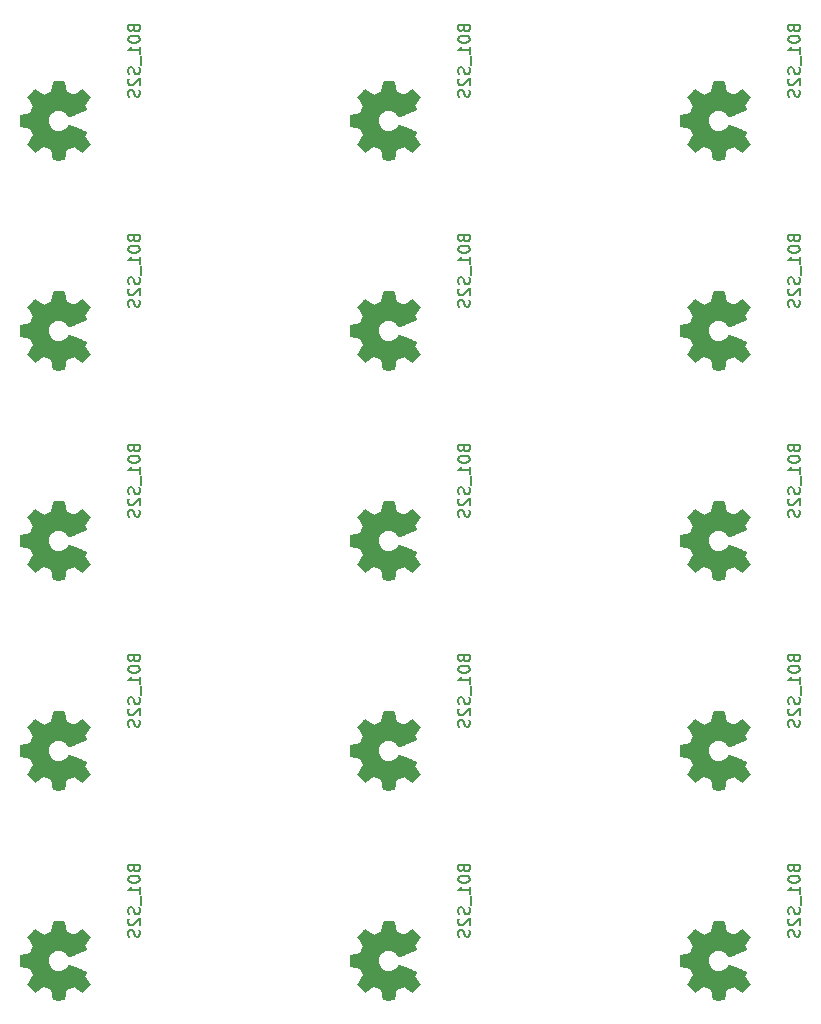
<source format=gbr>
G04 #@! TF.GenerationSoftware,KiCad,Pcbnew,5.1.5-52549c5~86~ubuntu18.04.1*
G04 #@! TF.CreationDate,2020-09-05T13:20:35-05:00*
G04 #@! TF.ProjectId,,58585858-5858-4585-9858-585858585858,rev?*
G04 #@! TF.SameCoordinates,Original*
G04 #@! TF.FileFunction,Legend,Bot*
G04 #@! TF.FilePolarity,Positive*
%FSLAX46Y46*%
G04 Gerber Fmt 4.6, Leading zero omitted, Abs format (unit mm)*
G04 Created by KiCad (PCBNEW 5.1.5-52549c5~86~ubuntu18.04.1) date 2020-09-05 13:20:35*
%MOMM*%
%LPD*%
G04 APERTURE LIST*
%ADD10C,0.150000*%
%ADD11C,0.010000*%
G04 APERTURE END LIST*
D10*
X167517771Y-122709323D02*
X167565390Y-122852180D01*
X167613009Y-122899800D01*
X167708247Y-122947419D01*
X167851104Y-122947419D01*
X167946342Y-122899800D01*
X167993961Y-122852180D01*
X168041580Y-122756942D01*
X168041580Y-122375990D01*
X167041580Y-122375990D01*
X167041580Y-122709323D01*
X167089200Y-122804561D01*
X167136819Y-122852180D01*
X167232057Y-122899800D01*
X167327295Y-122899800D01*
X167422533Y-122852180D01*
X167470152Y-122804561D01*
X167517771Y-122709323D01*
X167517771Y-122375990D01*
X167041580Y-123566466D02*
X167041580Y-123661704D01*
X167089200Y-123756942D01*
X167136819Y-123804561D01*
X167232057Y-123852180D01*
X167422533Y-123899800D01*
X167660628Y-123899800D01*
X167851104Y-123852180D01*
X167946342Y-123804561D01*
X167993961Y-123756942D01*
X168041580Y-123661704D01*
X168041580Y-123566466D01*
X167993961Y-123471228D01*
X167946342Y-123423609D01*
X167851104Y-123375990D01*
X167660628Y-123328371D01*
X167422533Y-123328371D01*
X167232057Y-123375990D01*
X167136819Y-123423609D01*
X167089200Y-123471228D01*
X167041580Y-123566466D01*
X168041580Y-124852180D02*
X168041580Y-124280752D01*
X168041580Y-124566466D02*
X167041580Y-124566466D01*
X167184438Y-124471228D01*
X167279676Y-124375990D01*
X167327295Y-124280752D01*
X168136819Y-125042657D02*
X168136819Y-125804561D01*
X167993961Y-125995038D02*
X168041580Y-126137895D01*
X168041580Y-126375990D01*
X167993961Y-126471228D01*
X167946342Y-126518847D01*
X167851104Y-126566466D01*
X167755866Y-126566466D01*
X167660628Y-126518847D01*
X167613009Y-126471228D01*
X167565390Y-126375990D01*
X167517771Y-126185514D01*
X167470152Y-126090276D01*
X167422533Y-126042657D01*
X167327295Y-125995038D01*
X167232057Y-125995038D01*
X167136819Y-126042657D01*
X167089200Y-126090276D01*
X167041580Y-126185514D01*
X167041580Y-126423609D01*
X167089200Y-126566466D01*
X167136819Y-126947419D02*
X167089200Y-126995038D01*
X167041580Y-127090276D01*
X167041580Y-127328371D01*
X167089200Y-127423609D01*
X167136819Y-127471228D01*
X167232057Y-127518847D01*
X167327295Y-127518847D01*
X167470152Y-127471228D01*
X168041580Y-126899800D01*
X168041580Y-127518847D01*
X167993961Y-127899800D02*
X168041580Y-128042657D01*
X168041580Y-128280752D01*
X167993961Y-128375990D01*
X167946342Y-128423609D01*
X167851104Y-128471228D01*
X167755866Y-128471228D01*
X167660628Y-128423609D01*
X167613009Y-128375990D01*
X167565390Y-128280752D01*
X167517771Y-128090276D01*
X167470152Y-127995038D01*
X167422533Y-127947419D01*
X167327295Y-127899800D01*
X167232057Y-127899800D01*
X167136819Y-127947419D01*
X167089200Y-127995038D01*
X167041580Y-128090276D01*
X167041580Y-128328371D01*
X167089200Y-128471228D01*
X139577771Y-122709323D02*
X139625390Y-122852180D01*
X139673009Y-122899800D01*
X139768247Y-122947419D01*
X139911104Y-122947419D01*
X140006342Y-122899800D01*
X140053961Y-122852180D01*
X140101580Y-122756942D01*
X140101580Y-122375990D01*
X139101580Y-122375990D01*
X139101580Y-122709323D01*
X139149200Y-122804561D01*
X139196819Y-122852180D01*
X139292057Y-122899800D01*
X139387295Y-122899800D01*
X139482533Y-122852180D01*
X139530152Y-122804561D01*
X139577771Y-122709323D01*
X139577771Y-122375990D01*
X139101580Y-123566466D02*
X139101580Y-123661704D01*
X139149200Y-123756942D01*
X139196819Y-123804561D01*
X139292057Y-123852180D01*
X139482533Y-123899800D01*
X139720628Y-123899800D01*
X139911104Y-123852180D01*
X140006342Y-123804561D01*
X140053961Y-123756942D01*
X140101580Y-123661704D01*
X140101580Y-123566466D01*
X140053961Y-123471228D01*
X140006342Y-123423609D01*
X139911104Y-123375990D01*
X139720628Y-123328371D01*
X139482533Y-123328371D01*
X139292057Y-123375990D01*
X139196819Y-123423609D01*
X139149200Y-123471228D01*
X139101580Y-123566466D01*
X140101580Y-124852180D02*
X140101580Y-124280752D01*
X140101580Y-124566466D02*
X139101580Y-124566466D01*
X139244438Y-124471228D01*
X139339676Y-124375990D01*
X139387295Y-124280752D01*
X140196819Y-125042657D02*
X140196819Y-125804561D01*
X140053961Y-125995038D02*
X140101580Y-126137895D01*
X140101580Y-126375990D01*
X140053961Y-126471228D01*
X140006342Y-126518847D01*
X139911104Y-126566466D01*
X139815866Y-126566466D01*
X139720628Y-126518847D01*
X139673009Y-126471228D01*
X139625390Y-126375990D01*
X139577771Y-126185514D01*
X139530152Y-126090276D01*
X139482533Y-126042657D01*
X139387295Y-125995038D01*
X139292057Y-125995038D01*
X139196819Y-126042657D01*
X139149200Y-126090276D01*
X139101580Y-126185514D01*
X139101580Y-126423609D01*
X139149200Y-126566466D01*
X139196819Y-126947419D02*
X139149200Y-126995038D01*
X139101580Y-127090276D01*
X139101580Y-127328371D01*
X139149200Y-127423609D01*
X139196819Y-127471228D01*
X139292057Y-127518847D01*
X139387295Y-127518847D01*
X139530152Y-127471228D01*
X140101580Y-126899800D01*
X140101580Y-127518847D01*
X140053961Y-127899800D02*
X140101580Y-128042657D01*
X140101580Y-128280752D01*
X140053961Y-128375990D01*
X140006342Y-128423609D01*
X139911104Y-128471228D01*
X139815866Y-128471228D01*
X139720628Y-128423609D01*
X139673009Y-128375990D01*
X139625390Y-128280752D01*
X139577771Y-128090276D01*
X139530152Y-127995038D01*
X139482533Y-127947419D01*
X139387295Y-127899800D01*
X139292057Y-127899800D01*
X139196819Y-127947419D01*
X139149200Y-127995038D01*
X139101580Y-128090276D01*
X139101580Y-128328371D01*
X139149200Y-128471228D01*
X111637771Y-122709323D02*
X111685390Y-122852180D01*
X111733009Y-122899800D01*
X111828247Y-122947419D01*
X111971104Y-122947419D01*
X112066342Y-122899800D01*
X112113961Y-122852180D01*
X112161580Y-122756942D01*
X112161580Y-122375990D01*
X111161580Y-122375990D01*
X111161580Y-122709323D01*
X111209200Y-122804561D01*
X111256819Y-122852180D01*
X111352057Y-122899800D01*
X111447295Y-122899800D01*
X111542533Y-122852180D01*
X111590152Y-122804561D01*
X111637771Y-122709323D01*
X111637771Y-122375990D01*
X111161580Y-123566466D02*
X111161580Y-123661704D01*
X111209200Y-123756942D01*
X111256819Y-123804561D01*
X111352057Y-123852180D01*
X111542533Y-123899800D01*
X111780628Y-123899800D01*
X111971104Y-123852180D01*
X112066342Y-123804561D01*
X112113961Y-123756942D01*
X112161580Y-123661704D01*
X112161580Y-123566466D01*
X112113961Y-123471228D01*
X112066342Y-123423609D01*
X111971104Y-123375990D01*
X111780628Y-123328371D01*
X111542533Y-123328371D01*
X111352057Y-123375990D01*
X111256819Y-123423609D01*
X111209200Y-123471228D01*
X111161580Y-123566466D01*
X112161580Y-124852180D02*
X112161580Y-124280752D01*
X112161580Y-124566466D02*
X111161580Y-124566466D01*
X111304438Y-124471228D01*
X111399676Y-124375990D01*
X111447295Y-124280752D01*
X112256819Y-125042657D02*
X112256819Y-125804561D01*
X112113961Y-125995038D02*
X112161580Y-126137895D01*
X112161580Y-126375990D01*
X112113961Y-126471228D01*
X112066342Y-126518847D01*
X111971104Y-126566466D01*
X111875866Y-126566466D01*
X111780628Y-126518847D01*
X111733009Y-126471228D01*
X111685390Y-126375990D01*
X111637771Y-126185514D01*
X111590152Y-126090276D01*
X111542533Y-126042657D01*
X111447295Y-125995038D01*
X111352057Y-125995038D01*
X111256819Y-126042657D01*
X111209200Y-126090276D01*
X111161580Y-126185514D01*
X111161580Y-126423609D01*
X111209200Y-126566466D01*
X111256819Y-126947419D02*
X111209200Y-126995038D01*
X111161580Y-127090276D01*
X111161580Y-127328371D01*
X111209200Y-127423609D01*
X111256819Y-127471228D01*
X111352057Y-127518847D01*
X111447295Y-127518847D01*
X111590152Y-127471228D01*
X112161580Y-126899800D01*
X112161580Y-127518847D01*
X112113961Y-127899800D02*
X112161580Y-128042657D01*
X112161580Y-128280752D01*
X112113961Y-128375990D01*
X112066342Y-128423609D01*
X111971104Y-128471228D01*
X111875866Y-128471228D01*
X111780628Y-128423609D01*
X111733009Y-128375990D01*
X111685390Y-128280752D01*
X111637771Y-128090276D01*
X111590152Y-127995038D01*
X111542533Y-127947419D01*
X111447295Y-127899800D01*
X111352057Y-127899800D01*
X111256819Y-127947419D01*
X111209200Y-127995038D01*
X111161580Y-128090276D01*
X111161580Y-128328371D01*
X111209200Y-128471228D01*
X167517771Y-104929323D02*
X167565390Y-105072180D01*
X167613009Y-105119800D01*
X167708247Y-105167419D01*
X167851104Y-105167419D01*
X167946342Y-105119800D01*
X167993961Y-105072180D01*
X168041580Y-104976942D01*
X168041580Y-104595990D01*
X167041580Y-104595990D01*
X167041580Y-104929323D01*
X167089200Y-105024561D01*
X167136819Y-105072180D01*
X167232057Y-105119800D01*
X167327295Y-105119800D01*
X167422533Y-105072180D01*
X167470152Y-105024561D01*
X167517771Y-104929323D01*
X167517771Y-104595990D01*
X167041580Y-105786466D02*
X167041580Y-105881704D01*
X167089200Y-105976942D01*
X167136819Y-106024561D01*
X167232057Y-106072180D01*
X167422533Y-106119800D01*
X167660628Y-106119800D01*
X167851104Y-106072180D01*
X167946342Y-106024561D01*
X167993961Y-105976942D01*
X168041580Y-105881704D01*
X168041580Y-105786466D01*
X167993961Y-105691228D01*
X167946342Y-105643609D01*
X167851104Y-105595990D01*
X167660628Y-105548371D01*
X167422533Y-105548371D01*
X167232057Y-105595990D01*
X167136819Y-105643609D01*
X167089200Y-105691228D01*
X167041580Y-105786466D01*
X168041580Y-107072180D02*
X168041580Y-106500752D01*
X168041580Y-106786466D02*
X167041580Y-106786466D01*
X167184438Y-106691228D01*
X167279676Y-106595990D01*
X167327295Y-106500752D01*
X168136819Y-107262657D02*
X168136819Y-108024561D01*
X167993961Y-108215038D02*
X168041580Y-108357895D01*
X168041580Y-108595990D01*
X167993961Y-108691228D01*
X167946342Y-108738847D01*
X167851104Y-108786466D01*
X167755866Y-108786466D01*
X167660628Y-108738847D01*
X167613009Y-108691228D01*
X167565390Y-108595990D01*
X167517771Y-108405514D01*
X167470152Y-108310276D01*
X167422533Y-108262657D01*
X167327295Y-108215038D01*
X167232057Y-108215038D01*
X167136819Y-108262657D01*
X167089200Y-108310276D01*
X167041580Y-108405514D01*
X167041580Y-108643609D01*
X167089200Y-108786466D01*
X167136819Y-109167419D02*
X167089200Y-109215038D01*
X167041580Y-109310276D01*
X167041580Y-109548371D01*
X167089200Y-109643609D01*
X167136819Y-109691228D01*
X167232057Y-109738847D01*
X167327295Y-109738847D01*
X167470152Y-109691228D01*
X168041580Y-109119800D01*
X168041580Y-109738847D01*
X167993961Y-110119800D02*
X168041580Y-110262657D01*
X168041580Y-110500752D01*
X167993961Y-110595990D01*
X167946342Y-110643609D01*
X167851104Y-110691228D01*
X167755866Y-110691228D01*
X167660628Y-110643609D01*
X167613009Y-110595990D01*
X167565390Y-110500752D01*
X167517771Y-110310276D01*
X167470152Y-110215038D01*
X167422533Y-110167419D01*
X167327295Y-110119800D01*
X167232057Y-110119800D01*
X167136819Y-110167419D01*
X167089200Y-110215038D01*
X167041580Y-110310276D01*
X167041580Y-110548371D01*
X167089200Y-110691228D01*
X139577771Y-104929323D02*
X139625390Y-105072180D01*
X139673009Y-105119800D01*
X139768247Y-105167419D01*
X139911104Y-105167419D01*
X140006342Y-105119800D01*
X140053961Y-105072180D01*
X140101580Y-104976942D01*
X140101580Y-104595990D01*
X139101580Y-104595990D01*
X139101580Y-104929323D01*
X139149200Y-105024561D01*
X139196819Y-105072180D01*
X139292057Y-105119800D01*
X139387295Y-105119800D01*
X139482533Y-105072180D01*
X139530152Y-105024561D01*
X139577771Y-104929323D01*
X139577771Y-104595990D01*
X139101580Y-105786466D02*
X139101580Y-105881704D01*
X139149200Y-105976942D01*
X139196819Y-106024561D01*
X139292057Y-106072180D01*
X139482533Y-106119800D01*
X139720628Y-106119800D01*
X139911104Y-106072180D01*
X140006342Y-106024561D01*
X140053961Y-105976942D01*
X140101580Y-105881704D01*
X140101580Y-105786466D01*
X140053961Y-105691228D01*
X140006342Y-105643609D01*
X139911104Y-105595990D01*
X139720628Y-105548371D01*
X139482533Y-105548371D01*
X139292057Y-105595990D01*
X139196819Y-105643609D01*
X139149200Y-105691228D01*
X139101580Y-105786466D01*
X140101580Y-107072180D02*
X140101580Y-106500752D01*
X140101580Y-106786466D02*
X139101580Y-106786466D01*
X139244438Y-106691228D01*
X139339676Y-106595990D01*
X139387295Y-106500752D01*
X140196819Y-107262657D02*
X140196819Y-108024561D01*
X140053961Y-108215038D02*
X140101580Y-108357895D01*
X140101580Y-108595990D01*
X140053961Y-108691228D01*
X140006342Y-108738847D01*
X139911104Y-108786466D01*
X139815866Y-108786466D01*
X139720628Y-108738847D01*
X139673009Y-108691228D01*
X139625390Y-108595990D01*
X139577771Y-108405514D01*
X139530152Y-108310276D01*
X139482533Y-108262657D01*
X139387295Y-108215038D01*
X139292057Y-108215038D01*
X139196819Y-108262657D01*
X139149200Y-108310276D01*
X139101580Y-108405514D01*
X139101580Y-108643609D01*
X139149200Y-108786466D01*
X139196819Y-109167419D02*
X139149200Y-109215038D01*
X139101580Y-109310276D01*
X139101580Y-109548371D01*
X139149200Y-109643609D01*
X139196819Y-109691228D01*
X139292057Y-109738847D01*
X139387295Y-109738847D01*
X139530152Y-109691228D01*
X140101580Y-109119800D01*
X140101580Y-109738847D01*
X140053961Y-110119800D02*
X140101580Y-110262657D01*
X140101580Y-110500752D01*
X140053961Y-110595990D01*
X140006342Y-110643609D01*
X139911104Y-110691228D01*
X139815866Y-110691228D01*
X139720628Y-110643609D01*
X139673009Y-110595990D01*
X139625390Y-110500752D01*
X139577771Y-110310276D01*
X139530152Y-110215038D01*
X139482533Y-110167419D01*
X139387295Y-110119800D01*
X139292057Y-110119800D01*
X139196819Y-110167419D01*
X139149200Y-110215038D01*
X139101580Y-110310276D01*
X139101580Y-110548371D01*
X139149200Y-110691228D01*
X111637771Y-104929323D02*
X111685390Y-105072180D01*
X111733009Y-105119800D01*
X111828247Y-105167419D01*
X111971104Y-105167419D01*
X112066342Y-105119800D01*
X112113961Y-105072180D01*
X112161580Y-104976942D01*
X112161580Y-104595990D01*
X111161580Y-104595990D01*
X111161580Y-104929323D01*
X111209200Y-105024561D01*
X111256819Y-105072180D01*
X111352057Y-105119800D01*
X111447295Y-105119800D01*
X111542533Y-105072180D01*
X111590152Y-105024561D01*
X111637771Y-104929323D01*
X111637771Y-104595990D01*
X111161580Y-105786466D02*
X111161580Y-105881704D01*
X111209200Y-105976942D01*
X111256819Y-106024561D01*
X111352057Y-106072180D01*
X111542533Y-106119800D01*
X111780628Y-106119800D01*
X111971104Y-106072180D01*
X112066342Y-106024561D01*
X112113961Y-105976942D01*
X112161580Y-105881704D01*
X112161580Y-105786466D01*
X112113961Y-105691228D01*
X112066342Y-105643609D01*
X111971104Y-105595990D01*
X111780628Y-105548371D01*
X111542533Y-105548371D01*
X111352057Y-105595990D01*
X111256819Y-105643609D01*
X111209200Y-105691228D01*
X111161580Y-105786466D01*
X112161580Y-107072180D02*
X112161580Y-106500752D01*
X112161580Y-106786466D02*
X111161580Y-106786466D01*
X111304438Y-106691228D01*
X111399676Y-106595990D01*
X111447295Y-106500752D01*
X112256819Y-107262657D02*
X112256819Y-108024561D01*
X112113961Y-108215038D02*
X112161580Y-108357895D01*
X112161580Y-108595990D01*
X112113961Y-108691228D01*
X112066342Y-108738847D01*
X111971104Y-108786466D01*
X111875866Y-108786466D01*
X111780628Y-108738847D01*
X111733009Y-108691228D01*
X111685390Y-108595990D01*
X111637771Y-108405514D01*
X111590152Y-108310276D01*
X111542533Y-108262657D01*
X111447295Y-108215038D01*
X111352057Y-108215038D01*
X111256819Y-108262657D01*
X111209200Y-108310276D01*
X111161580Y-108405514D01*
X111161580Y-108643609D01*
X111209200Y-108786466D01*
X111256819Y-109167419D02*
X111209200Y-109215038D01*
X111161580Y-109310276D01*
X111161580Y-109548371D01*
X111209200Y-109643609D01*
X111256819Y-109691228D01*
X111352057Y-109738847D01*
X111447295Y-109738847D01*
X111590152Y-109691228D01*
X112161580Y-109119800D01*
X112161580Y-109738847D01*
X112113961Y-110119800D02*
X112161580Y-110262657D01*
X112161580Y-110500752D01*
X112113961Y-110595990D01*
X112066342Y-110643609D01*
X111971104Y-110691228D01*
X111875866Y-110691228D01*
X111780628Y-110643609D01*
X111733009Y-110595990D01*
X111685390Y-110500752D01*
X111637771Y-110310276D01*
X111590152Y-110215038D01*
X111542533Y-110167419D01*
X111447295Y-110119800D01*
X111352057Y-110119800D01*
X111256819Y-110167419D01*
X111209200Y-110215038D01*
X111161580Y-110310276D01*
X111161580Y-110548371D01*
X111209200Y-110691228D01*
X167517771Y-87149323D02*
X167565390Y-87292180D01*
X167613009Y-87339800D01*
X167708247Y-87387419D01*
X167851104Y-87387419D01*
X167946342Y-87339800D01*
X167993961Y-87292180D01*
X168041580Y-87196942D01*
X168041580Y-86815990D01*
X167041580Y-86815990D01*
X167041580Y-87149323D01*
X167089200Y-87244561D01*
X167136819Y-87292180D01*
X167232057Y-87339800D01*
X167327295Y-87339800D01*
X167422533Y-87292180D01*
X167470152Y-87244561D01*
X167517771Y-87149323D01*
X167517771Y-86815990D01*
X167041580Y-88006466D02*
X167041580Y-88101704D01*
X167089200Y-88196942D01*
X167136819Y-88244561D01*
X167232057Y-88292180D01*
X167422533Y-88339800D01*
X167660628Y-88339800D01*
X167851104Y-88292180D01*
X167946342Y-88244561D01*
X167993961Y-88196942D01*
X168041580Y-88101704D01*
X168041580Y-88006466D01*
X167993961Y-87911228D01*
X167946342Y-87863609D01*
X167851104Y-87815990D01*
X167660628Y-87768371D01*
X167422533Y-87768371D01*
X167232057Y-87815990D01*
X167136819Y-87863609D01*
X167089200Y-87911228D01*
X167041580Y-88006466D01*
X168041580Y-89292180D02*
X168041580Y-88720752D01*
X168041580Y-89006466D02*
X167041580Y-89006466D01*
X167184438Y-88911228D01*
X167279676Y-88815990D01*
X167327295Y-88720752D01*
X168136819Y-89482657D02*
X168136819Y-90244561D01*
X167993961Y-90435038D02*
X168041580Y-90577895D01*
X168041580Y-90815990D01*
X167993961Y-90911228D01*
X167946342Y-90958847D01*
X167851104Y-91006466D01*
X167755866Y-91006466D01*
X167660628Y-90958847D01*
X167613009Y-90911228D01*
X167565390Y-90815990D01*
X167517771Y-90625514D01*
X167470152Y-90530276D01*
X167422533Y-90482657D01*
X167327295Y-90435038D01*
X167232057Y-90435038D01*
X167136819Y-90482657D01*
X167089200Y-90530276D01*
X167041580Y-90625514D01*
X167041580Y-90863609D01*
X167089200Y-91006466D01*
X167136819Y-91387419D02*
X167089200Y-91435038D01*
X167041580Y-91530276D01*
X167041580Y-91768371D01*
X167089200Y-91863609D01*
X167136819Y-91911228D01*
X167232057Y-91958847D01*
X167327295Y-91958847D01*
X167470152Y-91911228D01*
X168041580Y-91339800D01*
X168041580Y-91958847D01*
X167993961Y-92339800D02*
X168041580Y-92482657D01*
X168041580Y-92720752D01*
X167993961Y-92815990D01*
X167946342Y-92863609D01*
X167851104Y-92911228D01*
X167755866Y-92911228D01*
X167660628Y-92863609D01*
X167613009Y-92815990D01*
X167565390Y-92720752D01*
X167517771Y-92530276D01*
X167470152Y-92435038D01*
X167422533Y-92387419D01*
X167327295Y-92339800D01*
X167232057Y-92339800D01*
X167136819Y-92387419D01*
X167089200Y-92435038D01*
X167041580Y-92530276D01*
X167041580Y-92768371D01*
X167089200Y-92911228D01*
X139577771Y-87149323D02*
X139625390Y-87292180D01*
X139673009Y-87339800D01*
X139768247Y-87387419D01*
X139911104Y-87387419D01*
X140006342Y-87339800D01*
X140053961Y-87292180D01*
X140101580Y-87196942D01*
X140101580Y-86815990D01*
X139101580Y-86815990D01*
X139101580Y-87149323D01*
X139149200Y-87244561D01*
X139196819Y-87292180D01*
X139292057Y-87339800D01*
X139387295Y-87339800D01*
X139482533Y-87292180D01*
X139530152Y-87244561D01*
X139577771Y-87149323D01*
X139577771Y-86815990D01*
X139101580Y-88006466D02*
X139101580Y-88101704D01*
X139149200Y-88196942D01*
X139196819Y-88244561D01*
X139292057Y-88292180D01*
X139482533Y-88339800D01*
X139720628Y-88339800D01*
X139911104Y-88292180D01*
X140006342Y-88244561D01*
X140053961Y-88196942D01*
X140101580Y-88101704D01*
X140101580Y-88006466D01*
X140053961Y-87911228D01*
X140006342Y-87863609D01*
X139911104Y-87815990D01*
X139720628Y-87768371D01*
X139482533Y-87768371D01*
X139292057Y-87815990D01*
X139196819Y-87863609D01*
X139149200Y-87911228D01*
X139101580Y-88006466D01*
X140101580Y-89292180D02*
X140101580Y-88720752D01*
X140101580Y-89006466D02*
X139101580Y-89006466D01*
X139244438Y-88911228D01*
X139339676Y-88815990D01*
X139387295Y-88720752D01*
X140196819Y-89482657D02*
X140196819Y-90244561D01*
X140053961Y-90435038D02*
X140101580Y-90577895D01*
X140101580Y-90815990D01*
X140053961Y-90911228D01*
X140006342Y-90958847D01*
X139911104Y-91006466D01*
X139815866Y-91006466D01*
X139720628Y-90958847D01*
X139673009Y-90911228D01*
X139625390Y-90815990D01*
X139577771Y-90625514D01*
X139530152Y-90530276D01*
X139482533Y-90482657D01*
X139387295Y-90435038D01*
X139292057Y-90435038D01*
X139196819Y-90482657D01*
X139149200Y-90530276D01*
X139101580Y-90625514D01*
X139101580Y-90863609D01*
X139149200Y-91006466D01*
X139196819Y-91387419D02*
X139149200Y-91435038D01*
X139101580Y-91530276D01*
X139101580Y-91768371D01*
X139149200Y-91863609D01*
X139196819Y-91911228D01*
X139292057Y-91958847D01*
X139387295Y-91958847D01*
X139530152Y-91911228D01*
X140101580Y-91339800D01*
X140101580Y-91958847D01*
X140053961Y-92339800D02*
X140101580Y-92482657D01*
X140101580Y-92720752D01*
X140053961Y-92815990D01*
X140006342Y-92863609D01*
X139911104Y-92911228D01*
X139815866Y-92911228D01*
X139720628Y-92863609D01*
X139673009Y-92815990D01*
X139625390Y-92720752D01*
X139577771Y-92530276D01*
X139530152Y-92435038D01*
X139482533Y-92387419D01*
X139387295Y-92339800D01*
X139292057Y-92339800D01*
X139196819Y-92387419D01*
X139149200Y-92435038D01*
X139101580Y-92530276D01*
X139101580Y-92768371D01*
X139149200Y-92911228D01*
X111637771Y-87149323D02*
X111685390Y-87292180D01*
X111733009Y-87339800D01*
X111828247Y-87387419D01*
X111971104Y-87387419D01*
X112066342Y-87339800D01*
X112113961Y-87292180D01*
X112161580Y-87196942D01*
X112161580Y-86815990D01*
X111161580Y-86815990D01*
X111161580Y-87149323D01*
X111209200Y-87244561D01*
X111256819Y-87292180D01*
X111352057Y-87339800D01*
X111447295Y-87339800D01*
X111542533Y-87292180D01*
X111590152Y-87244561D01*
X111637771Y-87149323D01*
X111637771Y-86815990D01*
X111161580Y-88006466D02*
X111161580Y-88101704D01*
X111209200Y-88196942D01*
X111256819Y-88244561D01*
X111352057Y-88292180D01*
X111542533Y-88339800D01*
X111780628Y-88339800D01*
X111971104Y-88292180D01*
X112066342Y-88244561D01*
X112113961Y-88196942D01*
X112161580Y-88101704D01*
X112161580Y-88006466D01*
X112113961Y-87911228D01*
X112066342Y-87863609D01*
X111971104Y-87815990D01*
X111780628Y-87768371D01*
X111542533Y-87768371D01*
X111352057Y-87815990D01*
X111256819Y-87863609D01*
X111209200Y-87911228D01*
X111161580Y-88006466D01*
X112161580Y-89292180D02*
X112161580Y-88720752D01*
X112161580Y-89006466D02*
X111161580Y-89006466D01*
X111304438Y-88911228D01*
X111399676Y-88815990D01*
X111447295Y-88720752D01*
X112256819Y-89482657D02*
X112256819Y-90244561D01*
X112113961Y-90435038D02*
X112161580Y-90577895D01*
X112161580Y-90815990D01*
X112113961Y-90911228D01*
X112066342Y-90958847D01*
X111971104Y-91006466D01*
X111875866Y-91006466D01*
X111780628Y-90958847D01*
X111733009Y-90911228D01*
X111685390Y-90815990D01*
X111637771Y-90625514D01*
X111590152Y-90530276D01*
X111542533Y-90482657D01*
X111447295Y-90435038D01*
X111352057Y-90435038D01*
X111256819Y-90482657D01*
X111209200Y-90530276D01*
X111161580Y-90625514D01*
X111161580Y-90863609D01*
X111209200Y-91006466D01*
X111256819Y-91387419D02*
X111209200Y-91435038D01*
X111161580Y-91530276D01*
X111161580Y-91768371D01*
X111209200Y-91863609D01*
X111256819Y-91911228D01*
X111352057Y-91958847D01*
X111447295Y-91958847D01*
X111590152Y-91911228D01*
X112161580Y-91339800D01*
X112161580Y-91958847D01*
X112113961Y-92339800D02*
X112161580Y-92482657D01*
X112161580Y-92720752D01*
X112113961Y-92815990D01*
X112066342Y-92863609D01*
X111971104Y-92911228D01*
X111875866Y-92911228D01*
X111780628Y-92863609D01*
X111733009Y-92815990D01*
X111685390Y-92720752D01*
X111637771Y-92530276D01*
X111590152Y-92435038D01*
X111542533Y-92387419D01*
X111447295Y-92339800D01*
X111352057Y-92339800D01*
X111256819Y-92387419D01*
X111209200Y-92435038D01*
X111161580Y-92530276D01*
X111161580Y-92768371D01*
X111209200Y-92911228D01*
X167517771Y-69369323D02*
X167565390Y-69512180D01*
X167613009Y-69559800D01*
X167708247Y-69607419D01*
X167851104Y-69607419D01*
X167946342Y-69559800D01*
X167993961Y-69512180D01*
X168041580Y-69416942D01*
X168041580Y-69035990D01*
X167041580Y-69035990D01*
X167041580Y-69369323D01*
X167089200Y-69464561D01*
X167136819Y-69512180D01*
X167232057Y-69559800D01*
X167327295Y-69559800D01*
X167422533Y-69512180D01*
X167470152Y-69464561D01*
X167517771Y-69369323D01*
X167517771Y-69035990D01*
X167041580Y-70226466D02*
X167041580Y-70321704D01*
X167089200Y-70416942D01*
X167136819Y-70464561D01*
X167232057Y-70512180D01*
X167422533Y-70559800D01*
X167660628Y-70559800D01*
X167851104Y-70512180D01*
X167946342Y-70464561D01*
X167993961Y-70416942D01*
X168041580Y-70321704D01*
X168041580Y-70226466D01*
X167993961Y-70131228D01*
X167946342Y-70083609D01*
X167851104Y-70035990D01*
X167660628Y-69988371D01*
X167422533Y-69988371D01*
X167232057Y-70035990D01*
X167136819Y-70083609D01*
X167089200Y-70131228D01*
X167041580Y-70226466D01*
X168041580Y-71512180D02*
X168041580Y-70940752D01*
X168041580Y-71226466D02*
X167041580Y-71226466D01*
X167184438Y-71131228D01*
X167279676Y-71035990D01*
X167327295Y-70940752D01*
X168136819Y-71702657D02*
X168136819Y-72464561D01*
X167993961Y-72655038D02*
X168041580Y-72797895D01*
X168041580Y-73035990D01*
X167993961Y-73131228D01*
X167946342Y-73178847D01*
X167851104Y-73226466D01*
X167755866Y-73226466D01*
X167660628Y-73178847D01*
X167613009Y-73131228D01*
X167565390Y-73035990D01*
X167517771Y-72845514D01*
X167470152Y-72750276D01*
X167422533Y-72702657D01*
X167327295Y-72655038D01*
X167232057Y-72655038D01*
X167136819Y-72702657D01*
X167089200Y-72750276D01*
X167041580Y-72845514D01*
X167041580Y-73083609D01*
X167089200Y-73226466D01*
X167136819Y-73607419D02*
X167089200Y-73655038D01*
X167041580Y-73750276D01*
X167041580Y-73988371D01*
X167089200Y-74083609D01*
X167136819Y-74131228D01*
X167232057Y-74178847D01*
X167327295Y-74178847D01*
X167470152Y-74131228D01*
X168041580Y-73559800D01*
X168041580Y-74178847D01*
X167993961Y-74559800D02*
X168041580Y-74702657D01*
X168041580Y-74940752D01*
X167993961Y-75035990D01*
X167946342Y-75083609D01*
X167851104Y-75131228D01*
X167755866Y-75131228D01*
X167660628Y-75083609D01*
X167613009Y-75035990D01*
X167565390Y-74940752D01*
X167517771Y-74750276D01*
X167470152Y-74655038D01*
X167422533Y-74607419D01*
X167327295Y-74559800D01*
X167232057Y-74559800D01*
X167136819Y-74607419D01*
X167089200Y-74655038D01*
X167041580Y-74750276D01*
X167041580Y-74988371D01*
X167089200Y-75131228D01*
X139577771Y-69369323D02*
X139625390Y-69512180D01*
X139673009Y-69559800D01*
X139768247Y-69607419D01*
X139911104Y-69607419D01*
X140006342Y-69559800D01*
X140053961Y-69512180D01*
X140101580Y-69416942D01*
X140101580Y-69035990D01*
X139101580Y-69035990D01*
X139101580Y-69369323D01*
X139149200Y-69464561D01*
X139196819Y-69512180D01*
X139292057Y-69559800D01*
X139387295Y-69559800D01*
X139482533Y-69512180D01*
X139530152Y-69464561D01*
X139577771Y-69369323D01*
X139577771Y-69035990D01*
X139101580Y-70226466D02*
X139101580Y-70321704D01*
X139149200Y-70416942D01*
X139196819Y-70464561D01*
X139292057Y-70512180D01*
X139482533Y-70559800D01*
X139720628Y-70559800D01*
X139911104Y-70512180D01*
X140006342Y-70464561D01*
X140053961Y-70416942D01*
X140101580Y-70321704D01*
X140101580Y-70226466D01*
X140053961Y-70131228D01*
X140006342Y-70083609D01*
X139911104Y-70035990D01*
X139720628Y-69988371D01*
X139482533Y-69988371D01*
X139292057Y-70035990D01*
X139196819Y-70083609D01*
X139149200Y-70131228D01*
X139101580Y-70226466D01*
X140101580Y-71512180D02*
X140101580Y-70940752D01*
X140101580Y-71226466D02*
X139101580Y-71226466D01*
X139244438Y-71131228D01*
X139339676Y-71035990D01*
X139387295Y-70940752D01*
X140196819Y-71702657D02*
X140196819Y-72464561D01*
X140053961Y-72655038D02*
X140101580Y-72797895D01*
X140101580Y-73035990D01*
X140053961Y-73131228D01*
X140006342Y-73178847D01*
X139911104Y-73226466D01*
X139815866Y-73226466D01*
X139720628Y-73178847D01*
X139673009Y-73131228D01*
X139625390Y-73035990D01*
X139577771Y-72845514D01*
X139530152Y-72750276D01*
X139482533Y-72702657D01*
X139387295Y-72655038D01*
X139292057Y-72655038D01*
X139196819Y-72702657D01*
X139149200Y-72750276D01*
X139101580Y-72845514D01*
X139101580Y-73083609D01*
X139149200Y-73226466D01*
X139196819Y-73607419D02*
X139149200Y-73655038D01*
X139101580Y-73750276D01*
X139101580Y-73988371D01*
X139149200Y-74083609D01*
X139196819Y-74131228D01*
X139292057Y-74178847D01*
X139387295Y-74178847D01*
X139530152Y-74131228D01*
X140101580Y-73559800D01*
X140101580Y-74178847D01*
X140053961Y-74559800D02*
X140101580Y-74702657D01*
X140101580Y-74940752D01*
X140053961Y-75035990D01*
X140006342Y-75083609D01*
X139911104Y-75131228D01*
X139815866Y-75131228D01*
X139720628Y-75083609D01*
X139673009Y-75035990D01*
X139625390Y-74940752D01*
X139577771Y-74750276D01*
X139530152Y-74655038D01*
X139482533Y-74607419D01*
X139387295Y-74559800D01*
X139292057Y-74559800D01*
X139196819Y-74607419D01*
X139149200Y-74655038D01*
X139101580Y-74750276D01*
X139101580Y-74988371D01*
X139149200Y-75131228D01*
X111637771Y-69369323D02*
X111685390Y-69512180D01*
X111733009Y-69559800D01*
X111828247Y-69607419D01*
X111971104Y-69607419D01*
X112066342Y-69559800D01*
X112113961Y-69512180D01*
X112161580Y-69416942D01*
X112161580Y-69035990D01*
X111161580Y-69035990D01*
X111161580Y-69369323D01*
X111209200Y-69464561D01*
X111256819Y-69512180D01*
X111352057Y-69559800D01*
X111447295Y-69559800D01*
X111542533Y-69512180D01*
X111590152Y-69464561D01*
X111637771Y-69369323D01*
X111637771Y-69035990D01*
X111161580Y-70226466D02*
X111161580Y-70321704D01*
X111209200Y-70416942D01*
X111256819Y-70464561D01*
X111352057Y-70512180D01*
X111542533Y-70559800D01*
X111780628Y-70559800D01*
X111971104Y-70512180D01*
X112066342Y-70464561D01*
X112113961Y-70416942D01*
X112161580Y-70321704D01*
X112161580Y-70226466D01*
X112113961Y-70131228D01*
X112066342Y-70083609D01*
X111971104Y-70035990D01*
X111780628Y-69988371D01*
X111542533Y-69988371D01*
X111352057Y-70035990D01*
X111256819Y-70083609D01*
X111209200Y-70131228D01*
X111161580Y-70226466D01*
X112161580Y-71512180D02*
X112161580Y-70940752D01*
X112161580Y-71226466D02*
X111161580Y-71226466D01*
X111304438Y-71131228D01*
X111399676Y-71035990D01*
X111447295Y-70940752D01*
X112256819Y-71702657D02*
X112256819Y-72464561D01*
X112113961Y-72655038D02*
X112161580Y-72797895D01*
X112161580Y-73035990D01*
X112113961Y-73131228D01*
X112066342Y-73178847D01*
X111971104Y-73226466D01*
X111875866Y-73226466D01*
X111780628Y-73178847D01*
X111733009Y-73131228D01*
X111685390Y-73035990D01*
X111637771Y-72845514D01*
X111590152Y-72750276D01*
X111542533Y-72702657D01*
X111447295Y-72655038D01*
X111352057Y-72655038D01*
X111256819Y-72702657D01*
X111209200Y-72750276D01*
X111161580Y-72845514D01*
X111161580Y-73083609D01*
X111209200Y-73226466D01*
X111256819Y-73607419D02*
X111209200Y-73655038D01*
X111161580Y-73750276D01*
X111161580Y-73988371D01*
X111209200Y-74083609D01*
X111256819Y-74131228D01*
X111352057Y-74178847D01*
X111447295Y-74178847D01*
X111590152Y-74131228D01*
X112161580Y-73559800D01*
X112161580Y-74178847D01*
X112113961Y-74559800D02*
X112161580Y-74702657D01*
X112161580Y-74940752D01*
X112113961Y-75035990D01*
X112066342Y-75083609D01*
X111971104Y-75131228D01*
X111875866Y-75131228D01*
X111780628Y-75083609D01*
X111733009Y-75035990D01*
X111685390Y-74940752D01*
X111637771Y-74750276D01*
X111590152Y-74655038D01*
X111542533Y-74607419D01*
X111447295Y-74559800D01*
X111352057Y-74559800D01*
X111256819Y-74607419D01*
X111209200Y-74655038D01*
X111161580Y-74750276D01*
X111161580Y-74988371D01*
X111209200Y-75131228D01*
X167517771Y-51589323D02*
X167565390Y-51732180D01*
X167613009Y-51779800D01*
X167708247Y-51827419D01*
X167851104Y-51827419D01*
X167946342Y-51779800D01*
X167993961Y-51732180D01*
X168041580Y-51636942D01*
X168041580Y-51255990D01*
X167041580Y-51255990D01*
X167041580Y-51589323D01*
X167089200Y-51684561D01*
X167136819Y-51732180D01*
X167232057Y-51779800D01*
X167327295Y-51779800D01*
X167422533Y-51732180D01*
X167470152Y-51684561D01*
X167517771Y-51589323D01*
X167517771Y-51255990D01*
X167041580Y-52446466D02*
X167041580Y-52541704D01*
X167089200Y-52636942D01*
X167136819Y-52684561D01*
X167232057Y-52732180D01*
X167422533Y-52779800D01*
X167660628Y-52779800D01*
X167851104Y-52732180D01*
X167946342Y-52684561D01*
X167993961Y-52636942D01*
X168041580Y-52541704D01*
X168041580Y-52446466D01*
X167993961Y-52351228D01*
X167946342Y-52303609D01*
X167851104Y-52255990D01*
X167660628Y-52208371D01*
X167422533Y-52208371D01*
X167232057Y-52255990D01*
X167136819Y-52303609D01*
X167089200Y-52351228D01*
X167041580Y-52446466D01*
X168041580Y-53732180D02*
X168041580Y-53160752D01*
X168041580Y-53446466D02*
X167041580Y-53446466D01*
X167184438Y-53351228D01*
X167279676Y-53255990D01*
X167327295Y-53160752D01*
X168136819Y-53922657D02*
X168136819Y-54684561D01*
X167993961Y-54875038D02*
X168041580Y-55017895D01*
X168041580Y-55255990D01*
X167993961Y-55351228D01*
X167946342Y-55398847D01*
X167851104Y-55446466D01*
X167755866Y-55446466D01*
X167660628Y-55398847D01*
X167613009Y-55351228D01*
X167565390Y-55255990D01*
X167517771Y-55065514D01*
X167470152Y-54970276D01*
X167422533Y-54922657D01*
X167327295Y-54875038D01*
X167232057Y-54875038D01*
X167136819Y-54922657D01*
X167089200Y-54970276D01*
X167041580Y-55065514D01*
X167041580Y-55303609D01*
X167089200Y-55446466D01*
X167136819Y-55827419D02*
X167089200Y-55875038D01*
X167041580Y-55970276D01*
X167041580Y-56208371D01*
X167089200Y-56303609D01*
X167136819Y-56351228D01*
X167232057Y-56398847D01*
X167327295Y-56398847D01*
X167470152Y-56351228D01*
X168041580Y-55779800D01*
X168041580Y-56398847D01*
X167993961Y-56779800D02*
X168041580Y-56922657D01*
X168041580Y-57160752D01*
X167993961Y-57255990D01*
X167946342Y-57303609D01*
X167851104Y-57351228D01*
X167755866Y-57351228D01*
X167660628Y-57303609D01*
X167613009Y-57255990D01*
X167565390Y-57160752D01*
X167517771Y-56970276D01*
X167470152Y-56875038D01*
X167422533Y-56827419D01*
X167327295Y-56779800D01*
X167232057Y-56779800D01*
X167136819Y-56827419D01*
X167089200Y-56875038D01*
X167041580Y-56970276D01*
X167041580Y-57208371D01*
X167089200Y-57351228D01*
X139577771Y-51589323D02*
X139625390Y-51732180D01*
X139673009Y-51779800D01*
X139768247Y-51827419D01*
X139911104Y-51827419D01*
X140006342Y-51779800D01*
X140053961Y-51732180D01*
X140101580Y-51636942D01*
X140101580Y-51255990D01*
X139101580Y-51255990D01*
X139101580Y-51589323D01*
X139149200Y-51684561D01*
X139196819Y-51732180D01*
X139292057Y-51779800D01*
X139387295Y-51779800D01*
X139482533Y-51732180D01*
X139530152Y-51684561D01*
X139577771Y-51589323D01*
X139577771Y-51255990D01*
X139101580Y-52446466D02*
X139101580Y-52541704D01*
X139149200Y-52636942D01*
X139196819Y-52684561D01*
X139292057Y-52732180D01*
X139482533Y-52779800D01*
X139720628Y-52779800D01*
X139911104Y-52732180D01*
X140006342Y-52684561D01*
X140053961Y-52636942D01*
X140101580Y-52541704D01*
X140101580Y-52446466D01*
X140053961Y-52351228D01*
X140006342Y-52303609D01*
X139911104Y-52255990D01*
X139720628Y-52208371D01*
X139482533Y-52208371D01*
X139292057Y-52255990D01*
X139196819Y-52303609D01*
X139149200Y-52351228D01*
X139101580Y-52446466D01*
X140101580Y-53732180D02*
X140101580Y-53160752D01*
X140101580Y-53446466D02*
X139101580Y-53446466D01*
X139244438Y-53351228D01*
X139339676Y-53255990D01*
X139387295Y-53160752D01*
X140196819Y-53922657D02*
X140196819Y-54684561D01*
X140053961Y-54875038D02*
X140101580Y-55017895D01*
X140101580Y-55255990D01*
X140053961Y-55351228D01*
X140006342Y-55398847D01*
X139911104Y-55446466D01*
X139815866Y-55446466D01*
X139720628Y-55398847D01*
X139673009Y-55351228D01*
X139625390Y-55255990D01*
X139577771Y-55065514D01*
X139530152Y-54970276D01*
X139482533Y-54922657D01*
X139387295Y-54875038D01*
X139292057Y-54875038D01*
X139196819Y-54922657D01*
X139149200Y-54970276D01*
X139101580Y-55065514D01*
X139101580Y-55303609D01*
X139149200Y-55446466D01*
X139196819Y-55827419D02*
X139149200Y-55875038D01*
X139101580Y-55970276D01*
X139101580Y-56208371D01*
X139149200Y-56303609D01*
X139196819Y-56351228D01*
X139292057Y-56398847D01*
X139387295Y-56398847D01*
X139530152Y-56351228D01*
X140101580Y-55779800D01*
X140101580Y-56398847D01*
X140053961Y-56779800D02*
X140101580Y-56922657D01*
X140101580Y-57160752D01*
X140053961Y-57255990D01*
X140006342Y-57303609D01*
X139911104Y-57351228D01*
X139815866Y-57351228D01*
X139720628Y-57303609D01*
X139673009Y-57255990D01*
X139625390Y-57160752D01*
X139577771Y-56970276D01*
X139530152Y-56875038D01*
X139482533Y-56827419D01*
X139387295Y-56779800D01*
X139292057Y-56779800D01*
X139196819Y-56827419D01*
X139149200Y-56875038D01*
X139101580Y-56970276D01*
X139101580Y-57208371D01*
X139149200Y-57351228D01*
X111637771Y-51589323D02*
X111685390Y-51732180D01*
X111733009Y-51779800D01*
X111828247Y-51827419D01*
X111971104Y-51827419D01*
X112066342Y-51779800D01*
X112113961Y-51732180D01*
X112161580Y-51636942D01*
X112161580Y-51255990D01*
X111161580Y-51255990D01*
X111161580Y-51589323D01*
X111209200Y-51684561D01*
X111256819Y-51732180D01*
X111352057Y-51779800D01*
X111447295Y-51779800D01*
X111542533Y-51732180D01*
X111590152Y-51684561D01*
X111637771Y-51589323D01*
X111637771Y-51255990D01*
X111161580Y-52446466D02*
X111161580Y-52541704D01*
X111209200Y-52636942D01*
X111256819Y-52684561D01*
X111352057Y-52732180D01*
X111542533Y-52779800D01*
X111780628Y-52779800D01*
X111971104Y-52732180D01*
X112066342Y-52684561D01*
X112113961Y-52636942D01*
X112161580Y-52541704D01*
X112161580Y-52446466D01*
X112113961Y-52351228D01*
X112066342Y-52303609D01*
X111971104Y-52255990D01*
X111780628Y-52208371D01*
X111542533Y-52208371D01*
X111352057Y-52255990D01*
X111256819Y-52303609D01*
X111209200Y-52351228D01*
X111161580Y-52446466D01*
X112161580Y-53732180D02*
X112161580Y-53160752D01*
X112161580Y-53446466D02*
X111161580Y-53446466D01*
X111304438Y-53351228D01*
X111399676Y-53255990D01*
X111447295Y-53160752D01*
X112256819Y-53922657D02*
X112256819Y-54684561D01*
X112113961Y-54875038D02*
X112161580Y-55017895D01*
X112161580Y-55255990D01*
X112113961Y-55351228D01*
X112066342Y-55398847D01*
X111971104Y-55446466D01*
X111875866Y-55446466D01*
X111780628Y-55398847D01*
X111733009Y-55351228D01*
X111685390Y-55255990D01*
X111637771Y-55065514D01*
X111590152Y-54970276D01*
X111542533Y-54922657D01*
X111447295Y-54875038D01*
X111352057Y-54875038D01*
X111256819Y-54922657D01*
X111209200Y-54970276D01*
X111161580Y-55065514D01*
X111161580Y-55303609D01*
X111209200Y-55446466D01*
X111256819Y-55827419D02*
X111209200Y-55875038D01*
X111161580Y-55970276D01*
X111161580Y-56208371D01*
X111209200Y-56303609D01*
X111256819Y-56351228D01*
X111352057Y-56398847D01*
X111447295Y-56398847D01*
X111590152Y-56351228D01*
X112161580Y-55779800D01*
X112161580Y-56398847D01*
X112113961Y-56779800D02*
X112161580Y-56922657D01*
X112161580Y-57160752D01*
X112113961Y-57255990D01*
X112066342Y-57303609D01*
X111971104Y-57351228D01*
X111875866Y-57351228D01*
X111780628Y-57303609D01*
X111733009Y-57255990D01*
X111685390Y-57160752D01*
X111637771Y-56970276D01*
X111590152Y-56875038D01*
X111542533Y-56827419D01*
X111447295Y-56779800D01*
X111352057Y-56779800D01*
X111256819Y-56827419D01*
X111209200Y-56875038D01*
X111161580Y-56970276D01*
X111161580Y-57208371D01*
X111209200Y-57351228D01*
D11*
G36*
X158301731Y-131035614D02*
G01*
X158746355Y-131119435D01*
X158873853Y-131428720D01*
X159001351Y-131738006D01*
X158749046Y-132109046D01*
X158678796Y-132212957D01*
X158616072Y-132306887D01*
X158563738Y-132386452D01*
X158524657Y-132447270D01*
X158501693Y-132484957D01*
X158496742Y-132495221D01*
X158509476Y-132513710D01*
X158544682Y-132553220D01*
X158597862Y-132609322D01*
X158664518Y-132677587D01*
X158740154Y-132753586D01*
X158820272Y-132832892D01*
X158900374Y-132911075D01*
X158975964Y-132983707D01*
X159042545Y-133046359D01*
X159095618Y-133094603D01*
X159130687Y-133124010D01*
X159142423Y-133131041D01*
X159164060Y-133120923D01*
X159211462Y-133092559D01*
X159279993Y-133048929D01*
X159365015Y-132993018D01*
X159461893Y-132927806D01*
X159517150Y-132890019D01*
X159618048Y-132821143D01*
X159709099Y-132759940D01*
X159785770Y-132709378D01*
X159843528Y-132672428D01*
X159877843Y-132652058D01*
X159885054Y-132648997D01*
X159905548Y-132655936D01*
X159953313Y-132674851D01*
X160021632Y-132702887D01*
X160103789Y-132737191D01*
X160193070Y-132774909D01*
X160282758Y-132813187D01*
X160366138Y-132849170D01*
X160436494Y-132880006D01*
X160487110Y-132902839D01*
X160511271Y-132914817D01*
X160512222Y-132915524D01*
X160516836Y-132934331D01*
X160527128Y-132984418D01*
X160542087Y-133060593D01*
X160560701Y-133157665D01*
X160581959Y-133270443D01*
X160594218Y-133336242D01*
X160617162Y-133456750D01*
X160638995Y-133565597D01*
X160658522Y-133657276D01*
X160674548Y-133726281D01*
X160685879Y-133767104D01*
X160689474Y-133775311D01*
X160713806Y-133783348D01*
X160768759Y-133789833D01*
X160847908Y-133794770D01*
X160944826Y-133798164D01*
X161053087Y-133800018D01*
X161166265Y-133800338D01*
X161277935Y-133799127D01*
X161381668Y-133796390D01*
X161471041Y-133792131D01*
X161539626Y-133786355D01*
X161580997Y-133779067D01*
X161589610Y-133774695D01*
X161599933Y-133748564D01*
X161614692Y-133693193D01*
X161632152Y-133615907D01*
X161650580Y-133524030D01*
X161656541Y-133491958D01*
X161684866Y-133337324D01*
X161707676Y-133215175D01*
X161725880Y-133121473D01*
X161740383Y-133052184D01*
X161752092Y-133003271D01*
X161761915Y-132970697D01*
X161770756Y-132950428D01*
X161779524Y-132938426D01*
X161781257Y-132936747D01*
X161809171Y-132919984D01*
X161863495Y-132894414D01*
X161937577Y-132862588D01*
X162024765Y-132827060D01*
X162118408Y-132790383D01*
X162211852Y-132755111D01*
X162298447Y-132723796D01*
X162371540Y-132698993D01*
X162424478Y-132683254D01*
X162450611Y-132679132D01*
X162451526Y-132679476D01*
X162472886Y-132693441D01*
X162519884Y-132725122D01*
X162587627Y-132771191D01*
X162671223Y-132828318D01*
X162765782Y-132893173D01*
X162792654Y-132911643D01*
X162890075Y-132977499D01*
X162978963Y-133035450D01*
X163054212Y-133082338D01*
X163110720Y-133115007D01*
X163143381Y-133130300D01*
X163147393Y-133131041D01*
X163168484Y-133118192D01*
X163210264Y-133082688D01*
X163268245Y-133029093D01*
X163337935Y-132961971D01*
X163414845Y-132885887D01*
X163494483Y-132805404D01*
X163572361Y-132725087D01*
X163643986Y-132649499D01*
X163704870Y-132583205D01*
X163750521Y-132530769D01*
X163776450Y-132496755D01*
X163780683Y-132487345D01*
X163770712Y-132465443D01*
X163743820Y-132420600D01*
X163704536Y-132360121D01*
X163672917Y-132313589D01*
X163614898Y-132229275D01*
X163546584Y-132129426D01*
X163478379Y-132029273D01*
X163441875Y-131975427D01*
X163318600Y-131793171D01*
X163401320Y-131640181D01*
X163437559Y-131570482D01*
X163465726Y-131511214D01*
X163481791Y-131471111D01*
X163484026Y-131460903D01*
X163467522Y-131448629D01*
X163420882Y-131424413D01*
X163348409Y-131390063D01*
X163254406Y-131347388D01*
X163143174Y-131298194D01*
X163019015Y-131244290D01*
X162886232Y-131187484D01*
X162749127Y-131129582D01*
X162612002Y-131072393D01*
X162479158Y-131017724D01*
X162354898Y-130967384D01*
X162243525Y-130923180D01*
X162149339Y-130886919D01*
X162076644Y-130860409D01*
X162029741Y-130845458D01*
X162013633Y-130843054D01*
X161993086Y-130862111D01*
X161959733Y-130903836D01*
X161920502Y-130959506D01*
X161917399Y-130964178D01*
X161802223Y-131108064D01*
X161667853Y-131224083D01*
X161518584Y-131311230D01*
X161358713Y-131368499D01*
X161192537Y-131394886D01*
X161024352Y-131389385D01*
X160858455Y-131350990D01*
X160699142Y-131278695D01*
X160664287Y-131257426D01*
X160523537Y-131146796D01*
X160410514Y-131016102D01*
X160325803Y-130869864D01*
X160269994Y-130712608D01*
X160243674Y-130548857D01*
X160247430Y-130383133D01*
X160281850Y-130219962D01*
X160347523Y-130063865D01*
X160445035Y-129919367D01*
X160484613Y-129874669D01*
X160608503Y-129760912D01*
X160738924Y-129678018D01*
X160885115Y-129621156D01*
X161029888Y-129589487D01*
X161192660Y-129581669D01*
X161356240Y-129607738D01*
X161515098Y-129665045D01*
X161663706Y-129750944D01*
X161796535Y-129862786D01*
X161908056Y-129997923D01*
X161919811Y-130015683D01*
X161958308Y-130071950D01*
X161991663Y-130114723D01*
X162012960Y-130135172D01*
X162013633Y-130135469D01*
X162036671Y-130131079D01*
X162088957Y-130113676D01*
X162166190Y-130085068D01*
X162264068Y-130047065D01*
X162378291Y-130001474D01*
X162504558Y-129950103D01*
X162638567Y-129894762D01*
X162776018Y-129837258D01*
X162912608Y-129779401D01*
X163044037Y-129722998D01*
X163166005Y-129669858D01*
X163274209Y-129621790D01*
X163364349Y-129580601D01*
X163432123Y-129548101D01*
X163473230Y-129526097D01*
X163484026Y-129517236D01*
X163475619Y-129490160D01*
X163453072Y-129439497D01*
X163420413Y-129373983D01*
X163401320Y-129337959D01*
X163318600Y-129184968D01*
X163441875Y-129002712D01*
X163505028Y-128909675D01*
X163574527Y-128807815D01*
X163639965Y-128712362D01*
X163672917Y-128664550D01*
X163718073Y-128597305D01*
X163753857Y-128540364D01*
X163775738Y-128501154D01*
X163780363Y-128488419D01*
X163767885Y-128469883D01*
X163733052Y-128428859D01*
X163679478Y-128369325D01*
X163610783Y-128295258D01*
X163530581Y-128210635D01*
X163479086Y-128157115D01*
X163387086Y-128063481D01*
X163304799Y-127982559D01*
X163235745Y-127917623D01*
X163183444Y-127871942D01*
X163151416Y-127848789D01*
X163144916Y-127846568D01*
X163120194Y-127856876D01*
X163070205Y-127885361D01*
X163000012Y-127928863D01*
X162914675Y-127984223D01*
X162819256Y-128048280D01*
X162792654Y-128066497D01*
X162695967Y-128132873D01*
X162608917Y-128192422D01*
X162536395Y-128241816D01*
X162483293Y-128277725D01*
X162454503Y-128296819D01*
X162451526Y-128298664D01*
X162428582Y-128295905D01*
X162378136Y-128281262D01*
X162306841Y-128257287D01*
X162221347Y-128226534D01*
X162128307Y-128191556D01*
X162034374Y-128154907D01*
X161946199Y-128119139D01*
X161870434Y-128086806D01*
X161813731Y-128060462D01*
X161782743Y-128042658D01*
X161781257Y-128041393D01*
X161772401Y-128030506D01*
X161763643Y-128012118D01*
X161754077Y-127982194D01*
X161742796Y-127936697D01*
X161728893Y-127871591D01*
X161711463Y-127782839D01*
X161689598Y-127666407D01*
X161662391Y-127518258D01*
X161656541Y-127486182D01*
X161638174Y-127391114D01*
X161620205Y-127308235D01*
X161604369Y-127244870D01*
X161592400Y-127208342D01*
X161589610Y-127203444D01*
X161564872Y-127195373D01*
X161509590Y-127188813D01*
X161430189Y-127183767D01*
X161333096Y-127180241D01*
X161224738Y-127178239D01*
X161111540Y-127177764D01*
X160999928Y-127178823D01*
X160896329Y-127181418D01*
X160807168Y-127185554D01*
X160738872Y-127191237D01*
X160697866Y-127198469D01*
X160689474Y-127202829D01*
X160681008Y-127227102D01*
X160667235Y-127282374D01*
X160649350Y-127363138D01*
X160628548Y-127463888D01*
X160606023Y-127579117D01*
X160594218Y-127641898D01*
X160571951Y-127761013D01*
X160551779Y-127867235D01*
X160534715Y-127955373D01*
X160521769Y-128020234D01*
X160513955Y-128056626D01*
X160512222Y-128062616D01*
X160492690Y-128072739D01*
X160445643Y-128094138D01*
X160377803Y-128123961D01*
X160295891Y-128159355D01*
X160206628Y-128197468D01*
X160116735Y-128235447D01*
X160032935Y-128270440D01*
X159961947Y-128299594D01*
X159910494Y-128320057D01*
X159885297Y-128328977D01*
X159884196Y-128329143D01*
X159864319Y-128319031D01*
X159818577Y-128290683D01*
X159751517Y-128247077D01*
X159667684Y-128191194D01*
X159571626Y-128126013D01*
X159516450Y-128088121D01*
X159415281Y-128019075D01*
X159323430Y-127957750D01*
X159245544Y-127907137D01*
X159186269Y-127870229D01*
X159150251Y-127850018D01*
X159142177Y-127847099D01*
X159123384Y-127859647D01*
X159083257Y-127894337D01*
X159026293Y-127946737D01*
X158956985Y-128012416D01*
X158879831Y-128086944D01*
X158799325Y-128165887D01*
X158719963Y-128244817D01*
X158646240Y-128319300D01*
X158582652Y-128384906D01*
X158533694Y-128437204D01*
X158503861Y-128471761D01*
X158496742Y-128483322D01*
X158506753Y-128502146D01*
X158534878Y-128547169D01*
X158578254Y-128614013D01*
X158634018Y-128698301D01*
X158699306Y-128795656D01*
X158749046Y-128869093D01*
X159001351Y-129240133D01*
X158746355Y-129858705D01*
X158301731Y-129942525D01*
X157857107Y-130026346D01*
X157857107Y-130951794D01*
X158301731Y-131035614D01*
G37*
X158301731Y-131035614D02*
X158746355Y-131119435D01*
X158873853Y-131428720D01*
X159001351Y-131738006D01*
X158749046Y-132109046D01*
X158678796Y-132212957D01*
X158616072Y-132306887D01*
X158563738Y-132386452D01*
X158524657Y-132447270D01*
X158501693Y-132484957D01*
X158496742Y-132495221D01*
X158509476Y-132513710D01*
X158544682Y-132553220D01*
X158597862Y-132609322D01*
X158664518Y-132677587D01*
X158740154Y-132753586D01*
X158820272Y-132832892D01*
X158900374Y-132911075D01*
X158975964Y-132983707D01*
X159042545Y-133046359D01*
X159095618Y-133094603D01*
X159130687Y-133124010D01*
X159142423Y-133131041D01*
X159164060Y-133120923D01*
X159211462Y-133092559D01*
X159279993Y-133048929D01*
X159365015Y-132993018D01*
X159461893Y-132927806D01*
X159517150Y-132890019D01*
X159618048Y-132821143D01*
X159709099Y-132759940D01*
X159785770Y-132709378D01*
X159843528Y-132672428D01*
X159877843Y-132652058D01*
X159885054Y-132648997D01*
X159905548Y-132655936D01*
X159953313Y-132674851D01*
X160021632Y-132702887D01*
X160103789Y-132737191D01*
X160193070Y-132774909D01*
X160282758Y-132813187D01*
X160366138Y-132849170D01*
X160436494Y-132880006D01*
X160487110Y-132902839D01*
X160511271Y-132914817D01*
X160512222Y-132915524D01*
X160516836Y-132934331D01*
X160527128Y-132984418D01*
X160542087Y-133060593D01*
X160560701Y-133157665D01*
X160581959Y-133270443D01*
X160594218Y-133336242D01*
X160617162Y-133456750D01*
X160638995Y-133565597D01*
X160658522Y-133657276D01*
X160674548Y-133726281D01*
X160685879Y-133767104D01*
X160689474Y-133775311D01*
X160713806Y-133783348D01*
X160768759Y-133789833D01*
X160847908Y-133794770D01*
X160944826Y-133798164D01*
X161053087Y-133800018D01*
X161166265Y-133800338D01*
X161277935Y-133799127D01*
X161381668Y-133796390D01*
X161471041Y-133792131D01*
X161539626Y-133786355D01*
X161580997Y-133779067D01*
X161589610Y-133774695D01*
X161599933Y-133748564D01*
X161614692Y-133693193D01*
X161632152Y-133615907D01*
X161650580Y-133524030D01*
X161656541Y-133491958D01*
X161684866Y-133337324D01*
X161707676Y-133215175D01*
X161725880Y-133121473D01*
X161740383Y-133052184D01*
X161752092Y-133003271D01*
X161761915Y-132970697D01*
X161770756Y-132950428D01*
X161779524Y-132938426D01*
X161781257Y-132936747D01*
X161809171Y-132919984D01*
X161863495Y-132894414D01*
X161937577Y-132862588D01*
X162024765Y-132827060D01*
X162118408Y-132790383D01*
X162211852Y-132755111D01*
X162298447Y-132723796D01*
X162371540Y-132698993D01*
X162424478Y-132683254D01*
X162450611Y-132679132D01*
X162451526Y-132679476D01*
X162472886Y-132693441D01*
X162519884Y-132725122D01*
X162587627Y-132771191D01*
X162671223Y-132828318D01*
X162765782Y-132893173D01*
X162792654Y-132911643D01*
X162890075Y-132977499D01*
X162978963Y-133035450D01*
X163054212Y-133082338D01*
X163110720Y-133115007D01*
X163143381Y-133130300D01*
X163147393Y-133131041D01*
X163168484Y-133118192D01*
X163210264Y-133082688D01*
X163268245Y-133029093D01*
X163337935Y-132961971D01*
X163414845Y-132885887D01*
X163494483Y-132805404D01*
X163572361Y-132725087D01*
X163643986Y-132649499D01*
X163704870Y-132583205D01*
X163750521Y-132530769D01*
X163776450Y-132496755D01*
X163780683Y-132487345D01*
X163770712Y-132465443D01*
X163743820Y-132420600D01*
X163704536Y-132360121D01*
X163672917Y-132313589D01*
X163614898Y-132229275D01*
X163546584Y-132129426D01*
X163478379Y-132029273D01*
X163441875Y-131975427D01*
X163318600Y-131793171D01*
X163401320Y-131640181D01*
X163437559Y-131570482D01*
X163465726Y-131511214D01*
X163481791Y-131471111D01*
X163484026Y-131460903D01*
X163467522Y-131448629D01*
X163420882Y-131424413D01*
X163348409Y-131390063D01*
X163254406Y-131347388D01*
X163143174Y-131298194D01*
X163019015Y-131244290D01*
X162886232Y-131187484D01*
X162749127Y-131129582D01*
X162612002Y-131072393D01*
X162479158Y-131017724D01*
X162354898Y-130967384D01*
X162243525Y-130923180D01*
X162149339Y-130886919D01*
X162076644Y-130860409D01*
X162029741Y-130845458D01*
X162013633Y-130843054D01*
X161993086Y-130862111D01*
X161959733Y-130903836D01*
X161920502Y-130959506D01*
X161917399Y-130964178D01*
X161802223Y-131108064D01*
X161667853Y-131224083D01*
X161518584Y-131311230D01*
X161358713Y-131368499D01*
X161192537Y-131394886D01*
X161024352Y-131389385D01*
X160858455Y-131350990D01*
X160699142Y-131278695D01*
X160664287Y-131257426D01*
X160523537Y-131146796D01*
X160410514Y-131016102D01*
X160325803Y-130869864D01*
X160269994Y-130712608D01*
X160243674Y-130548857D01*
X160247430Y-130383133D01*
X160281850Y-130219962D01*
X160347523Y-130063865D01*
X160445035Y-129919367D01*
X160484613Y-129874669D01*
X160608503Y-129760912D01*
X160738924Y-129678018D01*
X160885115Y-129621156D01*
X161029888Y-129589487D01*
X161192660Y-129581669D01*
X161356240Y-129607738D01*
X161515098Y-129665045D01*
X161663706Y-129750944D01*
X161796535Y-129862786D01*
X161908056Y-129997923D01*
X161919811Y-130015683D01*
X161958308Y-130071950D01*
X161991663Y-130114723D01*
X162012960Y-130135172D01*
X162013633Y-130135469D01*
X162036671Y-130131079D01*
X162088957Y-130113676D01*
X162166190Y-130085068D01*
X162264068Y-130047065D01*
X162378291Y-130001474D01*
X162504558Y-129950103D01*
X162638567Y-129894762D01*
X162776018Y-129837258D01*
X162912608Y-129779401D01*
X163044037Y-129722998D01*
X163166005Y-129669858D01*
X163274209Y-129621790D01*
X163364349Y-129580601D01*
X163432123Y-129548101D01*
X163473230Y-129526097D01*
X163484026Y-129517236D01*
X163475619Y-129490160D01*
X163453072Y-129439497D01*
X163420413Y-129373983D01*
X163401320Y-129337959D01*
X163318600Y-129184968D01*
X163441875Y-129002712D01*
X163505028Y-128909675D01*
X163574527Y-128807815D01*
X163639965Y-128712362D01*
X163672917Y-128664550D01*
X163718073Y-128597305D01*
X163753857Y-128540364D01*
X163775738Y-128501154D01*
X163780363Y-128488419D01*
X163767885Y-128469883D01*
X163733052Y-128428859D01*
X163679478Y-128369325D01*
X163610783Y-128295258D01*
X163530581Y-128210635D01*
X163479086Y-128157115D01*
X163387086Y-128063481D01*
X163304799Y-127982559D01*
X163235745Y-127917623D01*
X163183444Y-127871942D01*
X163151416Y-127848789D01*
X163144916Y-127846568D01*
X163120194Y-127856876D01*
X163070205Y-127885361D01*
X163000012Y-127928863D01*
X162914675Y-127984223D01*
X162819256Y-128048280D01*
X162792654Y-128066497D01*
X162695967Y-128132873D01*
X162608917Y-128192422D01*
X162536395Y-128241816D01*
X162483293Y-128277725D01*
X162454503Y-128296819D01*
X162451526Y-128298664D01*
X162428582Y-128295905D01*
X162378136Y-128281262D01*
X162306841Y-128257287D01*
X162221347Y-128226534D01*
X162128307Y-128191556D01*
X162034374Y-128154907D01*
X161946199Y-128119139D01*
X161870434Y-128086806D01*
X161813731Y-128060462D01*
X161782743Y-128042658D01*
X161781257Y-128041393D01*
X161772401Y-128030506D01*
X161763643Y-128012118D01*
X161754077Y-127982194D01*
X161742796Y-127936697D01*
X161728893Y-127871591D01*
X161711463Y-127782839D01*
X161689598Y-127666407D01*
X161662391Y-127518258D01*
X161656541Y-127486182D01*
X161638174Y-127391114D01*
X161620205Y-127308235D01*
X161604369Y-127244870D01*
X161592400Y-127208342D01*
X161589610Y-127203444D01*
X161564872Y-127195373D01*
X161509590Y-127188813D01*
X161430189Y-127183767D01*
X161333096Y-127180241D01*
X161224738Y-127178239D01*
X161111540Y-127177764D01*
X160999928Y-127178823D01*
X160896329Y-127181418D01*
X160807168Y-127185554D01*
X160738872Y-127191237D01*
X160697866Y-127198469D01*
X160689474Y-127202829D01*
X160681008Y-127227102D01*
X160667235Y-127282374D01*
X160649350Y-127363138D01*
X160628548Y-127463888D01*
X160606023Y-127579117D01*
X160594218Y-127641898D01*
X160571951Y-127761013D01*
X160551779Y-127867235D01*
X160534715Y-127955373D01*
X160521769Y-128020234D01*
X160513955Y-128056626D01*
X160512222Y-128062616D01*
X160492690Y-128072739D01*
X160445643Y-128094138D01*
X160377803Y-128123961D01*
X160295891Y-128159355D01*
X160206628Y-128197468D01*
X160116735Y-128235447D01*
X160032935Y-128270440D01*
X159961947Y-128299594D01*
X159910494Y-128320057D01*
X159885297Y-128328977D01*
X159884196Y-128329143D01*
X159864319Y-128319031D01*
X159818577Y-128290683D01*
X159751517Y-128247077D01*
X159667684Y-128191194D01*
X159571626Y-128126013D01*
X159516450Y-128088121D01*
X159415281Y-128019075D01*
X159323430Y-127957750D01*
X159245544Y-127907137D01*
X159186269Y-127870229D01*
X159150251Y-127850018D01*
X159142177Y-127847099D01*
X159123384Y-127859647D01*
X159083257Y-127894337D01*
X159026293Y-127946737D01*
X158956985Y-128012416D01*
X158879831Y-128086944D01*
X158799325Y-128165887D01*
X158719963Y-128244817D01*
X158646240Y-128319300D01*
X158582652Y-128384906D01*
X158533694Y-128437204D01*
X158503861Y-128471761D01*
X158496742Y-128483322D01*
X158506753Y-128502146D01*
X158534878Y-128547169D01*
X158578254Y-128614013D01*
X158634018Y-128698301D01*
X158699306Y-128795656D01*
X158749046Y-128869093D01*
X159001351Y-129240133D01*
X158746355Y-129858705D01*
X158301731Y-129942525D01*
X157857107Y-130026346D01*
X157857107Y-130951794D01*
X158301731Y-131035614D01*
G36*
X130361731Y-131035614D02*
G01*
X130806355Y-131119435D01*
X130933853Y-131428720D01*
X131061351Y-131738006D01*
X130809046Y-132109046D01*
X130738796Y-132212957D01*
X130676072Y-132306887D01*
X130623738Y-132386452D01*
X130584657Y-132447270D01*
X130561693Y-132484957D01*
X130556742Y-132495221D01*
X130569476Y-132513710D01*
X130604682Y-132553220D01*
X130657862Y-132609322D01*
X130724518Y-132677587D01*
X130800154Y-132753586D01*
X130880272Y-132832892D01*
X130960374Y-132911075D01*
X131035964Y-132983707D01*
X131102545Y-133046359D01*
X131155618Y-133094603D01*
X131190687Y-133124010D01*
X131202423Y-133131041D01*
X131224060Y-133120923D01*
X131271462Y-133092559D01*
X131339993Y-133048929D01*
X131425015Y-132993018D01*
X131521893Y-132927806D01*
X131577150Y-132890019D01*
X131678048Y-132821143D01*
X131769099Y-132759940D01*
X131845770Y-132709378D01*
X131903528Y-132672428D01*
X131937843Y-132652058D01*
X131945054Y-132648997D01*
X131965548Y-132655936D01*
X132013313Y-132674851D01*
X132081632Y-132702887D01*
X132163789Y-132737191D01*
X132253070Y-132774909D01*
X132342758Y-132813187D01*
X132426138Y-132849170D01*
X132496494Y-132880006D01*
X132547110Y-132902839D01*
X132571271Y-132914817D01*
X132572222Y-132915524D01*
X132576836Y-132934331D01*
X132587128Y-132984418D01*
X132602087Y-133060593D01*
X132620701Y-133157665D01*
X132641959Y-133270443D01*
X132654218Y-133336242D01*
X132677162Y-133456750D01*
X132698995Y-133565597D01*
X132718522Y-133657276D01*
X132734548Y-133726281D01*
X132745879Y-133767104D01*
X132749474Y-133775311D01*
X132773806Y-133783348D01*
X132828759Y-133789833D01*
X132907908Y-133794770D01*
X133004826Y-133798164D01*
X133113087Y-133800018D01*
X133226265Y-133800338D01*
X133337935Y-133799127D01*
X133441668Y-133796390D01*
X133531041Y-133792131D01*
X133599626Y-133786355D01*
X133640997Y-133779067D01*
X133649610Y-133774695D01*
X133659933Y-133748564D01*
X133674692Y-133693193D01*
X133692152Y-133615907D01*
X133710580Y-133524030D01*
X133716541Y-133491958D01*
X133744866Y-133337324D01*
X133767676Y-133215175D01*
X133785880Y-133121473D01*
X133800383Y-133052184D01*
X133812092Y-133003271D01*
X133821915Y-132970697D01*
X133830756Y-132950428D01*
X133839524Y-132938426D01*
X133841257Y-132936747D01*
X133869171Y-132919984D01*
X133923495Y-132894414D01*
X133997577Y-132862588D01*
X134084765Y-132827060D01*
X134178408Y-132790383D01*
X134271852Y-132755111D01*
X134358447Y-132723796D01*
X134431540Y-132698993D01*
X134484478Y-132683254D01*
X134510611Y-132679132D01*
X134511526Y-132679476D01*
X134532886Y-132693441D01*
X134579884Y-132725122D01*
X134647627Y-132771191D01*
X134731223Y-132828318D01*
X134825782Y-132893173D01*
X134852654Y-132911643D01*
X134950075Y-132977499D01*
X135038963Y-133035450D01*
X135114212Y-133082338D01*
X135170720Y-133115007D01*
X135203381Y-133130300D01*
X135207393Y-133131041D01*
X135228484Y-133118192D01*
X135270264Y-133082688D01*
X135328245Y-133029093D01*
X135397935Y-132961971D01*
X135474845Y-132885887D01*
X135554483Y-132805404D01*
X135632361Y-132725087D01*
X135703986Y-132649499D01*
X135764870Y-132583205D01*
X135810521Y-132530769D01*
X135836450Y-132496755D01*
X135840683Y-132487345D01*
X135830712Y-132465443D01*
X135803820Y-132420600D01*
X135764536Y-132360121D01*
X135732917Y-132313589D01*
X135674898Y-132229275D01*
X135606584Y-132129426D01*
X135538379Y-132029273D01*
X135501875Y-131975427D01*
X135378600Y-131793171D01*
X135461320Y-131640181D01*
X135497559Y-131570482D01*
X135525726Y-131511214D01*
X135541791Y-131471111D01*
X135544026Y-131460903D01*
X135527522Y-131448629D01*
X135480882Y-131424413D01*
X135408409Y-131390063D01*
X135314406Y-131347388D01*
X135203174Y-131298194D01*
X135079015Y-131244290D01*
X134946232Y-131187484D01*
X134809127Y-131129582D01*
X134672002Y-131072393D01*
X134539158Y-131017724D01*
X134414898Y-130967384D01*
X134303525Y-130923180D01*
X134209339Y-130886919D01*
X134136644Y-130860409D01*
X134089741Y-130845458D01*
X134073633Y-130843054D01*
X134053086Y-130862111D01*
X134019733Y-130903836D01*
X133980502Y-130959506D01*
X133977399Y-130964178D01*
X133862223Y-131108064D01*
X133727853Y-131224083D01*
X133578584Y-131311230D01*
X133418713Y-131368499D01*
X133252537Y-131394886D01*
X133084352Y-131389385D01*
X132918455Y-131350990D01*
X132759142Y-131278695D01*
X132724287Y-131257426D01*
X132583537Y-131146796D01*
X132470514Y-131016102D01*
X132385803Y-130869864D01*
X132329994Y-130712608D01*
X132303674Y-130548857D01*
X132307430Y-130383133D01*
X132341850Y-130219962D01*
X132407523Y-130063865D01*
X132505035Y-129919367D01*
X132544613Y-129874669D01*
X132668503Y-129760912D01*
X132798924Y-129678018D01*
X132945115Y-129621156D01*
X133089888Y-129589487D01*
X133252660Y-129581669D01*
X133416240Y-129607738D01*
X133575098Y-129665045D01*
X133723706Y-129750944D01*
X133856535Y-129862786D01*
X133968056Y-129997923D01*
X133979811Y-130015683D01*
X134018308Y-130071950D01*
X134051663Y-130114723D01*
X134072960Y-130135172D01*
X134073633Y-130135469D01*
X134096671Y-130131079D01*
X134148957Y-130113676D01*
X134226190Y-130085068D01*
X134324068Y-130047065D01*
X134438291Y-130001474D01*
X134564558Y-129950103D01*
X134698567Y-129894762D01*
X134836018Y-129837258D01*
X134972608Y-129779401D01*
X135104037Y-129722998D01*
X135226005Y-129669858D01*
X135334209Y-129621790D01*
X135424349Y-129580601D01*
X135492123Y-129548101D01*
X135533230Y-129526097D01*
X135544026Y-129517236D01*
X135535619Y-129490160D01*
X135513072Y-129439497D01*
X135480413Y-129373983D01*
X135461320Y-129337959D01*
X135378600Y-129184968D01*
X135501875Y-129002712D01*
X135565028Y-128909675D01*
X135634527Y-128807815D01*
X135699965Y-128712362D01*
X135732917Y-128664550D01*
X135778073Y-128597305D01*
X135813857Y-128540364D01*
X135835738Y-128501154D01*
X135840363Y-128488419D01*
X135827885Y-128469883D01*
X135793052Y-128428859D01*
X135739478Y-128369325D01*
X135670783Y-128295258D01*
X135590581Y-128210635D01*
X135539086Y-128157115D01*
X135447086Y-128063481D01*
X135364799Y-127982559D01*
X135295745Y-127917623D01*
X135243444Y-127871942D01*
X135211416Y-127848789D01*
X135204916Y-127846568D01*
X135180194Y-127856876D01*
X135130205Y-127885361D01*
X135060012Y-127928863D01*
X134974675Y-127984223D01*
X134879256Y-128048280D01*
X134852654Y-128066497D01*
X134755967Y-128132873D01*
X134668917Y-128192422D01*
X134596395Y-128241816D01*
X134543293Y-128277725D01*
X134514503Y-128296819D01*
X134511526Y-128298664D01*
X134488582Y-128295905D01*
X134438136Y-128281262D01*
X134366841Y-128257287D01*
X134281347Y-128226534D01*
X134188307Y-128191556D01*
X134094374Y-128154907D01*
X134006199Y-128119139D01*
X133930434Y-128086806D01*
X133873731Y-128060462D01*
X133842743Y-128042658D01*
X133841257Y-128041393D01*
X133832401Y-128030506D01*
X133823643Y-128012118D01*
X133814077Y-127982194D01*
X133802796Y-127936697D01*
X133788893Y-127871591D01*
X133771463Y-127782839D01*
X133749598Y-127666407D01*
X133722391Y-127518258D01*
X133716541Y-127486182D01*
X133698174Y-127391114D01*
X133680205Y-127308235D01*
X133664369Y-127244870D01*
X133652400Y-127208342D01*
X133649610Y-127203444D01*
X133624872Y-127195373D01*
X133569590Y-127188813D01*
X133490189Y-127183767D01*
X133393096Y-127180241D01*
X133284738Y-127178239D01*
X133171540Y-127177764D01*
X133059928Y-127178823D01*
X132956329Y-127181418D01*
X132867168Y-127185554D01*
X132798872Y-127191237D01*
X132757866Y-127198469D01*
X132749474Y-127202829D01*
X132741008Y-127227102D01*
X132727235Y-127282374D01*
X132709350Y-127363138D01*
X132688548Y-127463888D01*
X132666023Y-127579117D01*
X132654218Y-127641898D01*
X132631951Y-127761013D01*
X132611779Y-127867235D01*
X132594715Y-127955373D01*
X132581769Y-128020234D01*
X132573955Y-128056626D01*
X132572222Y-128062616D01*
X132552690Y-128072739D01*
X132505643Y-128094138D01*
X132437803Y-128123961D01*
X132355891Y-128159355D01*
X132266628Y-128197468D01*
X132176735Y-128235447D01*
X132092935Y-128270440D01*
X132021947Y-128299594D01*
X131970494Y-128320057D01*
X131945297Y-128328977D01*
X131944196Y-128329143D01*
X131924319Y-128319031D01*
X131878577Y-128290683D01*
X131811517Y-128247077D01*
X131727684Y-128191194D01*
X131631626Y-128126013D01*
X131576450Y-128088121D01*
X131475281Y-128019075D01*
X131383430Y-127957750D01*
X131305544Y-127907137D01*
X131246269Y-127870229D01*
X131210251Y-127850018D01*
X131202177Y-127847099D01*
X131183384Y-127859647D01*
X131143257Y-127894337D01*
X131086293Y-127946737D01*
X131016985Y-128012416D01*
X130939831Y-128086944D01*
X130859325Y-128165887D01*
X130779963Y-128244817D01*
X130706240Y-128319300D01*
X130642652Y-128384906D01*
X130593694Y-128437204D01*
X130563861Y-128471761D01*
X130556742Y-128483322D01*
X130566753Y-128502146D01*
X130594878Y-128547169D01*
X130638254Y-128614013D01*
X130694018Y-128698301D01*
X130759306Y-128795656D01*
X130809046Y-128869093D01*
X131061351Y-129240133D01*
X130806355Y-129858705D01*
X130361731Y-129942525D01*
X129917107Y-130026346D01*
X129917107Y-130951794D01*
X130361731Y-131035614D01*
G37*
X130361731Y-131035614D02*
X130806355Y-131119435D01*
X130933853Y-131428720D01*
X131061351Y-131738006D01*
X130809046Y-132109046D01*
X130738796Y-132212957D01*
X130676072Y-132306887D01*
X130623738Y-132386452D01*
X130584657Y-132447270D01*
X130561693Y-132484957D01*
X130556742Y-132495221D01*
X130569476Y-132513710D01*
X130604682Y-132553220D01*
X130657862Y-132609322D01*
X130724518Y-132677587D01*
X130800154Y-132753586D01*
X130880272Y-132832892D01*
X130960374Y-132911075D01*
X131035964Y-132983707D01*
X131102545Y-133046359D01*
X131155618Y-133094603D01*
X131190687Y-133124010D01*
X131202423Y-133131041D01*
X131224060Y-133120923D01*
X131271462Y-133092559D01*
X131339993Y-133048929D01*
X131425015Y-132993018D01*
X131521893Y-132927806D01*
X131577150Y-132890019D01*
X131678048Y-132821143D01*
X131769099Y-132759940D01*
X131845770Y-132709378D01*
X131903528Y-132672428D01*
X131937843Y-132652058D01*
X131945054Y-132648997D01*
X131965548Y-132655936D01*
X132013313Y-132674851D01*
X132081632Y-132702887D01*
X132163789Y-132737191D01*
X132253070Y-132774909D01*
X132342758Y-132813187D01*
X132426138Y-132849170D01*
X132496494Y-132880006D01*
X132547110Y-132902839D01*
X132571271Y-132914817D01*
X132572222Y-132915524D01*
X132576836Y-132934331D01*
X132587128Y-132984418D01*
X132602087Y-133060593D01*
X132620701Y-133157665D01*
X132641959Y-133270443D01*
X132654218Y-133336242D01*
X132677162Y-133456750D01*
X132698995Y-133565597D01*
X132718522Y-133657276D01*
X132734548Y-133726281D01*
X132745879Y-133767104D01*
X132749474Y-133775311D01*
X132773806Y-133783348D01*
X132828759Y-133789833D01*
X132907908Y-133794770D01*
X133004826Y-133798164D01*
X133113087Y-133800018D01*
X133226265Y-133800338D01*
X133337935Y-133799127D01*
X133441668Y-133796390D01*
X133531041Y-133792131D01*
X133599626Y-133786355D01*
X133640997Y-133779067D01*
X133649610Y-133774695D01*
X133659933Y-133748564D01*
X133674692Y-133693193D01*
X133692152Y-133615907D01*
X133710580Y-133524030D01*
X133716541Y-133491958D01*
X133744866Y-133337324D01*
X133767676Y-133215175D01*
X133785880Y-133121473D01*
X133800383Y-133052184D01*
X133812092Y-133003271D01*
X133821915Y-132970697D01*
X133830756Y-132950428D01*
X133839524Y-132938426D01*
X133841257Y-132936747D01*
X133869171Y-132919984D01*
X133923495Y-132894414D01*
X133997577Y-132862588D01*
X134084765Y-132827060D01*
X134178408Y-132790383D01*
X134271852Y-132755111D01*
X134358447Y-132723796D01*
X134431540Y-132698993D01*
X134484478Y-132683254D01*
X134510611Y-132679132D01*
X134511526Y-132679476D01*
X134532886Y-132693441D01*
X134579884Y-132725122D01*
X134647627Y-132771191D01*
X134731223Y-132828318D01*
X134825782Y-132893173D01*
X134852654Y-132911643D01*
X134950075Y-132977499D01*
X135038963Y-133035450D01*
X135114212Y-133082338D01*
X135170720Y-133115007D01*
X135203381Y-133130300D01*
X135207393Y-133131041D01*
X135228484Y-133118192D01*
X135270264Y-133082688D01*
X135328245Y-133029093D01*
X135397935Y-132961971D01*
X135474845Y-132885887D01*
X135554483Y-132805404D01*
X135632361Y-132725087D01*
X135703986Y-132649499D01*
X135764870Y-132583205D01*
X135810521Y-132530769D01*
X135836450Y-132496755D01*
X135840683Y-132487345D01*
X135830712Y-132465443D01*
X135803820Y-132420600D01*
X135764536Y-132360121D01*
X135732917Y-132313589D01*
X135674898Y-132229275D01*
X135606584Y-132129426D01*
X135538379Y-132029273D01*
X135501875Y-131975427D01*
X135378600Y-131793171D01*
X135461320Y-131640181D01*
X135497559Y-131570482D01*
X135525726Y-131511214D01*
X135541791Y-131471111D01*
X135544026Y-131460903D01*
X135527522Y-131448629D01*
X135480882Y-131424413D01*
X135408409Y-131390063D01*
X135314406Y-131347388D01*
X135203174Y-131298194D01*
X135079015Y-131244290D01*
X134946232Y-131187484D01*
X134809127Y-131129582D01*
X134672002Y-131072393D01*
X134539158Y-131017724D01*
X134414898Y-130967384D01*
X134303525Y-130923180D01*
X134209339Y-130886919D01*
X134136644Y-130860409D01*
X134089741Y-130845458D01*
X134073633Y-130843054D01*
X134053086Y-130862111D01*
X134019733Y-130903836D01*
X133980502Y-130959506D01*
X133977399Y-130964178D01*
X133862223Y-131108064D01*
X133727853Y-131224083D01*
X133578584Y-131311230D01*
X133418713Y-131368499D01*
X133252537Y-131394886D01*
X133084352Y-131389385D01*
X132918455Y-131350990D01*
X132759142Y-131278695D01*
X132724287Y-131257426D01*
X132583537Y-131146796D01*
X132470514Y-131016102D01*
X132385803Y-130869864D01*
X132329994Y-130712608D01*
X132303674Y-130548857D01*
X132307430Y-130383133D01*
X132341850Y-130219962D01*
X132407523Y-130063865D01*
X132505035Y-129919367D01*
X132544613Y-129874669D01*
X132668503Y-129760912D01*
X132798924Y-129678018D01*
X132945115Y-129621156D01*
X133089888Y-129589487D01*
X133252660Y-129581669D01*
X133416240Y-129607738D01*
X133575098Y-129665045D01*
X133723706Y-129750944D01*
X133856535Y-129862786D01*
X133968056Y-129997923D01*
X133979811Y-130015683D01*
X134018308Y-130071950D01*
X134051663Y-130114723D01*
X134072960Y-130135172D01*
X134073633Y-130135469D01*
X134096671Y-130131079D01*
X134148957Y-130113676D01*
X134226190Y-130085068D01*
X134324068Y-130047065D01*
X134438291Y-130001474D01*
X134564558Y-129950103D01*
X134698567Y-129894762D01*
X134836018Y-129837258D01*
X134972608Y-129779401D01*
X135104037Y-129722998D01*
X135226005Y-129669858D01*
X135334209Y-129621790D01*
X135424349Y-129580601D01*
X135492123Y-129548101D01*
X135533230Y-129526097D01*
X135544026Y-129517236D01*
X135535619Y-129490160D01*
X135513072Y-129439497D01*
X135480413Y-129373983D01*
X135461320Y-129337959D01*
X135378600Y-129184968D01*
X135501875Y-129002712D01*
X135565028Y-128909675D01*
X135634527Y-128807815D01*
X135699965Y-128712362D01*
X135732917Y-128664550D01*
X135778073Y-128597305D01*
X135813857Y-128540364D01*
X135835738Y-128501154D01*
X135840363Y-128488419D01*
X135827885Y-128469883D01*
X135793052Y-128428859D01*
X135739478Y-128369325D01*
X135670783Y-128295258D01*
X135590581Y-128210635D01*
X135539086Y-128157115D01*
X135447086Y-128063481D01*
X135364799Y-127982559D01*
X135295745Y-127917623D01*
X135243444Y-127871942D01*
X135211416Y-127848789D01*
X135204916Y-127846568D01*
X135180194Y-127856876D01*
X135130205Y-127885361D01*
X135060012Y-127928863D01*
X134974675Y-127984223D01*
X134879256Y-128048280D01*
X134852654Y-128066497D01*
X134755967Y-128132873D01*
X134668917Y-128192422D01*
X134596395Y-128241816D01*
X134543293Y-128277725D01*
X134514503Y-128296819D01*
X134511526Y-128298664D01*
X134488582Y-128295905D01*
X134438136Y-128281262D01*
X134366841Y-128257287D01*
X134281347Y-128226534D01*
X134188307Y-128191556D01*
X134094374Y-128154907D01*
X134006199Y-128119139D01*
X133930434Y-128086806D01*
X133873731Y-128060462D01*
X133842743Y-128042658D01*
X133841257Y-128041393D01*
X133832401Y-128030506D01*
X133823643Y-128012118D01*
X133814077Y-127982194D01*
X133802796Y-127936697D01*
X133788893Y-127871591D01*
X133771463Y-127782839D01*
X133749598Y-127666407D01*
X133722391Y-127518258D01*
X133716541Y-127486182D01*
X133698174Y-127391114D01*
X133680205Y-127308235D01*
X133664369Y-127244870D01*
X133652400Y-127208342D01*
X133649610Y-127203444D01*
X133624872Y-127195373D01*
X133569590Y-127188813D01*
X133490189Y-127183767D01*
X133393096Y-127180241D01*
X133284738Y-127178239D01*
X133171540Y-127177764D01*
X133059928Y-127178823D01*
X132956329Y-127181418D01*
X132867168Y-127185554D01*
X132798872Y-127191237D01*
X132757866Y-127198469D01*
X132749474Y-127202829D01*
X132741008Y-127227102D01*
X132727235Y-127282374D01*
X132709350Y-127363138D01*
X132688548Y-127463888D01*
X132666023Y-127579117D01*
X132654218Y-127641898D01*
X132631951Y-127761013D01*
X132611779Y-127867235D01*
X132594715Y-127955373D01*
X132581769Y-128020234D01*
X132573955Y-128056626D01*
X132572222Y-128062616D01*
X132552690Y-128072739D01*
X132505643Y-128094138D01*
X132437803Y-128123961D01*
X132355891Y-128159355D01*
X132266628Y-128197468D01*
X132176735Y-128235447D01*
X132092935Y-128270440D01*
X132021947Y-128299594D01*
X131970494Y-128320057D01*
X131945297Y-128328977D01*
X131944196Y-128329143D01*
X131924319Y-128319031D01*
X131878577Y-128290683D01*
X131811517Y-128247077D01*
X131727684Y-128191194D01*
X131631626Y-128126013D01*
X131576450Y-128088121D01*
X131475281Y-128019075D01*
X131383430Y-127957750D01*
X131305544Y-127907137D01*
X131246269Y-127870229D01*
X131210251Y-127850018D01*
X131202177Y-127847099D01*
X131183384Y-127859647D01*
X131143257Y-127894337D01*
X131086293Y-127946737D01*
X131016985Y-128012416D01*
X130939831Y-128086944D01*
X130859325Y-128165887D01*
X130779963Y-128244817D01*
X130706240Y-128319300D01*
X130642652Y-128384906D01*
X130593694Y-128437204D01*
X130563861Y-128471761D01*
X130556742Y-128483322D01*
X130566753Y-128502146D01*
X130594878Y-128547169D01*
X130638254Y-128614013D01*
X130694018Y-128698301D01*
X130759306Y-128795656D01*
X130809046Y-128869093D01*
X131061351Y-129240133D01*
X130806355Y-129858705D01*
X130361731Y-129942525D01*
X129917107Y-130026346D01*
X129917107Y-130951794D01*
X130361731Y-131035614D01*
G36*
X102421731Y-131035614D02*
G01*
X102866355Y-131119435D01*
X102993853Y-131428720D01*
X103121351Y-131738006D01*
X102869046Y-132109046D01*
X102798796Y-132212957D01*
X102736072Y-132306887D01*
X102683738Y-132386452D01*
X102644657Y-132447270D01*
X102621693Y-132484957D01*
X102616742Y-132495221D01*
X102629476Y-132513710D01*
X102664682Y-132553220D01*
X102717862Y-132609322D01*
X102784518Y-132677587D01*
X102860154Y-132753586D01*
X102940272Y-132832892D01*
X103020374Y-132911075D01*
X103095964Y-132983707D01*
X103162545Y-133046359D01*
X103215618Y-133094603D01*
X103250687Y-133124010D01*
X103262423Y-133131041D01*
X103284060Y-133120923D01*
X103331462Y-133092559D01*
X103399993Y-133048929D01*
X103485015Y-132993018D01*
X103581893Y-132927806D01*
X103637150Y-132890019D01*
X103738048Y-132821143D01*
X103829099Y-132759940D01*
X103905770Y-132709378D01*
X103963528Y-132672428D01*
X103997843Y-132652058D01*
X104005054Y-132648997D01*
X104025548Y-132655936D01*
X104073313Y-132674851D01*
X104141632Y-132702887D01*
X104223789Y-132737191D01*
X104313070Y-132774909D01*
X104402758Y-132813187D01*
X104486138Y-132849170D01*
X104556494Y-132880006D01*
X104607110Y-132902839D01*
X104631271Y-132914817D01*
X104632222Y-132915524D01*
X104636836Y-132934331D01*
X104647128Y-132984418D01*
X104662087Y-133060593D01*
X104680701Y-133157665D01*
X104701959Y-133270443D01*
X104714218Y-133336242D01*
X104737162Y-133456750D01*
X104758995Y-133565597D01*
X104778522Y-133657276D01*
X104794548Y-133726281D01*
X104805879Y-133767104D01*
X104809474Y-133775311D01*
X104833806Y-133783348D01*
X104888759Y-133789833D01*
X104967908Y-133794770D01*
X105064826Y-133798164D01*
X105173087Y-133800018D01*
X105286265Y-133800338D01*
X105397935Y-133799127D01*
X105501668Y-133796390D01*
X105591041Y-133792131D01*
X105659626Y-133786355D01*
X105700997Y-133779067D01*
X105709610Y-133774695D01*
X105719933Y-133748564D01*
X105734692Y-133693193D01*
X105752152Y-133615907D01*
X105770580Y-133524030D01*
X105776541Y-133491958D01*
X105804866Y-133337324D01*
X105827676Y-133215175D01*
X105845880Y-133121473D01*
X105860383Y-133052184D01*
X105872092Y-133003271D01*
X105881915Y-132970697D01*
X105890756Y-132950428D01*
X105899524Y-132938426D01*
X105901257Y-132936747D01*
X105929171Y-132919984D01*
X105983495Y-132894414D01*
X106057577Y-132862588D01*
X106144765Y-132827060D01*
X106238408Y-132790383D01*
X106331852Y-132755111D01*
X106418447Y-132723796D01*
X106491540Y-132698993D01*
X106544478Y-132683254D01*
X106570611Y-132679132D01*
X106571526Y-132679476D01*
X106592886Y-132693441D01*
X106639884Y-132725122D01*
X106707627Y-132771191D01*
X106791223Y-132828318D01*
X106885782Y-132893173D01*
X106912654Y-132911643D01*
X107010075Y-132977499D01*
X107098963Y-133035450D01*
X107174212Y-133082338D01*
X107230720Y-133115007D01*
X107263381Y-133130300D01*
X107267393Y-133131041D01*
X107288484Y-133118192D01*
X107330264Y-133082688D01*
X107388245Y-133029093D01*
X107457935Y-132961971D01*
X107534845Y-132885887D01*
X107614483Y-132805404D01*
X107692361Y-132725087D01*
X107763986Y-132649499D01*
X107824870Y-132583205D01*
X107870521Y-132530769D01*
X107896450Y-132496755D01*
X107900683Y-132487345D01*
X107890712Y-132465443D01*
X107863820Y-132420600D01*
X107824536Y-132360121D01*
X107792917Y-132313589D01*
X107734898Y-132229275D01*
X107666584Y-132129426D01*
X107598379Y-132029273D01*
X107561875Y-131975427D01*
X107438600Y-131793171D01*
X107521320Y-131640181D01*
X107557559Y-131570482D01*
X107585726Y-131511214D01*
X107601791Y-131471111D01*
X107604026Y-131460903D01*
X107587522Y-131448629D01*
X107540882Y-131424413D01*
X107468409Y-131390063D01*
X107374406Y-131347388D01*
X107263174Y-131298194D01*
X107139015Y-131244290D01*
X107006232Y-131187484D01*
X106869127Y-131129582D01*
X106732002Y-131072393D01*
X106599158Y-131017724D01*
X106474898Y-130967384D01*
X106363525Y-130923180D01*
X106269339Y-130886919D01*
X106196644Y-130860409D01*
X106149741Y-130845458D01*
X106133633Y-130843054D01*
X106113086Y-130862111D01*
X106079733Y-130903836D01*
X106040502Y-130959506D01*
X106037399Y-130964178D01*
X105922223Y-131108064D01*
X105787853Y-131224083D01*
X105638584Y-131311230D01*
X105478713Y-131368499D01*
X105312537Y-131394886D01*
X105144352Y-131389385D01*
X104978455Y-131350990D01*
X104819142Y-131278695D01*
X104784287Y-131257426D01*
X104643537Y-131146796D01*
X104530514Y-131016102D01*
X104445803Y-130869864D01*
X104389994Y-130712608D01*
X104363674Y-130548857D01*
X104367430Y-130383133D01*
X104401850Y-130219962D01*
X104467523Y-130063865D01*
X104565035Y-129919367D01*
X104604613Y-129874669D01*
X104728503Y-129760912D01*
X104858924Y-129678018D01*
X105005115Y-129621156D01*
X105149888Y-129589487D01*
X105312660Y-129581669D01*
X105476240Y-129607738D01*
X105635098Y-129665045D01*
X105783706Y-129750944D01*
X105916535Y-129862786D01*
X106028056Y-129997923D01*
X106039811Y-130015683D01*
X106078308Y-130071950D01*
X106111663Y-130114723D01*
X106132960Y-130135172D01*
X106133633Y-130135469D01*
X106156671Y-130131079D01*
X106208957Y-130113676D01*
X106286190Y-130085068D01*
X106384068Y-130047065D01*
X106498291Y-130001474D01*
X106624558Y-129950103D01*
X106758567Y-129894762D01*
X106896018Y-129837258D01*
X107032608Y-129779401D01*
X107164037Y-129722998D01*
X107286005Y-129669858D01*
X107394209Y-129621790D01*
X107484349Y-129580601D01*
X107552123Y-129548101D01*
X107593230Y-129526097D01*
X107604026Y-129517236D01*
X107595619Y-129490160D01*
X107573072Y-129439497D01*
X107540413Y-129373983D01*
X107521320Y-129337959D01*
X107438600Y-129184968D01*
X107561875Y-129002712D01*
X107625028Y-128909675D01*
X107694527Y-128807815D01*
X107759965Y-128712362D01*
X107792917Y-128664550D01*
X107838073Y-128597305D01*
X107873857Y-128540364D01*
X107895738Y-128501154D01*
X107900363Y-128488419D01*
X107887885Y-128469883D01*
X107853052Y-128428859D01*
X107799478Y-128369325D01*
X107730783Y-128295258D01*
X107650581Y-128210635D01*
X107599086Y-128157115D01*
X107507086Y-128063481D01*
X107424799Y-127982559D01*
X107355745Y-127917623D01*
X107303444Y-127871942D01*
X107271416Y-127848789D01*
X107264916Y-127846568D01*
X107240194Y-127856876D01*
X107190205Y-127885361D01*
X107120012Y-127928863D01*
X107034675Y-127984223D01*
X106939256Y-128048280D01*
X106912654Y-128066497D01*
X106815967Y-128132873D01*
X106728917Y-128192422D01*
X106656395Y-128241816D01*
X106603293Y-128277725D01*
X106574503Y-128296819D01*
X106571526Y-128298664D01*
X106548582Y-128295905D01*
X106498136Y-128281262D01*
X106426841Y-128257287D01*
X106341347Y-128226534D01*
X106248307Y-128191556D01*
X106154374Y-128154907D01*
X106066199Y-128119139D01*
X105990434Y-128086806D01*
X105933731Y-128060462D01*
X105902743Y-128042658D01*
X105901257Y-128041393D01*
X105892401Y-128030506D01*
X105883643Y-128012118D01*
X105874077Y-127982194D01*
X105862796Y-127936697D01*
X105848893Y-127871591D01*
X105831463Y-127782839D01*
X105809598Y-127666407D01*
X105782391Y-127518258D01*
X105776541Y-127486182D01*
X105758174Y-127391114D01*
X105740205Y-127308235D01*
X105724369Y-127244870D01*
X105712400Y-127208342D01*
X105709610Y-127203444D01*
X105684872Y-127195373D01*
X105629590Y-127188813D01*
X105550189Y-127183767D01*
X105453096Y-127180241D01*
X105344738Y-127178239D01*
X105231540Y-127177764D01*
X105119928Y-127178823D01*
X105016329Y-127181418D01*
X104927168Y-127185554D01*
X104858872Y-127191237D01*
X104817866Y-127198469D01*
X104809474Y-127202829D01*
X104801008Y-127227102D01*
X104787235Y-127282374D01*
X104769350Y-127363138D01*
X104748548Y-127463888D01*
X104726023Y-127579117D01*
X104714218Y-127641898D01*
X104691951Y-127761013D01*
X104671779Y-127867235D01*
X104654715Y-127955373D01*
X104641769Y-128020234D01*
X104633955Y-128056626D01*
X104632222Y-128062616D01*
X104612690Y-128072739D01*
X104565643Y-128094138D01*
X104497803Y-128123961D01*
X104415891Y-128159355D01*
X104326628Y-128197468D01*
X104236735Y-128235447D01*
X104152935Y-128270440D01*
X104081947Y-128299594D01*
X104030494Y-128320057D01*
X104005297Y-128328977D01*
X104004196Y-128329143D01*
X103984319Y-128319031D01*
X103938577Y-128290683D01*
X103871517Y-128247077D01*
X103787684Y-128191194D01*
X103691626Y-128126013D01*
X103636450Y-128088121D01*
X103535281Y-128019075D01*
X103443430Y-127957750D01*
X103365544Y-127907137D01*
X103306269Y-127870229D01*
X103270251Y-127850018D01*
X103262177Y-127847099D01*
X103243384Y-127859647D01*
X103203257Y-127894337D01*
X103146293Y-127946737D01*
X103076985Y-128012416D01*
X102999831Y-128086944D01*
X102919325Y-128165887D01*
X102839963Y-128244817D01*
X102766240Y-128319300D01*
X102702652Y-128384906D01*
X102653694Y-128437204D01*
X102623861Y-128471761D01*
X102616742Y-128483322D01*
X102626753Y-128502146D01*
X102654878Y-128547169D01*
X102698254Y-128614013D01*
X102754018Y-128698301D01*
X102819306Y-128795656D01*
X102869046Y-128869093D01*
X103121351Y-129240133D01*
X102866355Y-129858705D01*
X102421731Y-129942525D01*
X101977107Y-130026346D01*
X101977107Y-130951794D01*
X102421731Y-131035614D01*
G37*
X102421731Y-131035614D02*
X102866355Y-131119435D01*
X102993853Y-131428720D01*
X103121351Y-131738006D01*
X102869046Y-132109046D01*
X102798796Y-132212957D01*
X102736072Y-132306887D01*
X102683738Y-132386452D01*
X102644657Y-132447270D01*
X102621693Y-132484957D01*
X102616742Y-132495221D01*
X102629476Y-132513710D01*
X102664682Y-132553220D01*
X102717862Y-132609322D01*
X102784518Y-132677587D01*
X102860154Y-132753586D01*
X102940272Y-132832892D01*
X103020374Y-132911075D01*
X103095964Y-132983707D01*
X103162545Y-133046359D01*
X103215618Y-133094603D01*
X103250687Y-133124010D01*
X103262423Y-133131041D01*
X103284060Y-133120923D01*
X103331462Y-133092559D01*
X103399993Y-133048929D01*
X103485015Y-132993018D01*
X103581893Y-132927806D01*
X103637150Y-132890019D01*
X103738048Y-132821143D01*
X103829099Y-132759940D01*
X103905770Y-132709378D01*
X103963528Y-132672428D01*
X103997843Y-132652058D01*
X104005054Y-132648997D01*
X104025548Y-132655936D01*
X104073313Y-132674851D01*
X104141632Y-132702887D01*
X104223789Y-132737191D01*
X104313070Y-132774909D01*
X104402758Y-132813187D01*
X104486138Y-132849170D01*
X104556494Y-132880006D01*
X104607110Y-132902839D01*
X104631271Y-132914817D01*
X104632222Y-132915524D01*
X104636836Y-132934331D01*
X104647128Y-132984418D01*
X104662087Y-133060593D01*
X104680701Y-133157665D01*
X104701959Y-133270443D01*
X104714218Y-133336242D01*
X104737162Y-133456750D01*
X104758995Y-133565597D01*
X104778522Y-133657276D01*
X104794548Y-133726281D01*
X104805879Y-133767104D01*
X104809474Y-133775311D01*
X104833806Y-133783348D01*
X104888759Y-133789833D01*
X104967908Y-133794770D01*
X105064826Y-133798164D01*
X105173087Y-133800018D01*
X105286265Y-133800338D01*
X105397935Y-133799127D01*
X105501668Y-133796390D01*
X105591041Y-133792131D01*
X105659626Y-133786355D01*
X105700997Y-133779067D01*
X105709610Y-133774695D01*
X105719933Y-133748564D01*
X105734692Y-133693193D01*
X105752152Y-133615907D01*
X105770580Y-133524030D01*
X105776541Y-133491958D01*
X105804866Y-133337324D01*
X105827676Y-133215175D01*
X105845880Y-133121473D01*
X105860383Y-133052184D01*
X105872092Y-133003271D01*
X105881915Y-132970697D01*
X105890756Y-132950428D01*
X105899524Y-132938426D01*
X105901257Y-132936747D01*
X105929171Y-132919984D01*
X105983495Y-132894414D01*
X106057577Y-132862588D01*
X106144765Y-132827060D01*
X106238408Y-132790383D01*
X106331852Y-132755111D01*
X106418447Y-132723796D01*
X106491540Y-132698993D01*
X106544478Y-132683254D01*
X106570611Y-132679132D01*
X106571526Y-132679476D01*
X106592886Y-132693441D01*
X106639884Y-132725122D01*
X106707627Y-132771191D01*
X106791223Y-132828318D01*
X106885782Y-132893173D01*
X106912654Y-132911643D01*
X107010075Y-132977499D01*
X107098963Y-133035450D01*
X107174212Y-133082338D01*
X107230720Y-133115007D01*
X107263381Y-133130300D01*
X107267393Y-133131041D01*
X107288484Y-133118192D01*
X107330264Y-133082688D01*
X107388245Y-133029093D01*
X107457935Y-132961971D01*
X107534845Y-132885887D01*
X107614483Y-132805404D01*
X107692361Y-132725087D01*
X107763986Y-132649499D01*
X107824870Y-132583205D01*
X107870521Y-132530769D01*
X107896450Y-132496755D01*
X107900683Y-132487345D01*
X107890712Y-132465443D01*
X107863820Y-132420600D01*
X107824536Y-132360121D01*
X107792917Y-132313589D01*
X107734898Y-132229275D01*
X107666584Y-132129426D01*
X107598379Y-132029273D01*
X107561875Y-131975427D01*
X107438600Y-131793171D01*
X107521320Y-131640181D01*
X107557559Y-131570482D01*
X107585726Y-131511214D01*
X107601791Y-131471111D01*
X107604026Y-131460903D01*
X107587522Y-131448629D01*
X107540882Y-131424413D01*
X107468409Y-131390063D01*
X107374406Y-131347388D01*
X107263174Y-131298194D01*
X107139015Y-131244290D01*
X107006232Y-131187484D01*
X106869127Y-131129582D01*
X106732002Y-131072393D01*
X106599158Y-131017724D01*
X106474898Y-130967384D01*
X106363525Y-130923180D01*
X106269339Y-130886919D01*
X106196644Y-130860409D01*
X106149741Y-130845458D01*
X106133633Y-130843054D01*
X106113086Y-130862111D01*
X106079733Y-130903836D01*
X106040502Y-130959506D01*
X106037399Y-130964178D01*
X105922223Y-131108064D01*
X105787853Y-131224083D01*
X105638584Y-131311230D01*
X105478713Y-131368499D01*
X105312537Y-131394886D01*
X105144352Y-131389385D01*
X104978455Y-131350990D01*
X104819142Y-131278695D01*
X104784287Y-131257426D01*
X104643537Y-131146796D01*
X104530514Y-131016102D01*
X104445803Y-130869864D01*
X104389994Y-130712608D01*
X104363674Y-130548857D01*
X104367430Y-130383133D01*
X104401850Y-130219962D01*
X104467523Y-130063865D01*
X104565035Y-129919367D01*
X104604613Y-129874669D01*
X104728503Y-129760912D01*
X104858924Y-129678018D01*
X105005115Y-129621156D01*
X105149888Y-129589487D01*
X105312660Y-129581669D01*
X105476240Y-129607738D01*
X105635098Y-129665045D01*
X105783706Y-129750944D01*
X105916535Y-129862786D01*
X106028056Y-129997923D01*
X106039811Y-130015683D01*
X106078308Y-130071950D01*
X106111663Y-130114723D01*
X106132960Y-130135172D01*
X106133633Y-130135469D01*
X106156671Y-130131079D01*
X106208957Y-130113676D01*
X106286190Y-130085068D01*
X106384068Y-130047065D01*
X106498291Y-130001474D01*
X106624558Y-129950103D01*
X106758567Y-129894762D01*
X106896018Y-129837258D01*
X107032608Y-129779401D01*
X107164037Y-129722998D01*
X107286005Y-129669858D01*
X107394209Y-129621790D01*
X107484349Y-129580601D01*
X107552123Y-129548101D01*
X107593230Y-129526097D01*
X107604026Y-129517236D01*
X107595619Y-129490160D01*
X107573072Y-129439497D01*
X107540413Y-129373983D01*
X107521320Y-129337959D01*
X107438600Y-129184968D01*
X107561875Y-129002712D01*
X107625028Y-128909675D01*
X107694527Y-128807815D01*
X107759965Y-128712362D01*
X107792917Y-128664550D01*
X107838073Y-128597305D01*
X107873857Y-128540364D01*
X107895738Y-128501154D01*
X107900363Y-128488419D01*
X107887885Y-128469883D01*
X107853052Y-128428859D01*
X107799478Y-128369325D01*
X107730783Y-128295258D01*
X107650581Y-128210635D01*
X107599086Y-128157115D01*
X107507086Y-128063481D01*
X107424799Y-127982559D01*
X107355745Y-127917623D01*
X107303444Y-127871942D01*
X107271416Y-127848789D01*
X107264916Y-127846568D01*
X107240194Y-127856876D01*
X107190205Y-127885361D01*
X107120012Y-127928863D01*
X107034675Y-127984223D01*
X106939256Y-128048280D01*
X106912654Y-128066497D01*
X106815967Y-128132873D01*
X106728917Y-128192422D01*
X106656395Y-128241816D01*
X106603293Y-128277725D01*
X106574503Y-128296819D01*
X106571526Y-128298664D01*
X106548582Y-128295905D01*
X106498136Y-128281262D01*
X106426841Y-128257287D01*
X106341347Y-128226534D01*
X106248307Y-128191556D01*
X106154374Y-128154907D01*
X106066199Y-128119139D01*
X105990434Y-128086806D01*
X105933731Y-128060462D01*
X105902743Y-128042658D01*
X105901257Y-128041393D01*
X105892401Y-128030506D01*
X105883643Y-128012118D01*
X105874077Y-127982194D01*
X105862796Y-127936697D01*
X105848893Y-127871591D01*
X105831463Y-127782839D01*
X105809598Y-127666407D01*
X105782391Y-127518258D01*
X105776541Y-127486182D01*
X105758174Y-127391114D01*
X105740205Y-127308235D01*
X105724369Y-127244870D01*
X105712400Y-127208342D01*
X105709610Y-127203444D01*
X105684872Y-127195373D01*
X105629590Y-127188813D01*
X105550189Y-127183767D01*
X105453096Y-127180241D01*
X105344738Y-127178239D01*
X105231540Y-127177764D01*
X105119928Y-127178823D01*
X105016329Y-127181418D01*
X104927168Y-127185554D01*
X104858872Y-127191237D01*
X104817866Y-127198469D01*
X104809474Y-127202829D01*
X104801008Y-127227102D01*
X104787235Y-127282374D01*
X104769350Y-127363138D01*
X104748548Y-127463888D01*
X104726023Y-127579117D01*
X104714218Y-127641898D01*
X104691951Y-127761013D01*
X104671779Y-127867235D01*
X104654715Y-127955373D01*
X104641769Y-128020234D01*
X104633955Y-128056626D01*
X104632222Y-128062616D01*
X104612690Y-128072739D01*
X104565643Y-128094138D01*
X104497803Y-128123961D01*
X104415891Y-128159355D01*
X104326628Y-128197468D01*
X104236735Y-128235447D01*
X104152935Y-128270440D01*
X104081947Y-128299594D01*
X104030494Y-128320057D01*
X104005297Y-128328977D01*
X104004196Y-128329143D01*
X103984319Y-128319031D01*
X103938577Y-128290683D01*
X103871517Y-128247077D01*
X103787684Y-128191194D01*
X103691626Y-128126013D01*
X103636450Y-128088121D01*
X103535281Y-128019075D01*
X103443430Y-127957750D01*
X103365544Y-127907137D01*
X103306269Y-127870229D01*
X103270251Y-127850018D01*
X103262177Y-127847099D01*
X103243384Y-127859647D01*
X103203257Y-127894337D01*
X103146293Y-127946737D01*
X103076985Y-128012416D01*
X102999831Y-128086944D01*
X102919325Y-128165887D01*
X102839963Y-128244817D01*
X102766240Y-128319300D01*
X102702652Y-128384906D01*
X102653694Y-128437204D01*
X102623861Y-128471761D01*
X102616742Y-128483322D01*
X102626753Y-128502146D01*
X102654878Y-128547169D01*
X102698254Y-128614013D01*
X102754018Y-128698301D01*
X102819306Y-128795656D01*
X102869046Y-128869093D01*
X103121351Y-129240133D01*
X102866355Y-129858705D01*
X102421731Y-129942525D01*
X101977107Y-130026346D01*
X101977107Y-130951794D01*
X102421731Y-131035614D01*
G36*
X158301731Y-113255614D02*
G01*
X158746355Y-113339435D01*
X158873853Y-113648720D01*
X159001351Y-113958006D01*
X158749046Y-114329046D01*
X158678796Y-114432957D01*
X158616072Y-114526887D01*
X158563738Y-114606452D01*
X158524657Y-114667270D01*
X158501693Y-114704957D01*
X158496742Y-114715221D01*
X158509476Y-114733710D01*
X158544682Y-114773220D01*
X158597862Y-114829322D01*
X158664518Y-114897587D01*
X158740154Y-114973586D01*
X158820272Y-115052892D01*
X158900374Y-115131075D01*
X158975964Y-115203707D01*
X159042545Y-115266359D01*
X159095618Y-115314603D01*
X159130687Y-115344010D01*
X159142423Y-115351041D01*
X159164060Y-115340923D01*
X159211462Y-115312559D01*
X159279993Y-115268929D01*
X159365015Y-115213018D01*
X159461893Y-115147806D01*
X159517150Y-115110019D01*
X159618048Y-115041143D01*
X159709099Y-114979940D01*
X159785770Y-114929378D01*
X159843528Y-114892428D01*
X159877843Y-114872058D01*
X159885054Y-114868997D01*
X159905548Y-114875936D01*
X159953313Y-114894851D01*
X160021632Y-114922887D01*
X160103789Y-114957191D01*
X160193070Y-114994909D01*
X160282758Y-115033187D01*
X160366138Y-115069170D01*
X160436494Y-115100006D01*
X160487110Y-115122839D01*
X160511271Y-115134817D01*
X160512222Y-115135524D01*
X160516836Y-115154331D01*
X160527128Y-115204418D01*
X160542087Y-115280593D01*
X160560701Y-115377665D01*
X160581959Y-115490443D01*
X160594218Y-115556242D01*
X160617162Y-115676750D01*
X160638995Y-115785597D01*
X160658522Y-115877276D01*
X160674548Y-115946281D01*
X160685879Y-115987104D01*
X160689474Y-115995311D01*
X160713806Y-116003348D01*
X160768759Y-116009833D01*
X160847908Y-116014770D01*
X160944826Y-116018164D01*
X161053087Y-116020018D01*
X161166265Y-116020338D01*
X161277935Y-116019127D01*
X161381668Y-116016390D01*
X161471041Y-116012131D01*
X161539626Y-116006355D01*
X161580997Y-115999067D01*
X161589610Y-115994695D01*
X161599933Y-115968564D01*
X161614692Y-115913193D01*
X161632152Y-115835907D01*
X161650580Y-115744030D01*
X161656541Y-115711958D01*
X161684866Y-115557324D01*
X161707676Y-115435175D01*
X161725880Y-115341473D01*
X161740383Y-115272184D01*
X161752092Y-115223271D01*
X161761915Y-115190697D01*
X161770756Y-115170428D01*
X161779524Y-115158426D01*
X161781257Y-115156747D01*
X161809171Y-115139984D01*
X161863495Y-115114414D01*
X161937577Y-115082588D01*
X162024765Y-115047060D01*
X162118408Y-115010383D01*
X162211852Y-114975111D01*
X162298447Y-114943796D01*
X162371540Y-114918993D01*
X162424478Y-114903254D01*
X162450611Y-114899132D01*
X162451526Y-114899476D01*
X162472886Y-114913441D01*
X162519884Y-114945122D01*
X162587627Y-114991191D01*
X162671223Y-115048318D01*
X162765782Y-115113173D01*
X162792654Y-115131643D01*
X162890075Y-115197499D01*
X162978963Y-115255450D01*
X163054212Y-115302338D01*
X163110720Y-115335007D01*
X163143381Y-115350300D01*
X163147393Y-115351041D01*
X163168484Y-115338192D01*
X163210264Y-115302688D01*
X163268245Y-115249093D01*
X163337935Y-115181971D01*
X163414845Y-115105887D01*
X163494483Y-115025404D01*
X163572361Y-114945087D01*
X163643986Y-114869499D01*
X163704870Y-114803205D01*
X163750521Y-114750769D01*
X163776450Y-114716755D01*
X163780683Y-114707345D01*
X163770712Y-114685443D01*
X163743820Y-114640600D01*
X163704536Y-114580121D01*
X163672917Y-114533589D01*
X163614898Y-114449275D01*
X163546584Y-114349426D01*
X163478379Y-114249273D01*
X163441875Y-114195427D01*
X163318600Y-114013171D01*
X163401320Y-113860181D01*
X163437559Y-113790482D01*
X163465726Y-113731214D01*
X163481791Y-113691111D01*
X163484026Y-113680903D01*
X163467522Y-113668629D01*
X163420882Y-113644413D01*
X163348409Y-113610063D01*
X163254406Y-113567388D01*
X163143174Y-113518194D01*
X163019015Y-113464290D01*
X162886232Y-113407484D01*
X162749127Y-113349582D01*
X162612002Y-113292393D01*
X162479158Y-113237724D01*
X162354898Y-113187384D01*
X162243525Y-113143180D01*
X162149339Y-113106919D01*
X162076644Y-113080409D01*
X162029741Y-113065458D01*
X162013633Y-113063054D01*
X161993086Y-113082111D01*
X161959733Y-113123836D01*
X161920502Y-113179506D01*
X161917399Y-113184178D01*
X161802223Y-113328064D01*
X161667853Y-113444083D01*
X161518584Y-113531230D01*
X161358713Y-113588499D01*
X161192537Y-113614886D01*
X161024352Y-113609385D01*
X160858455Y-113570990D01*
X160699142Y-113498695D01*
X160664287Y-113477426D01*
X160523537Y-113366796D01*
X160410514Y-113236102D01*
X160325803Y-113089864D01*
X160269994Y-112932608D01*
X160243674Y-112768857D01*
X160247430Y-112603133D01*
X160281850Y-112439962D01*
X160347523Y-112283865D01*
X160445035Y-112139367D01*
X160484613Y-112094669D01*
X160608503Y-111980912D01*
X160738924Y-111898018D01*
X160885115Y-111841156D01*
X161029888Y-111809487D01*
X161192660Y-111801669D01*
X161356240Y-111827738D01*
X161515098Y-111885045D01*
X161663706Y-111970944D01*
X161796535Y-112082786D01*
X161908056Y-112217923D01*
X161919811Y-112235683D01*
X161958308Y-112291950D01*
X161991663Y-112334723D01*
X162012960Y-112355172D01*
X162013633Y-112355469D01*
X162036671Y-112351079D01*
X162088957Y-112333676D01*
X162166190Y-112305068D01*
X162264068Y-112267065D01*
X162378291Y-112221474D01*
X162504558Y-112170103D01*
X162638567Y-112114762D01*
X162776018Y-112057258D01*
X162912608Y-111999401D01*
X163044037Y-111942998D01*
X163166005Y-111889858D01*
X163274209Y-111841790D01*
X163364349Y-111800601D01*
X163432123Y-111768101D01*
X163473230Y-111746097D01*
X163484026Y-111737236D01*
X163475619Y-111710160D01*
X163453072Y-111659497D01*
X163420413Y-111593983D01*
X163401320Y-111557959D01*
X163318600Y-111404968D01*
X163441875Y-111222712D01*
X163505028Y-111129675D01*
X163574527Y-111027815D01*
X163639965Y-110932362D01*
X163672917Y-110884550D01*
X163718073Y-110817305D01*
X163753857Y-110760364D01*
X163775738Y-110721154D01*
X163780363Y-110708419D01*
X163767885Y-110689883D01*
X163733052Y-110648859D01*
X163679478Y-110589325D01*
X163610783Y-110515258D01*
X163530581Y-110430635D01*
X163479086Y-110377115D01*
X163387086Y-110283481D01*
X163304799Y-110202559D01*
X163235745Y-110137623D01*
X163183444Y-110091942D01*
X163151416Y-110068789D01*
X163144916Y-110066568D01*
X163120194Y-110076876D01*
X163070205Y-110105361D01*
X163000012Y-110148863D01*
X162914675Y-110204223D01*
X162819256Y-110268280D01*
X162792654Y-110286497D01*
X162695967Y-110352873D01*
X162608917Y-110412422D01*
X162536395Y-110461816D01*
X162483293Y-110497725D01*
X162454503Y-110516819D01*
X162451526Y-110518664D01*
X162428582Y-110515905D01*
X162378136Y-110501262D01*
X162306841Y-110477287D01*
X162221347Y-110446534D01*
X162128307Y-110411556D01*
X162034374Y-110374907D01*
X161946199Y-110339139D01*
X161870434Y-110306806D01*
X161813731Y-110280462D01*
X161782743Y-110262658D01*
X161781257Y-110261393D01*
X161772401Y-110250506D01*
X161763643Y-110232118D01*
X161754077Y-110202194D01*
X161742796Y-110156697D01*
X161728893Y-110091591D01*
X161711463Y-110002839D01*
X161689598Y-109886407D01*
X161662391Y-109738258D01*
X161656541Y-109706182D01*
X161638174Y-109611114D01*
X161620205Y-109528235D01*
X161604369Y-109464870D01*
X161592400Y-109428342D01*
X161589610Y-109423444D01*
X161564872Y-109415373D01*
X161509590Y-109408813D01*
X161430189Y-109403767D01*
X161333096Y-109400241D01*
X161224738Y-109398239D01*
X161111540Y-109397764D01*
X160999928Y-109398823D01*
X160896329Y-109401418D01*
X160807168Y-109405554D01*
X160738872Y-109411237D01*
X160697866Y-109418469D01*
X160689474Y-109422829D01*
X160681008Y-109447102D01*
X160667235Y-109502374D01*
X160649350Y-109583138D01*
X160628548Y-109683888D01*
X160606023Y-109799117D01*
X160594218Y-109861898D01*
X160571951Y-109981013D01*
X160551779Y-110087235D01*
X160534715Y-110175373D01*
X160521769Y-110240234D01*
X160513955Y-110276626D01*
X160512222Y-110282616D01*
X160492690Y-110292739D01*
X160445643Y-110314138D01*
X160377803Y-110343961D01*
X160295891Y-110379355D01*
X160206628Y-110417468D01*
X160116735Y-110455447D01*
X160032935Y-110490440D01*
X159961947Y-110519594D01*
X159910494Y-110540057D01*
X159885297Y-110548977D01*
X159884196Y-110549143D01*
X159864319Y-110539031D01*
X159818577Y-110510683D01*
X159751517Y-110467077D01*
X159667684Y-110411194D01*
X159571626Y-110346013D01*
X159516450Y-110308121D01*
X159415281Y-110239075D01*
X159323430Y-110177750D01*
X159245544Y-110127137D01*
X159186269Y-110090229D01*
X159150251Y-110070018D01*
X159142177Y-110067099D01*
X159123384Y-110079647D01*
X159083257Y-110114337D01*
X159026293Y-110166737D01*
X158956985Y-110232416D01*
X158879831Y-110306944D01*
X158799325Y-110385887D01*
X158719963Y-110464817D01*
X158646240Y-110539300D01*
X158582652Y-110604906D01*
X158533694Y-110657204D01*
X158503861Y-110691761D01*
X158496742Y-110703322D01*
X158506753Y-110722146D01*
X158534878Y-110767169D01*
X158578254Y-110834013D01*
X158634018Y-110918301D01*
X158699306Y-111015656D01*
X158749046Y-111089093D01*
X159001351Y-111460133D01*
X158746355Y-112078705D01*
X158301731Y-112162525D01*
X157857107Y-112246346D01*
X157857107Y-113171794D01*
X158301731Y-113255614D01*
G37*
X158301731Y-113255614D02*
X158746355Y-113339435D01*
X158873853Y-113648720D01*
X159001351Y-113958006D01*
X158749046Y-114329046D01*
X158678796Y-114432957D01*
X158616072Y-114526887D01*
X158563738Y-114606452D01*
X158524657Y-114667270D01*
X158501693Y-114704957D01*
X158496742Y-114715221D01*
X158509476Y-114733710D01*
X158544682Y-114773220D01*
X158597862Y-114829322D01*
X158664518Y-114897587D01*
X158740154Y-114973586D01*
X158820272Y-115052892D01*
X158900374Y-115131075D01*
X158975964Y-115203707D01*
X159042545Y-115266359D01*
X159095618Y-115314603D01*
X159130687Y-115344010D01*
X159142423Y-115351041D01*
X159164060Y-115340923D01*
X159211462Y-115312559D01*
X159279993Y-115268929D01*
X159365015Y-115213018D01*
X159461893Y-115147806D01*
X159517150Y-115110019D01*
X159618048Y-115041143D01*
X159709099Y-114979940D01*
X159785770Y-114929378D01*
X159843528Y-114892428D01*
X159877843Y-114872058D01*
X159885054Y-114868997D01*
X159905548Y-114875936D01*
X159953313Y-114894851D01*
X160021632Y-114922887D01*
X160103789Y-114957191D01*
X160193070Y-114994909D01*
X160282758Y-115033187D01*
X160366138Y-115069170D01*
X160436494Y-115100006D01*
X160487110Y-115122839D01*
X160511271Y-115134817D01*
X160512222Y-115135524D01*
X160516836Y-115154331D01*
X160527128Y-115204418D01*
X160542087Y-115280593D01*
X160560701Y-115377665D01*
X160581959Y-115490443D01*
X160594218Y-115556242D01*
X160617162Y-115676750D01*
X160638995Y-115785597D01*
X160658522Y-115877276D01*
X160674548Y-115946281D01*
X160685879Y-115987104D01*
X160689474Y-115995311D01*
X160713806Y-116003348D01*
X160768759Y-116009833D01*
X160847908Y-116014770D01*
X160944826Y-116018164D01*
X161053087Y-116020018D01*
X161166265Y-116020338D01*
X161277935Y-116019127D01*
X161381668Y-116016390D01*
X161471041Y-116012131D01*
X161539626Y-116006355D01*
X161580997Y-115999067D01*
X161589610Y-115994695D01*
X161599933Y-115968564D01*
X161614692Y-115913193D01*
X161632152Y-115835907D01*
X161650580Y-115744030D01*
X161656541Y-115711958D01*
X161684866Y-115557324D01*
X161707676Y-115435175D01*
X161725880Y-115341473D01*
X161740383Y-115272184D01*
X161752092Y-115223271D01*
X161761915Y-115190697D01*
X161770756Y-115170428D01*
X161779524Y-115158426D01*
X161781257Y-115156747D01*
X161809171Y-115139984D01*
X161863495Y-115114414D01*
X161937577Y-115082588D01*
X162024765Y-115047060D01*
X162118408Y-115010383D01*
X162211852Y-114975111D01*
X162298447Y-114943796D01*
X162371540Y-114918993D01*
X162424478Y-114903254D01*
X162450611Y-114899132D01*
X162451526Y-114899476D01*
X162472886Y-114913441D01*
X162519884Y-114945122D01*
X162587627Y-114991191D01*
X162671223Y-115048318D01*
X162765782Y-115113173D01*
X162792654Y-115131643D01*
X162890075Y-115197499D01*
X162978963Y-115255450D01*
X163054212Y-115302338D01*
X163110720Y-115335007D01*
X163143381Y-115350300D01*
X163147393Y-115351041D01*
X163168484Y-115338192D01*
X163210264Y-115302688D01*
X163268245Y-115249093D01*
X163337935Y-115181971D01*
X163414845Y-115105887D01*
X163494483Y-115025404D01*
X163572361Y-114945087D01*
X163643986Y-114869499D01*
X163704870Y-114803205D01*
X163750521Y-114750769D01*
X163776450Y-114716755D01*
X163780683Y-114707345D01*
X163770712Y-114685443D01*
X163743820Y-114640600D01*
X163704536Y-114580121D01*
X163672917Y-114533589D01*
X163614898Y-114449275D01*
X163546584Y-114349426D01*
X163478379Y-114249273D01*
X163441875Y-114195427D01*
X163318600Y-114013171D01*
X163401320Y-113860181D01*
X163437559Y-113790482D01*
X163465726Y-113731214D01*
X163481791Y-113691111D01*
X163484026Y-113680903D01*
X163467522Y-113668629D01*
X163420882Y-113644413D01*
X163348409Y-113610063D01*
X163254406Y-113567388D01*
X163143174Y-113518194D01*
X163019015Y-113464290D01*
X162886232Y-113407484D01*
X162749127Y-113349582D01*
X162612002Y-113292393D01*
X162479158Y-113237724D01*
X162354898Y-113187384D01*
X162243525Y-113143180D01*
X162149339Y-113106919D01*
X162076644Y-113080409D01*
X162029741Y-113065458D01*
X162013633Y-113063054D01*
X161993086Y-113082111D01*
X161959733Y-113123836D01*
X161920502Y-113179506D01*
X161917399Y-113184178D01*
X161802223Y-113328064D01*
X161667853Y-113444083D01*
X161518584Y-113531230D01*
X161358713Y-113588499D01*
X161192537Y-113614886D01*
X161024352Y-113609385D01*
X160858455Y-113570990D01*
X160699142Y-113498695D01*
X160664287Y-113477426D01*
X160523537Y-113366796D01*
X160410514Y-113236102D01*
X160325803Y-113089864D01*
X160269994Y-112932608D01*
X160243674Y-112768857D01*
X160247430Y-112603133D01*
X160281850Y-112439962D01*
X160347523Y-112283865D01*
X160445035Y-112139367D01*
X160484613Y-112094669D01*
X160608503Y-111980912D01*
X160738924Y-111898018D01*
X160885115Y-111841156D01*
X161029888Y-111809487D01*
X161192660Y-111801669D01*
X161356240Y-111827738D01*
X161515098Y-111885045D01*
X161663706Y-111970944D01*
X161796535Y-112082786D01*
X161908056Y-112217923D01*
X161919811Y-112235683D01*
X161958308Y-112291950D01*
X161991663Y-112334723D01*
X162012960Y-112355172D01*
X162013633Y-112355469D01*
X162036671Y-112351079D01*
X162088957Y-112333676D01*
X162166190Y-112305068D01*
X162264068Y-112267065D01*
X162378291Y-112221474D01*
X162504558Y-112170103D01*
X162638567Y-112114762D01*
X162776018Y-112057258D01*
X162912608Y-111999401D01*
X163044037Y-111942998D01*
X163166005Y-111889858D01*
X163274209Y-111841790D01*
X163364349Y-111800601D01*
X163432123Y-111768101D01*
X163473230Y-111746097D01*
X163484026Y-111737236D01*
X163475619Y-111710160D01*
X163453072Y-111659497D01*
X163420413Y-111593983D01*
X163401320Y-111557959D01*
X163318600Y-111404968D01*
X163441875Y-111222712D01*
X163505028Y-111129675D01*
X163574527Y-111027815D01*
X163639965Y-110932362D01*
X163672917Y-110884550D01*
X163718073Y-110817305D01*
X163753857Y-110760364D01*
X163775738Y-110721154D01*
X163780363Y-110708419D01*
X163767885Y-110689883D01*
X163733052Y-110648859D01*
X163679478Y-110589325D01*
X163610783Y-110515258D01*
X163530581Y-110430635D01*
X163479086Y-110377115D01*
X163387086Y-110283481D01*
X163304799Y-110202559D01*
X163235745Y-110137623D01*
X163183444Y-110091942D01*
X163151416Y-110068789D01*
X163144916Y-110066568D01*
X163120194Y-110076876D01*
X163070205Y-110105361D01*
X163000012Y-110148863D01*
X162914675Y-110204223D01*
X162819256Y-110268280D01*
X162792654Y-110286497D01*
X162695967Y-110352873D01*
X162608917Y-110412422D01*
X162536395Y-110461816D01*
X162483293Y-110497725D01*
X162454503Y-110516819D01*
X162451526Y-110518664D01*
X162428582Y-110515905D01*
X162378136Y-110501262D01*
X162306841Y-110477287D01*
X162221347Y-110446534D01*
X162128307Y-110411556D01*
X162034374Y-110374907D01*
X161946199Y-110339139D01*
X161870434Y-110306806D01*
X161813731Y-110280462D01*
X161782743Y-110262658D01*
X161781257Y-110261393D01*
X161772401Y-110250506D01*
X161763643Y-110232118D01*
X161754077Y-110202194D01*
X161742796Y-110156697D01*
X161728893Y-110091591D01*
X161711463Y-110002839D01*
X161689598Y-109886407D01*
X161662391Y-109738258D01*
X161656541Y-109706182D01*
X161638174Y-109611114D01*
X161620205Y-109528235D01*
X161604369Y-109464870D01*
X161592400Y-109428342D01*
X161589610Y-109423444D01*
X161564872Y-109415373D01*
X161509590Y-109408813D01*
X161430189Y-109403767D01*
X161333096Y-109400241D01*
X161224738Y-109398239D01*
X161111540Y-109397764D01*
X160999928Y-109398823D01*
X160896329Y-109401418D01*
X160807168Y-109405554D01*
X160738872Y-109411237D01*
X160697866Y-109418469D01*
X160689474Y-109422829D01*
X160681008Y-109447102D01*
X160667235Y-109502374D01*
X160649350Y-109583138D01*
X160628548Y-109683888D01*
X160606023Y-109799117D01*
X160594218Y-109861898D01*
X160571951Y-109981013D01*
X160551779Y-110087235D01*
X160534715Y-110175373D01*
X160521769Y-110240234D01*
X160513955Y-110276626D01*
X160512222Y-110282616D01*
X160492690Y-110292739D01*
X160445643Y-110314138D01*
X160377803Y-110343961D01*
X160295891Y-110379355D01*
X160206628Y-110417468D01*
X160116735Y-110455447D01*
X160032935Y-110490440D01*
X159961947Y-110519594D01*
X159910494Y-110540057D01*
X159885297Y-110548977D01*
X159884196Y-110549143D01*
X159864319Y-110539031D01*
X159818577Y-110510683D01*
X159751517Y-110467077D01*
X159667684Y-110411194D01*
X159571626Y-110346013D01*
X159516450Y-110308121D01*
X159415281Y-110239075D01*
X159323430Y-110177750D01*
X159245544Y-110127137D01*
X159186269Y-110090229D01*
X159150251Y-110070018D01*
X159142177Y-110067099D01*
X159123384Y-110079647D01*
X159083257Y-110114337D01*
X159026293Y-110166737D01*
X158956985Y-110232416D01*
X158879831Y-110306944D01*
X158799325Y-110385887D01*
X158719963Y-110464817D01*
X158646240Y-110539300D01*
X158582652Y-110604906D01*
X158533694Y-110657204D01*
X158503861Y-110691761D01*
X158496742Y-110703322D01*
X158506753Y-110722146D01*
X158534878Y-110767169D01*
X158578254Y-110834013D01*
X158634018Y-110918301D01*
X158699306Y-111015656D01*
X158749046Y-111089093D01*
X159001351Y-111460133D01*
X158746355Y-112078705D01*
X158301731Y-112162525D01*
X157857107Y-112246346D01*
X157857107Y-113171794D01*
X158301731Y-113255614D01*
G36*
X130361731Y-113255614D02*
G01*
X130806355Y-113339435D01*
X130933853Y-113648720D01*
X131061351Y-113958006D01*
X130809046Y-114329046D01*
X130738796Y-114432957D01*
X130676072Y-114526887D01*
X130623738Y-114606452D01*
X130584657Y-114667270D01*
X130561693Y-114704957D01*
X130556742Y-114715221D01*
X130569476Y-114733710D01*
X130604682Y-114773220D01*
X130657862Y-114829322D01*
X130724518Y-114897587D01*
X130800154Y-114973586D01*
X130880272Y-115052892D01*
X130960374Y-115131075D01*
X131035964Y-115203707D01*
X131102545Y-115266359D01*
X131155618Y-115314603D01*
X131190687Y-115344010D01*
X131202423Y-115351041D01*
X131224060Y-115340923D01*
X131271462Y-115312559D01*
X131339993Y-115268929D01*
X131425015Y-115213018D01*
X131521893Y-115147806D01*
X131577150Y-115110019D01*
X131678048Y-115041143D01*
X131769099Y-114979940D01*
X131845770Y-114929378D01*
X131903528Y-114892428D01*
X131937843Y-114872058D01*
X131945054Y-114868997D01*
X131965548Y-114875936D01*
X132013313Y-114894851D01*
X132081632Y-114922887D01*
X132163789Y-114957191D01*
X132253070Y-114994909D01*
X132342758Y-115033187D01*
X132426138Y-115069170D01*
X132496494Y-115100006D01*
X132547110Y-115122839D01*
X132571271Y-115134817D01*
X132572222Y-115135524D01*
X132576836Y-115154331D01*
X132587128Y-115204418D01*
X132602087Y-115280593D01*
X132620701Y-115377665D01*
X132641959Y-115490443D01*
X132654218Y-115556242D01*
X132677162Y-115676750D01*
X132698995Y-115785597D01*
X132718522Y-115877276D01*
X132734548Y-115946281D01*
X132745879Y-115987104D01*
X132749474Y-115995311D01*
X132773806Y-116003348D01*
X132828759Y-116009833D01*
X132907908Y-116014770D01*
X133004826Y-116018164D01*
X133113087Y-116020018D01*
X133226265Y-116020338D01*
X133337935Y-116019127D01*
X133441668Y-116016390D01*
X133531041Y-116012131D01*
X133599626Y-116006355D01*
X133640997Y-115999067D01*
X133649610Y-115994695D01*
X133659933Y-115968564D01*
X133674692Y-115913193D01*
X133692152Y-115835907D01*
X133710580Y-115744030D01*
X133716541Y-115711958D01*
X133744866Y-115557324D01*
X133767676Y-115435175D01*
X133785880Y-115341473D01*
X133800383Y-115272184D01*
X133812092Y-115223271D01*
X133821915Y-115190697D01*
X133830756Y-115170428D01*
X133839524Y-115158426D01*
X133841257Y-115156747D01*
X133869171Y-115139984D01*
X133923495Y-115114414D01*
X133997577Y-115082588D01*
X134084765Y-115047060D01*
X134178408Y-115010383D01*
X134271852Y-114975111D01*
X134358447Y-114943796D01*
X134431540Y-114918993D01*
X134484478Y-114903254D01*
X134510611Y-114899132D01*
X134511526Y-114899476D01*
X134532886Y-114913441D01*
X134579884Y-114945122D01*
X134647627Y-114991191D01*
X134731223Y-115048318D01*
X134825782Y-115113173D01*
X134852654Y-115131643D01*
X134950075Y-115197499D01*
X135038963Y-115255450D01*
X135114212Y-115302338D01*
X135170720Y-115335007D01*
X135203381Y-115350300D01*
X135207393Y-115351041D01*
X135228484Y-115338192D01*
X135270264Y-115302688D01*
X135328245Y-115249093D01*
X135397935Y-115181971D01*
X135474845Y-115105887D01*
X135554483Y-115025404D01*
X135632361Y-114945087D01*
X135703986Y-114869499D01*
X135764870Y-114803205D01*
X135810521Y-114750769D01*
X135836450Y-114716755D01*
X135840683Y-114707345D01*
X135830712Y-114685443D01*
X135803820Y-114640600D01*
X135764536Y-114580121D01*
X135732917Y-114533589D01*
X135674898Y-114449275D01*
X135606584Y-114349426D01*
X135538379Y-114249273D01*
X135501875Y-114195427D01*
X135378600Y-114013171D01*
X135461320Y-113860181D01*
X135497559Y-113790482D01*
X135525726Y-113731214D01*
X135541791Y-113691111D01*
X135544026Y-113680903D01*
X135527522Y-113668629D01*
X135480882Y-113644413D01*
X135408409Y-113610063D01*
X135314406Y-113567388D01*
X135203174Y-113518194D01*
X135079015Y-113464290D01*
X134946232Y-113407484D01*
X134809127Y-113349582D01*
X134672002Y-113292393D01*
X134539158Y-113237724D01*
X134414898Y-113187384D01*
X134303525Y-113143180D01*
X134209339Y-113106919D01*
X134136644Y-113080409D01*
X134089741Y-113065458D01*
X134073633Y-113063054D01*
X134053086Y-113082111D01*
X134019733Y-113123836D01*
X133980502Y-113179506D01*
X133977399Y-113184178D01*
X133862223Y-113328064D01*
X133727853Y-113444083D01*
X133578584Y-113531230D01*
X133418713Y-113588499D01*
X133252537Y-113614886D01*
X133084352Y-113609385D01*
X132918455Y-113570990D01*
X132759142Y-113498695D01*
X132724287Y-113477426D01*
X132583537Y-113366796D01*
X132470514Y-113236102D01*
X132385803Y-113089864D01*
X132329994Y-112932608D01*
X132303674Y-112768857D01*
X132307430Y-112603133D01*
X132341850Y-112439962D01*
X132407523Y-112283865D01*
X132505035Y-112139367D01*
X132544613Y-112094669D01*
X132668503Y-111980912D01*
X132798924Y-111898018D01*
X132945115Y-111841156D01*
X133089888Y-111809487D01*
X133252660Y-111801669D01*
X133416240Y-111827738D01*
X133575098Y-111885045D01*
X133723706Y-111970944D01*
X133856535Y-112082786D01*
X133968056Y-112217923D01*
X133979811Y-112235683D01*
X134018308Y-112291950D01*
X134051663Y-112334723D01*
X134072960Y-112355172D01*
X134073633Y-112355469D01*
X134096671Y-112351079D01*
X134148957Y-112333676D01*
X134226190Y-112305068D01*
X134324068Y-112267065D01*
X134438291Y-112221474D01*
X134564558Y-112170103D01*
X134698567Y-112114762D01*
X134836018Y-112057258D01*
X134972608Y-111999401D01*
X135104037Y-111942998D01*
X135226005Y-111889858D01*
X135334209Y-111841790D01*
X135424349Y-111800601D01*
X135492123Y-111768101D01*
X135533230Y-111746097D01*
X135544026Y-111737236D01*
X135535619Y-111710160D01*
X135513072Y-111659497D01*
X135480413Y-111593983D01*
X135461320Y-111557959D01*
X135378600Y-111404968D01*
X135501875Y-111222712D01*
X135565028Y-111129675D01*
X135634527Y-111027815D01*
X135699965Y-110932362D01*
X135732917Y-110884550D01*
X135778073Y-110817305D01*
X135813857Y-110760364D01*
X135835738Y-110721154D01*
X135840363Y-110708419D01*
X135827885Y-110689883D01*
X135793052Y-110648859D01*
X135739478Y-110589325D01*
X135670783Y-110515258D01*
X135590581Y-110430635D01*
X135539086Y-110377115D01*
X135447086Y-110283481D01*
X135364799Y-110202559D01*
X135295745Y-110137623D01*
X135243444Y-110091942D01*
X135211416Y-110068789D01*
X135204916Y-110066568D01*
X135180194Y-110076876D01*
X135130205Y-110105361D01*
X135060012Y-110148863D01*
X134974675Y-110204223D01*
X134879256Y-110268280D01*
X134852654Y-110286497D01*
X134755967Y-110352873D01*
X134668917Y-110412422D01*
X134596395Y-110461816D01*
X134543293Y-110497725D01*
X134514503Y-110516819D01*
X134511526Y-110518664D01*
X134488582Y-110515905D01*
X134438136Y-110501262D01*
X134366841Y-110477287D01*
X134281347Y-110446534D01*
X134188307Y-110411556D01*
X134094374Y-110374907D01*
X134006199Y-110339139D01*
X133930434Y-110306806D01*
X133873731Y-110280462D01*
X133842743Y-110262658D01*
X133841257Y-110261393D01*
X133832401Y-110250506D01*
X133823643Y-110232118D01*
X133814077Y-110202194D01*
X133802796Y-110156697D01*
X133788893Y-110091591D01*
X133771463Y-110002839D01*
X133749598Y-109886407D01*
X133722391Y-109738258D01*
X133716541Y-109706182D01*
X133698174Y-109611114D01*
X133680205Y-109528235D01*
X133664369Y-109464870D01*
X133652400Y-109428342D01*
X133649610Y-109423444D01*
X133624872Y-109415373D01*
X133569590Y-109408813D01*
X133490189Y-109403767D01*
X133393096Y-109400241D01*
X133284738Y-109398239D01*
X133171540Y-109397764D01*
X133059928Y-109398823D01*
X132956329Y-109401418D01*
X132867168Y-109405554D01*
X132798872Y-109411237D01*
X132757866Y-109418469D01*
X132749474Y-109422829D01*
X132741008Y-109447102D01*
X132727235Y-109502374D01*
X132709350Y-109583138D01*
X132688548Y-109683888D01*
X132666023Y-109799117D01*
X132654218Y-109861898D01*
X132631951Y-109981013D01*
X132611779Y-110087235D01*
X132594715Y-110175373D01*
X132581769Y-110240234D01*
X132573955Y-110276626D01*
X132572222Y-110282616D01*
X132552690Y-110292739D01*
X132505643Y-110314138D01*
X132437803Y-110343961D01*
X132355891Y-110379355D01*
X132266628Y-110417468D01*
X132176735Y-110455447D01*
X132092935Y-110490440D01*
X132021947Y-110519594D01*
X131970494Y-110540057D01*
X131945297Y-110548977D01*
X131944196Y-110549143D01*
X131924319Y-110539031D01*
X131878577Y-110510683D01*
X131811517Y-110467077D01*
X131727684Y-110411194D01*
X131631626Y-110346013D01*
X131576450Y-110308121D01*
X131475281Y-110239075D01*
X131383430Y-110177750D01*
X131305544Y-110127137D01*
X131246269Y-110090229D01*
X131210251Y-110070018D01*
X131202177Y-110067099D01*
X131183384Y-110079647D01*
X131143257Y-110114337D01*
X131086293Y-110166737D01*
X131016985Y-110232416D01*
X130939831Y-110306944D01*
X130859325Y-110385887D01*
X130779963Y-110464817D01*
X130706240Y-110539300D01*
X130642652Y-110604906D01*
X130593694Y-110657204D01*
X130563861Y-110691761D01*
X130556742Y-110703322D01*
X130566753Y-110722146D01*
X130594878Y-110767169D01*
X130638254Y-110834013D01*
X130694018Y-110918301D01*
X130759306Y-111015656D01*
X130809046Y-111089093D01*
X131061351Y-111460133D01*
X130806355Y-112078705D01*
X130361731Y-112162525D01*
X129917107Y-112246346D01*
X129917107Y-113171794D01*
X130361731Y-113255614D01*
G37*
X130361731Y-113255614D02*
X130806355Y-113339435D01*
X130933853Y-113648720D01*
X131061351Y-113958006D01*
X130809046Y-114329046D01*
X130738796Y-114432957D01*
X130676072Y-114526887D01*
X130623738Y-114606452D01*
X130584657Y-114667270D01*
X130561693Y-114704957D01*
X130556742Y-114715221D01*
X130569476Y-114733710D01*
X130604682Y-114773220D01*
X130657862Y-114829322D01*
X130724518Y-114897587D01*
X130800154Y-114973586D01*
X130880272Y-115052892D01*
X130960374Y-115131075D01*
X131035964Y-115203707D01*
X131102545Y-115266359D01*
X131155618Y-115314603D01*
X131190687Y-115344010D01*
X131202423Y-115351041D01*
X131224060Y-115340923D01*
X131271462Y-115312559D01*
X131339993Y-115268929D01*
X131425015Y-115213018D01*
X131521893Y-115147806D01*
X131577150Y-115110019D01*
X131678048Y-115041143D01*
X131769099Y-114979940D01*
X131845770Y-114929378D01*
X131903528Y-114892428D01*
X131937843Y-114872058D01*
X131945054Y-114868997D01*
X131965548Y-114875936D01*
X132013313Y-114894851D01*
X132081632Y-114922887D01*
X132163789Y-114957191D01*
X132253070Y-114994909D01*
X132342758Y-115033187D01*
X132426138Y-115069170D01*
X132496494Y-115100006D01*
X132547110Y-115122839D01*
X132571271Y-115134817D01*
X132572222Y-115135524D01*
X132576836Y-115154331D01*
X132587128Y-115204418D01*
X132602087Y-115280593D01*
X132620701Y-115377665D01*
X132641959Y-115490443D01*
X132654218Y-115556242D01*
X132677162Y-115676750D01*
X132698995Y-115785597D01*
X132718522Y-115877276D01*
X132734548Y-115946281D01*
X132745879Y-115987104D01*
X132749474Y-115995311D01*
X132773806Y-116003348D01*
X132828759Y-116009833D01*
X132907908Y-116014770D01*
X133004826Y-116018164D01*
X133113087Y-116020018D01*
X133226265Y-116020338D01*
X133337935Y-116019127D01*
X133441668Y-116016390D01*
X133531041Y-116012131D01*
X133599626Y-116006355D01*
X133640997Y-115999067D01*
X133649610Y-115994695D01*
X133659933Y-115968564D01*
X133674692Y-115913193D01*
X133692152Y-115835907D01*
X133710580Y-115744030D01*
X133716541Y-115711958D01*
X133744866Y-115557324D01*
X133767676Y-115435175D01*
X133785880Y-115341473D01*
X133800383Y-115272184D01*
X133812092Y-115223271D01*
X133821915Y-115190697D01*
X133830756Y-115170428D01*
X133839524Y-115158426D01*
X133841257Y-115156747D01*
X133869171Y-115139984D01*
X133923495Y-115114414D01*
X133997577Y-115082588D01*
X134084765Y-115047060D01*
X134178408Y-115010383D01*
X134271852Y-114975111D01*
X134358447Y-114943796D01*
X134431540Y-114918993D01*
X134484478Y-114903254D01*
X134510611Y-114899132D01*
X134511526Y-114899476D01*
X134532886Y-114913441D01*
X134579884Y-114945122D01*
X134647627Y-114991191D01*
X134731223Y-115048318D01*
X134825782Y-115113173D01*
X134852654Y-115131643D01*
X134950075Y-115197499D01*
X135038963Y-115255450D01*
X135114212Y-115302338D01*
X135170720Y-115335007D01*
X135203381Y-115350300D01*
X135207393Y-115351041D01*
X135228484Y-115338192D01*
X135270264Y-115302688D01*
X135328245Y-115249093D01*
X135397935Y-115181971D01*
X135474845Y-115105887D01*
X135554483Y-115025404D01*
X135632361Y-114945087D01*
X135703986Y-114869499D01*
X135764870Y-114803205D01*
X135810521Y-114750769D01*
X135836450Y-114716755D01*
X135840683Y-114707345D01*
X135830712Y-114685443D01*
X135803820Y-114640600D01*
X135764536Y-114580121D01*
X135732917Y-114533589D01*
X135674898Y-114449275D01*
X135606584Y-114349426D01*
X135538379Y-114249273D01*
X135501875Y-114195427D01*
X135378600Y-114013171D01*
X135461320Y-113860181D01*
X135497559Y-113790482D01*
X135525726Y-113731214D01*
X135541791Y-113691111D01*
X135544026Y-113680903D01*
X135527522Y-113668629D01*
X135480882Y-113644413D01*
X135408409Y-113610063D01*
X135314406Y-113567388D01*
X135203174Y-113518194D01*
X135079015Y-113464290D01*
X134946232Y-113407484D01*
X134809127Y-113349582D01*
X134672002Y-113292393D01*
X134539158Y-113237724D01*
X134414898Y-113187384D01*
X134303525Y-113143180D01*
X134209339Y-113106919D01*
X134136644Y-113080409D01*
X134089741Y-113065458D01*
X134073633Y-113063054D01*
X134053086Y-113082111D01*
X134019733Y-113123836D01*
X133980502Y-113179506D01*
X133977399Y-113184178D01*
X133862223Y-113328064D01*
X133727853Y-113444083D01*
X133578584Y-113531230D01*
X133418713Y-113588499D01*
X133252537Y-113614886D01*
X133084352Y-113609385D01*
X132918455Y-113570990D01*
X132759142Y-113498695D01*
X132724287Y-113477426D01*
X132583537Y-113366796D01*
X132470514Y-113236102D01*
X132385803Y-113089864D01*
X132329994Y-112932608D01*
X132303674Y-112768857D01*
X132307430Y-112603133D01*
X132341850Y-112439962D01*
X132407523Y-112283865D01*
X132505035Y-112139367D01*
X132544613Y-112094669D01*
X132668503Y-111980912D01*
X132798924Y-111898018D01*
X132945115Y-111841156D01*
X133089888Y-111809487D01*
X133252660Y-111801669D01*
X133416240Y-111827738D01*
X133575098Y-111885045D01*
X133723706Y-111970944D01*
X133856535Y-112082786D01*
X133968056Y-112217923D01*
X133979811Y-112235683D01*
X134018308Y-112291950D01*
X134051663Y-112334723D01*
X134072960Y-112355172D01*
X134073633Y-112355469D01*
X134096671Y-112351079D01*
X134148957Y-112333676D01*
X134226190Y-112305068D01*
X134324068Y-112267065D01*
X134438291Y-112221474D01*
X134564558Y-112170103D01*
X134698567Y-112114762D01*
X134836018Y-112057258D01*
X134972608Y-111999401D01*
X135104037Y-111942998D01*
X135226005Y-111889858D01*
X135334209Y-111841790D01*
X135424349Y-111800601D01*
X135492123Y-111768101D01*
X135533230Y-111746097D01*
X135544026Y-111737236D01*
X135535619Y-111710160D01*
X135513072Y-111659497D01*
X135480413Y-111593983D01*
X135461320Y-111557959D01*
X135378600Y-111404968D01*
X135501875Y-111222712D01*
X135565028Y-111129675D01*
X135634527Y-111027815D01*
X135699965Y-110932362D01*
X135732917Y-110884550D01*
X135778073Y-110817305D01*
X135813857Y-110760364D01*
X135835738Y-110721154D01*
X135840363Y-110708419D01*
X135827885Y-110689883D01*
X135793052Y-110648859D01*
X135739478Y-110589325D01*
X135670783Y-110515258D01*
X135590581Y-110430635D01*
X135539086Y-110377115D01*
X135447086Y-110283481D01*
X135364799Y-110202559D01*
X135295745Y-110137623D01*
X135243444Y-110091942D01*
X135211416Y-110068789D01*
X135204916Y-110066568D01*
X135180194Y-110076876D01*
X135130205Y-110105361D01*
X135060012Y-110148863D01*
X134974675Y-110204223D01*
X134879256Y-110268280D01*
X134852654Y-110286497D01*
X134755967Y-110352873D01*
X134668917Y-110412422D01*
X134596395Y-110461816D01*
X134543293Y-110497725D01*
X134514503Y-110516819D01*
X134511526Y-110518664D01*
X134488582Y-110515905D01*
X134438136Y-110501262D01*
X134366841Y-110477287D01*
X134281347Y-110446534D01*
X134188307Y-110411556D01*
X134094374Y-110374907D01*
X134006199Y-110339139D01*
X133930434Y-110306806D01*
X133873731Y-110280462D01*
X133842743Y-110262658D01*
X133841257Y-110261393D01*
X133832401Y-110250506D01*
X133823643Y-110232118D01*
X133814077Y-110202194D01*
X133802796Y-110156697D01*
X133788893Y-110091591D01*
X133771463Y-110002839D01*
X133749598Y-109886407D01*
X133722391Y-109738258D01*
X133716541Y-109706182D01*
X133698174Y-109611114D01*
X133680205Y-109528235D01*
X133664369Y-109464870D01*
X133652400Y-109428342D01*
X133649610Y-109423444D01*
X133624872Y-109415373D01*
X133569590Y-109408813D01*
X133490189Y-109403767D01*
X133393096Y-109400241D01*
X133284738Y-109398239D01*
X133171540Y-109397764D01*
X133059928Y-109398823D01*
X132956329Y-109401418D01*
X132867168Y-109405554D01*
X132798872Y-109411237D01*
X132757866Y-109418469D01*
X132749474Y-109422829D01*
X132741008Y-109447102D01*
X132727235Y-109502374D01*
X132709350Y-109583138D01*
X132688548Y-109683888D01*
X132666023Y-109799117D01*
X132654218Y-109861898D01*
X132631951Y-109981013D01*
X132611779Y-110087235D01*
X132594715Y-110175373D01*
X132581769Y-110240234D01*
X132573955Y-110276626D01*
X132572222Y-110282616D01*
X132552690Y-110292739D01*
X132505643Y-110314138D01*
X132437803Y-110343961D01*
X132355891Y-110379355D01*
X132266628Y-110417468D01*
X132176735Y-110455447D01*
X132092935Y-110490440D01*
X132021947Y-110519594D01*
X131970494Y-110540057D01*
X131945297Y-110548977D01*
X131944196Y-110549143D01*
X131924319Y-110539031D01*
X131878577Y-110510683D01*
X131811517Y-110467077D01*
X131727684Y-110411194D01*
X131631626Y-110346013D01*
X131576450Y-110308121D01*
X131475281Y-110239075D01*
X131383430Y-110177750D01*
X131305544Y-110127137D01*
X131246269Y-110090229D01*
X131210251Y-110070018D01*
X131202177Y-110067099D01*
X131183384Y-110079647D01*
X131143257Y-110114337D01*
X131086293Y-110166737D01*
X131016985Y-110232416D01*
X130939831Y-110306944D01*
X130859325Y-110385887D01*
X130779963Y-110464817D01*
X130706240Y-110539300D01*
X130642652Y-110604906D01*
X130593694Y-110657204D01*
X130563861Y-110691761D01*
X130556742Y-110703322D01*
X130566753Y-110722146D01*
X130594878Y-110767169D01*
X130638254Y-110834013D01*
X130694018Y-110918301D01*
X130759306Y-111015656D01*
X130809046Y-111089093D01*
X131061351Y-111460133D01*
X130806355Y-112078705D01*
X130361731Y-112162525D01*
X129917107Y-112246346D01*
X129917107Y-113171794D01*
X130361731Y-113255614D01*
G36*
X102421731Y-113255614D02*
G01*
X102866355Y-113339435D01*
X102993853Y-113648720D01*
X103121351Y-113958006D01*
X102869046Y-114329046D01*
X102798796Y-114432957D01*
X102736072Y-114526887D01*
X102683738Y-114606452D01*
X102644657Y-114667270D01*
X102621693Y-114704957D01*
X102616742Y-114715221D01*
X102629476Y-114733710D01*
X102664682Y-114773220D01*
X102717862Y-114829322D01*
X102784518Y-114897587D01*
X102860154Y-114973586D01*
X102940272Y-115052892D01*
X103020374Y-115131075D01*
X103095964Y-115203707D01*
X103162545Y-115266359D01*
X103215618Y-115314603D01*
X103250687Y-115344010D01*
X103262423Y-115351041D01*
X103284060Y-115340923D01*
X103331462Y-115312559D01*
X103399993Y-115268929D01*
X103485015Y-115213018D01*
X103581893Y-115147806D01*
X103637150Y-115110019D01*
X103738048Y-115041143D01*
X103829099Y-114979940D01*
X103905770Y-114929378D01*
X103963528Y-114892428D01*
X103997843Y-114872058D01*
X104005054Y-114868997D01*
X104025548Y-114875936D01*
X104073313Y-114894851D01*
X104141632Y-114922887D01*
X104223789Y-114957191D01*
X104313070Y-114994909D01*
X104402758Y-115033187D01*
X104486138Y-115069170D01*
X104556494Y-115100006D01*
X104607110Y-115122839D01*
X104631271Y-115134817D01*
X104632222Y-115135524D01*
X104636836Y-115154331D01*
X104647128Y-115204418D01*
X104662087Y-115280593D01*
X104680701Y-115377665D01*
X104701959Y-115490443D01*
X104714218Y-115556242D01*
X104737162Y-115676750D01*
X104758995Y-115785597D01*
X104778522Y-115877276D01*
X104794548Y-115946281D01*
X104805879Y-115987104D01*
X104809474Y-115995311D01*
X104833806Y-116003348D01*
X104888759Y-116009833D01*
X104967908Y-116014770D01*
X105064826Y-116018164D01*
X105173087Y-116020018D01*
X105286265Y-116020338D01*
X105397935Y-116019127D01*
X105501668Y-116016390D01*
X105591041Y-116012131D01*
X105659626Y-116006355D01*
X105700997Y-115999067D01*
X105709610Y-115994695D01*
X105719933Y-115968564D01*
X105734692Y-115913193D01*
X105752152Y-115835907D01*
X105770580Y-115744030D01*
X105776541Y-115711958D01*
X105804866Y-115557324D01*
X105827676Y-115435175D01*
X105845880Y-115341473D01*
X105860383Y-115272184D01*
X105872092Y-115223271D01*
X105881915Y-115190697D01*
X105890756Y-115170428D01*
X105899524Y-115158426D01*
X105901257Y-115156747D01*
X105929171Y-115139984D01*
X105983495Y-115114414D01*
X106057577Y-115082588D01*
X106144765Y-115047060D01*
X106238408Y-115010383D01*
X106331852Y-114975111D01*
X106418447Y-114943796D01*
X106491540Y-114918993D01*
X106544478Y-114903254D01*
X106570611Y-114899132D01*
X106571526Y-114899476D01*
X106592886Y-114913441D01*
X106639884Y-114945122D01*
X106707627Y-114991191D01*
X106791223Y-115048318D01*
X106885782Y-115113173D01*
X106912654Y-115131643D01*
X107010075Y-115197499D01*
X107098963Y-115255450D01*
X107174212Y-115302338D01*
X107230720Y-115335007D01*
X107263381Y-115350300D01*
X107267393Y-115351041D01*
X107288484Y-115338192D01*
X107330264Y-115302688D01*
X107388245Y-115249093D01*
X107457935Y-115181971D01*
X107534845Y-115105887D01*
X107614483Y-115025404D01*
X107692361Y-114945087D01*
X107763986Y-114869499D01*
X107824870Y-114803205D01*
X107870521Y-114750769D01*
X107896450Y-114716755D01*
X107900683Y-114707345D01*
X107890712Y-114685443D01*
X107863820Y-114640600D01*
X107824536Y-114580121D01*
X107792917Y-114533589D01*
X107734898Y-114449275D01*
X107666584Y-114349426D01*
X107598379Y-114249273D01*
X107561875Y-114195427D01*
X107438600Y-114013171D01*
X107521320Y-113860181D01*
X107557559Y-113790482D01*
X107585726Y-113731214D01*
X107601791Y-113691111D01*
X107604026Y-113680903D01*
X107587522Y-113668629D01*
X107540882Y-113644413D01*
X107468409Y-113610063D01*
X107374406Y-113567388D01*
X107263174Y-113518194D01*
X107139015Y-113464290D01*
X107006232Y-113407484D01*
X106869127Y-113349582D01*
X106732002Y-113292393D01*
X106599158Y-113237724D01*
X106474898Y-113187384D01*
X106363525Y-113143180D01*
X106269339Y-113106919D01*
X106196644Y-113080409D01*
X106149741Y-113065458D01*
X106133633Y-113063054D01*
X106113086Y-113082111D01*
X106079733Y-113123836D01*
X106040502Y-113179506D01*
X106037399Y-113184178D01*
X105922223Y-113328064D01*
X105787853Y-113444083D01*
X105638584Y-113531230D01*
X105478713Y-113588499D01*
X105312537Y-113614886D01*
X105144352Y-113609385D01*
X104978455Y-113570990D01*
X104819142Y-113498695D01*
X104784287Y-113477426D01*
X104643537Y-113366796D01*
X104530514Y-113236102D01*
X104445803Y-113089864D01*
X104389994Y-112932608D01*
X104363674Y-112768857D01*
X104367430Y-112603133D01*
X104401850Y-112439962D01*
X104467523Y-112283865D01*
X104565035Y-112139367D01*
X104604613Y-112094669D01*
X104728503Y-111980912D01*
X104858924Y-111898018D01*
X105005115Y-111841156D01*
X105149888Y-111809487D01*
X105312660Y-111801669D01*
X105476240Y-111827738D01*
X105635098Y-111885045D01*
X105783706Y-111970944D01*
X105916535Y-112082786D01*
X106028056Y-112217923D01*
X106039811Y-112235683D01*
X106078308Y-112291950D01*
X106111663Y-112334723D01*
X106132960Y-112355172D01*
X106133633Y-112355469D01*
X106156671Y-112351079D01*
X106208957Y-112333676D01*
X106286190Y-112305068D01*
X106384068Y-112267065D01*
X106498291Y-112221474D01*
X106624558Y-112170103D01*
X106758567Y-112114762D01*
X106896018Y-112057258D01*
X107032608Y-111999401D01*
X107164037Y-111942998D01*
X107286005Y-111889858D01*
X107394209Y-111841790D01*
X107484349Y-111800601D01*
X107552123Y-111768101D01*
X107593230Y-111746097D01*
X107604026Y-111737236D01*
X107595619Y-111710160D01*
X107573072Y-111659497D01*
X107540413Y-111593983D01*
X107521320Y-111557959D01*
X107438600Y-111404968D01*
X107561875Y-111222712D01*
X107625028Y-111129675D01*
X107694527Y-111027815D01*
X107759965Y-110932362D01*
X107792917Y-110884550D01*
X107838073Y-110817305D01*
X107873857Y-110760364D01*
X107895738Y-110721154D01*
X107900363Y-110708419D01*
X107887885Y-110689883D01*
X107853052Y-110648859D01*
X107799478Y-110589325D01*
X107730783Y-110515258D01*
X107650581Y-110430635D01*
X107599086Y-110377115D01*
X107507086Y-110283481D01*
X107424799Y-110202559D01*
X107355745Y-110137623D01*
X107303444Y-110091942D01*
X107271416Y-110068789D01*
X107264916Y-110066568D01*
X107240194Y-110076876D01*
X107190205Y-110105361D01*
X107120012Y-110148863D01*
X107034675Y-110204223D01*
X106939256Y-110268280D01*
X106912654Y-110286497D01*
X106815967Y-110352873D01*
X106728917Y-110412422D01*
X106656395Y-110461816D01*
X106603293Y-110497725D01*
X106574503Y-110516819D01*
X106571526Y-110518664D01*
X106548582Y-110515905D01*
X106498136Y-110501262D01*
X106426841Y-110477287D01*
X106341347Y-110446534D01*
X106248307Y-110411556D01*
X106154374Y-110374907D01*
X106066199Y-110339139D01*
X105990434Y-110306806D01*
X105933731Y-110280462D01*
X105902743Y-110262658D01*
X105901257Y-110261393D01*
X105892401Y-110250506D01*
X105883643Y-110232118D01*
X105874077Y-110202194D01*
X105862796Y-110156697D01*
X105848893Y-110091591D01*
X105831463Y-110002839D01*
X105809598Y-109886407D01*
X105782391Y-109738258D01*
X105776541Y-109706182D01*
X105758174Y-109611114D01*
X105740205Y-109528235D01*
X105724369Y-109464870D01*
X105712400Y-109428342D01*
X105709610Y-109423444D01*
X105684872Y-109415373D01*
X105629590Y-109408813D01*
X105550189Y-109403767D01*
X105453096Y-109400241D01*
X105344738Y-109398239D01*
X105231540Y-109397764D01*
X105119928Y-109398823D01*
X105016329Y-109401418D01*
X104927168Y-109405554D01*
X104858872Y-109411237D01*
X104817866Y-109418469D01*
X104809474Y-109422829D01*
X104801008Y-109447102D01*
X104787235Y-109502374D01*
X104769350Y-109583138D01*
X104748548Y-109683888D01*
X104726023Y-109799117D01*
X104714218Y-109861898D01*
X104691951Y-109981013D01*
X104671779Y-110087235D01*
X104654715Y-110175373D01*
X104641769Y-110240234D01*
X104633955Y-110276626D01*
X104632222Y-110282616D01*
X104612690Y-110292739D01*
X104565643Y-110314138D01*
X104497803Y-110343961D01*
X104415891Y-110379355D01*
X104326628Y-110417468D01*
X104236735Y-110455447D01*
X104152935Y-110490440D01*
X104081947Y-110519594D01*
X104030494Y-110540057D01*
X104005297Y-110548977D01*
X104004196Y-110549143D01*
X103984319Y-110539031D01*
X103938577Y-110510683D01*
X103871517Y-110467077D01*
X103787684Y-110411194D01*
X103691626Y-110346013D01*
X103636450Y-110308121D01*
X103535281Y-110239075D01*
X103443430Y-110177750D01*
X103365544Y-110127137D01*
X103306269Y-110090229D01*
X103270251Y-110070018D01*
X103262177Y-110067099D01*
X103243384Y-110079647D01*
X103203257Y-110114337D01*
X103146293Y-110166737D01*
X103076985Y-110232416D01*
X102999831Y-110306944D01*
X102919325Y-110385887D01*
X102839963Y-110464817D01*
X102766240Y-110539300D01*
X102702652Y-110604906D01*
X102653694Y-110657204D01*
X102623861Y-110691761D01*
X102616742Y-110703322D01*
X102626753Y-110722146D01*
X102654878Y-110767169D01*
X102698254Y-110834013D01*
X102754018Y-110918301D01*
X102819306Y-111015656D01*
X102869046Y-111089093D01*
X103121351Y-111460133D01*
X102866355Y-112078705D01*
X102421731Y-112162525D01*
X101977107Y-112246346D01*
X101977107Y-113171794D01*
X102421731Y-113255614D01*
G37*
X102421731Y-113255614D02*
X102866355Y-113339435D01*
X102993853Y-113648720D01*
X103121351Y-113958006D01*
X102869046Y-114329046D01*
X102798796Y-114432957D01*
X102736072Y-114526887D01*
X102683738Y-114606452D01*
X102644657Y-114667270D01*
X102621693Y-114704957D01*
X102616742Y-114715221D01*
X102629476Y-114733710D01*
X102664682Y-114773220D01*
X102717862Y-114829322D01*
X102784518Y-114897587D01*
X102860154Y-114973586D01*
X102940272Y-115052892D01*
X103020374Y-115131075D01*
X103095964Y-115203707D01*
X103162545Y-115266359D01*
X103215618Y-115314603D01*
X103250687Y-115344010D01*
X103262423Y-115351041D01*
X103284060Y-115340923D01*
X103331462Y-115312559D01*
X103399993Y-115268929D01*
X103485015Y-115213018D01*
X103581893Y-115147806D01*
X103637150Y-115110019D01*
X103738048Y-115041143D01*
X103829099Y-114979940D01*
X103905770Y-114929378D01*
X103963528Y-114892428D01*
X103997843Y-114872058D01*
X104005054Y-114868997D01*
X104025548Y-114875936D01*
X104073313Y-114894851D01*
X104141632Y-114922887D01*
X104223789Y-114957191D01*
X104313070Y-114994909D01*
X104402758Y-115033187D01*
X104486138Y-115069170D01*
X104556494Y-115100006D01*
X104607110Y-115122839D01*
X104631271Y-115134817D01*
X104632222Y-115135524D01*
X104636836Y-115154331D01*
X104647128Y-115204418D01*
X104662087Y-115280593D01*
X104680701Y-115377665D01*
X104701959Y-115490443D01*
X104714218Y-115556242D01*
X104737162Y-115676750D01*
X104758995Y-115785597D01*
X104778522Y-115877276D01*
X104794548Y-115946281D01*
X104805879Y-115987104D01*
X104809474Y-115995311D01*
X104833806Y-116003348D01*
X104888759Y-116009833D01*
X104967908Y-116014770D01*
X105064826Y-116018164D01*
X105173087Y-116020018D01*
X105286265Y-116020338D01*
X105397935Y-116019127D01*
X105501668Y-116016390D01*
X105591041Y-116012131D01*
X105659626Y-116006355D01*
X105700997Y-115999067D01*
X105709610Y-115994695D01*
X105719933Y-115968564D01*
X105734692Y-115913193D01*
X105752152Y-115835907D01*
X105770580Y-115744030D01*
X105776541Y-115711958D01*
X105804866Y-115557324D01*
X105827676Y-115435175D01*
X105845880Y-115341473D01*
X105860383Y-115272184D01*
X105872092Y-115223271D01*
X105881915Y-115190697D01*
X105890756Y-115170428D01*
X105899524Y-115158426D01*
X105901257Y-115156747D01*
X105929171Y-115139984D01*
X105983495Y-115114414D01*
X106057577Y-115082588D01*
X106144765Y-115047060D01*
X106238408Y-115010383D01*
X106331852Y-114975111D01*
X106418447Y-114943796D01*
X106491540Y-114918993D01*
X106544478Y-114903254D01*
X106570611Y-114899132D01*
X106571526Y-114899476D01*
X106592886Y-114913441D01*
X106639884Y-114945122D01*
X106707627Y-114991191D01*
X106791223Y-115048318D01*
X106885782Y-115113173D01*
X106912654Y-115131643D01*
X107010075Y-115197499D01*
X107098963Y-115255450D01*
X107174212Y-115302338D01*
X107230720Y-115335007D01*
X107263381Y-115350300D01*
X107267393Y-115351041D01*
X107288484Y-115338192D01*
X107330264Y-115302688D01*
X107388245Y-115249093D01*
X107457935Y-115181971D01*
X107534845Y-115105887D01*
X107614483Y-115025404D01*
X107692361Y-114945087D01*
X107763986Y-114869499D01*
X107824870Y-114803205D01*
X107870521Y-114750769D01*
X107896450Y-114716755D01*
X107900683Y-114707345D01*
X107890712Y-114685443D01*
X107863820Y-114640600D01*
X107824536Y-114580121D01*
X107792917Y-114533589D01*
X107734898Y-114449275D01*
X107666584Y-114349426D01*
X107598379Y-114249273D01*
X107561875Y-114195427D01*
X107438600Y-114013171D01*
X107521320Y-113860181D01*
X107557559Y-113790482D01*
X107585726Y-113731214D01*
X107601791Y-113691111D01*
X107604026Y-113680903D01*
X107587522Y-113668629D01*
X107540882Y-113644413D01*
X107468409Y-113610063D01*
X107374406Y-113567388D01*
X107263174Y-113518194D01*
X107139015Y-113464290D01*
X107006232Y-113407484D01*
X106869127Y-113349582D01*
X106732002Y-113292393D01*
X106599158Y-113237724D01*
X106474898Y-113187384D01*
X106363525Y-113143180D01*
X106269339Y-113106919D01*
X106196644Y-113080409D01*
X106149741Y-113065458D01*
X106133633Y-113063054D01*
X106113086Y-113082111D01*
X106079733Y-113123836D01*
X106040502Y-113179506D01*
X106037399Y-113184178D01*
X105922223Y-113328064D01*
X105787853Y-113444083D01*
X105638584Y-113531230D01*
X105478713Y-113588499D01*
X105312537Y-113614886D01*
X105144352Y-113609385D01*
X104978455Y-113570990D01*
X104819142Y-113498695D01*
X104784287Y-113477426D01*
X104643537Y-113366796D01*
X104530514Y-113236102D01*
X104445803Y-113089864D01*
X104389994Y-112932608D01*
X104363674Y-112768857D01*
X104367430Y-112603133D01*
X104401850Y-112439962D01*
X104467523Y-112283865D01*
X104565035Y-112139367D01*
X104604613Y-112094669D01*
X104728503Y-111980912D01*
X104858924Y-111898018D01*
X105005115Y-111841156D01*
X105149888Y-111809487D01*
X105312660Y-111801669D01*
X105476240Y-111827738D01*
X105635098Y-111885045D01*
X105783706Y-111970944D01*
X105916535Y-112082786D01*
X106028056Y-112217923D01*
X106039811Y-112235683D01*
X106078308Y-112291950D01*
X106111663Y-112334723D01*
X106132960Y-112355172D01*
X106133633Y-112355469D01*
X106156671Y-112351079D01*
X106208957Y-112333676D01*
X106286190Y-112305068D01*
X106384068Y-112267065D01*
X106498291Y-112221474D01*
X106624558Y-112170103D01*
X106758567Y-112114762D01*
X106896018Y-112057258D01*
X107032608Y-111999401D01*
X107164037Y-111942998D01*
X107286005Y-111889858D01*
X107394209Y-111841790D01*
X107484349Y-111800601D01*
X107552123Y-111768101D01*
X107593230Y-111746097D01*
X107604026Y-111737236D01*
X107595619Y-111710160D01*
X107573072Y-111659497D01*
X107540413Y-111593983D01*
X107521320Y-111557959D01*
X107438600Y-111404968D01*
X107561875Y-111222712D01*
X107625028Y-111129675D01*
X107694527Y-111027815D01*
X107759965Y-110932362D01*
X107792917Y-110884550D01*
X107838073Y-110817305D01*
X107873857Y-110760364D01*
X107895738Y-110721154D01*
X107900363Y-110708419D01*
X107887885Y-110689883D01*
X107853052Y-110648859D01*
X107799478Y-110589325D01*
X107730783Y-110515258D01*
X107650581Y-110430635D01*
X107599086Y-110377115D01*
X107507086Y-110283481D01*
X107424799Y-110202559D01*
X107355745Y-110137623D01*
X107303444Y-110091942D01*
X107271416Y-110068789D01*
X107264916Y-110066568D01*
X107240194Y-110076876D01*
X107190205Y-110105361D01*
X107120012Y-110148863D01*
X107034675Y-110204223D01*
X106939256Y-110268280D01*
X106912654Y-110286497D01*
X106815967Y-110352873D01*
X106728917Y-110412422D01*
X106656395Y-110461816D01*
X106603293Y-110497725D01*
X106574503Y-110516819D01*
X106571526Y-110518664D01*
X106548582Y-110515905D01*
X106498136Y-110501262D01*
X106426841Y-110477287D01*
X106341347Y-110446534D01*
X106248307Y-110411556D01*
X106154374Y-110374907D01*
X106066199Y-110339139D01*
X105990434Y-110306806D01*
X105933731Y-110280462D01*
X105902743Y-110262658D01*
X105901257Y-110261393D01*
X105892401Y-110250506D01*
X105883643Y-110232118D01*
X105874077Y-110202194D01*
X105862796Y-110156697D01*
X105848893Y-110091591D01*
X105831463Y-110002839D01*
X105809598Y-109886407D01*
X105782391Y-109738258D01*
X105776541Y-109706182D01*
X105758174Y-109611114D01*
X105740205Y-109528235D01*
X105724369Y-109464870D01*
X105712400Y-109428342D01*
X105709610Y-109423444D01*
X105684872Y-109415373D01*
X105629590Y-109408813D01*
X105550189Y-109403767D01*
X105453096Y-109400241D01*
X105344738Y-109398239D01*
X105231540Y-109397764D01*
X105119928Y-109398823D01*
X105016329Y-109401418D01*
X104927168Y-109405554D01*
X104858872Y-109411237D01*
X104817866Y-109418469D01*
X104809474Y-109422829D01*
X104801008Y-109447102D01*
X104787235Y-109502374D01*
X104769350Y-109583138D01*
X104748548Y-109683888D01*
X104726023Y-109799117D01*
X104714218Y-109861898D01*
X104691951Y-109981013D01*
X104671779Y-110087235D01*
X104654715Y-110175373D01*
X104641769Y-110240234D01*
X104633955Y-110276626D01*
X104632222Y-110282616D01*
X104612690Y-110292739D01*
X104565643Y-110314138D01*
X104497803Y-110343961D01*
X104415891Y-110379355D01*
X104326628Y-110417468D01*
X104236735Y-110455447D01*
X104152935Y-110490440D01*
X104081947Y-110519594D01*
X104030494Y-110540057D01*
X104005297Y-110548977D01*
X104004196Y-110549143D01*
X103984319Y-110539031D01*
X103938577Y-110510683D01*
X103871517Y-110467077D01*
X103787684Y-110411194D01*
X103691626Y-110346013D01*
X103636450Y-110308121D01*
X103535281Y-110239075D01*
X103443430Y-110177750D01*
X103365544Y-110127137D01*
X103306269Y-110090229D01*
X103270251Y-110070018D01*
X103262177Y-110067099D01*
X103243384Y-110079647D01*
X103203257Y-110114337D01*
X103146293Y-110166737D01*
X103076985Y-110232416D01*
X102999831Y-110306944D01*
X102919325Y-110385887D01*
X102839963Y-110464817D01*
X102766240Y-110539300D01*
X102702652Y-110604906D01*
X102653694Y-110657204D01*
X102623861Y-110691761D01*
X102616742Y-110703322D01*
X102626753Y-110722146D01*
X102654878Y-110767169D01*
X102698254Y-110834013D01*
X102754018Y-110918301D01*
X102819306Y-111015656D01*
X102869046Y-111089093D01*
X103121351Y-111460133D01*
X102866355Y-112078705D01*
X102421731Y-112162525D01*
X101977107Y-112246346D01*
X101977107Y-113171794D01*
X102421731Y-113255614D01*
G36*
X158301731Y-95475614D02*
G01*
X158746355Y-95559435D01*
X158873853Y-95868720D01*
X159001351Y-96178006D01*
X158749046Y-96549046D01*
X158678796Y-96652957D01*
X158616072Y-96746887D01*
X158563738Y-96826452D01*
X158524657Y-96887270D01*
X158501693Y-96924957D01*
X158496742Y-96935221D01*
X158509476Y-96953710D01*
X158544682Y-96993220D01*
X158597862Y-97049322D01*
X158664518Y-97117587D01*
X158740154Y-97193586D01*
X158820272Y-97272892D01*
X158900374Y-97351075D01*
X158975964Y-97423707D01*
X159042545Y-97486359D01*
X159095618Y-97534603D01*
X159130687Y-97564010D01*
X159142423Y-97571041D01*
X159164060Y-97560923D01*
X159211462Y-97532559D01*
X159279993Y-97488929D01*
X159365015Y-97433018D01*
X159461893Y-97367806D01*
X159517150Y-97330019D01*
X159618048Y-97261143D01*
X159709099Y-97199940D01*
X159785770Y-97149378D01*
X159843528Y-97112428D01*
X159877843Y-97092058D01*
X159885054Y-97088997D01*
X159905548Y-97095936D01*
X159953313Y-97114851D01*
X160021632Y-97142887D01*
X160103789Y-97177191D01*
X160193070Y-97214909D01*
X160282758Y-97253187D01*
X160366138Y-97289170D01*
X160436494Y-97320006D01*
X160487110Y-97342839D01*
X160511271Y-97354817D01*
X160512222Y-97355524D01*
X160516836Y-97374331D01*
X160527128Y-97424418D01*
X160542087Y-97500593D01*
X160560701Y-97597665D01*
X160581959Y-97710443D01*
X160594218Y-97776242D01*
X160617162Y-97896750D01*
X160638995Y-98005597D01*
X160658522Y-98097276D01*
X160674548Y-98166281D01*
X160685879Y-98207104D01*
X160689474Y-98215311D01*
X160713806Y-98223348D01*
X160768759Y-98229833D01*
X160847908Y-98234770D01*
X160944826Y-98238164D01*
X161053087Y-98240018D01*
X161166265Y-98240338D01*
X161277935Y-98239127D01*
X161381668Y-98236390D01*
X161471041Y-98232131D01*
X161539626Y-98226355D01*
X161580997Y-98219067D01*
X161589610Y-98214695D01*
X161599933Y-98188564D01*
X161614692Y-98133193D01*
X161632152Y-98055907D01*
X161650580Y-97964030D01*
X161656541Y-97931958D01*
X161684866Y-97777324D01*
X161707676Y-97655175D01*
X161725880Y-97561473D01*
X161740383Y-97492184D01*
X161752092Y-97443271D01*
X161761915Y-97410697D01*
X161770756Y-97390428D01*
X161779524Y-97378426D01*
X161781257Y-97376747D01*
X161809171Y-97359984D01*
X161863495Y-97334414D01*
X161937577Y-97302588D01*
X162024765Y-97267060D01*
X162118408Y-97230383D01*
X162211852Y-97195111D01*
X162298447Y-97163796D01*
X162371540Y-97138993D01*
X162424478Y-97123254D01*
X162450611Y-97119132D01*
X162451526Y-97119476D01*
X162472886Y-97133441D01*
X162519884Y-97165122D01*
X162587627Y-97211191D01*
X162671223Y-97268318D01*
X162765782Y-97333173D01*
X162792654Y-97351643D01*
X162890075Y-97417499D01*
X162978963Y-97475450D01*
X163054212Y-97522338D01*
X163110720Y-97555007D01*
X163143381Y-97570300D01*
X163147393Y-97571041D01*
X163168484Y-97558192D01*
X163210264Y-97522688D01*
X163268245Y-97469093D01*
X163337935Y-97401971D01*
X163414845Y-97325887D01*
X163494483Y-97245404D01*
X163572361Y-97165087D01*
X163643986Y-97089499D01*
X163704870Y-97023205D01*
X163750521Y-96970769D01*
X163776450Y-96936755D01*
X163780683Y-96927345D01*
X163770712Y-96905443D01*
X163743820Y-96860600D01*
X163704536Y-96800121D01*
X163672917Y-96753589D01*
X163614898Y-96669275D01*
X163546584Y-96569426D01*
X163478379Y-96469273D01*
X163441875Y-96415427D01*
X163318600Y-96233171D01*
X163401320Y-96080181D01*
X163437559Y-96010482D01*
X163465726Y-95951214D01*
X163481791Y-95911111D01*
X163484026Y-95900903D01*
X163467522Y-95888629D01*
X163420882Y-95864413D01*
X163348409Y-95830063D01*
X163254406Y-95787388D01*
X163143174Y-95738194D01*
X163019015Y-95684290D01*
X162886232Y-95627484D01*
X162749127Y-95569582D01*
X162612002Y-95512393D01*
X162479158Y-95457724D01*
X162354898Y-95407384D01*
X162243525Y-95363180D01*
X162149339Y-95326919D01*
X162076644Y-95300409D01*
X162029741Y-95285458D01*
X162013633Y-95283054D01*
X161993086Y-95302111D01*
X161959733Y-95343836D01*
X161920502Y-95399506D01*
X161917399Y-95404178D01*
X161802223Y-95548064D01*
X161667853Y-95664083D01*
X161518584Y-95751230D01*
X161358713Y-95808499D01*
X161192537Y-95834886D01*
X161024352Y-95829385D01*
X160858455Y-95790990D01*
X160699142Y-95718695D01*
X160664287Y-95697426D01*
X160523537Y-95586796D01*
X160410514Y-95456102D01*
X160325803Y-95309864D01*
X160269994Y-95152608D01*
X160243674Y-94988857D01*
X160247430Y-94823133D01*
X160281850Y-94659962D01*
X160347523Y-94503865D01*
X160445035Y-94359367D01*
X160484613Y-94314669D01*
X160608503Y-94200912D01*
X160738924Y-94118018D01*
X160885115Y-94061156D01*
X161029888Y-94029487D01*
X161192660Y-94021669D01*
X161356240Y-94047738D01*
X161515098Y-94105045D01*
X161663706Y-94190944D01*
X161796535Y-94302786D01*
X161908056Y-94437923D01*
X161919811Y-94455683D01*
X161958308Y-94511950D01*
X161991663Y-94554723D01*
X162012960Y-94575172D01*
X162013633Y-94575469D01*
X162036671Y-94571079D01*
X162088957Y-94553676D01*
X162166190Y-94525068D01*
X162264068Y-94487065D01*
X162378291Y-94441474D01*
X162504558Y-94390103D01*
X162638567Y-94334762D01*
X162776018Y-94277258D01*
X162912608Y-94219401D01*
X163044037Y-94162998D01*
X163166005Y-94109858D01*
X163274209Y-94061790D01*
X163364349Y-94020601D01*
X163432123Y-93988101D01*
X163473230Y-93966097D01*
X163484026Y-93957236D01*
X163475619Y-93930160D01*
X163453072Y-93879497D01*
X163420413Y-93813983D01*
X163401320Y-93777959D01*
X163318600Y-93624968D01*
X163441875Y-93442712D01*
X163505028Y-93349675D01*
X163574527Y-93247815D01*
X163639965Y-93152362D01*
X163672917Y-93104550D01*
X163718073Y-93037305D01*
X163753857Y-92980364D01*
X163775738Y-92941154D01*
X163780363Y-92928419D01*
X163767885Y-92909883D01*
X163733052Y-92868859D01*
X163679478Y-92809325D01*
X163610783Y-92735258D01*
X163530581Y-92650635D01*
X163479086Y-92597115D01*
X163387086Y-92503481D01*
X163304799Y-92422559D01*
X163235745Y-92357623D01*
X163183444Y-92311942D01*
X163151416Y-92288789D01*
X163144916Y-92286568D01*
X163120194Y-92296876D01*
X163070205Y-92325361D01*
X163000012Y-92368863D01*
X162914675Y-92424223D01*
X162819256Y-92488280D01*
X162792654Y-92506497D01*
X162695967Y-92572873D01*
X162608917Y-92632422D01*
X162536395Y-92681816D01*
X162483293Y-92717725D01*
X162454503Y-92736819D01*
X162451526Y-92738664D01*
X162428582Y-92735905D01*
X162378136Y-92721262D01*
X162306841Y-92697287D01*
X162221347Y-92666534D01*
X162128307Y-92631556D01*
X162034374Y-92594907D01*
X161946199Y-92559139D01*
X161870434Y-92526806D01*
X161813731Y-92500462D01*
X161782743Y-92482658D01*
X161781257Y-92481393D01*
X161772401Y-92470506D01*
X161763643Y-92452118D01*
X161754077Y-92422194D01*
X161742796Y-92376697D01*
X161728893Y-92311591D01*
X161711463Y-92222839D01*
X161689598Y-92106407D01*
X161662391Y-91958258D01*
X161656541Y-91926182D01*
X161638174Y-91831114D01*
X161620205Y-91748235D01*
X161604369Y-91684870D01*
X161592400Y-91648342D01*
X161589610Y-91643444D01*
X161564872Y-91635373D01*
X161509590Y-91628813D01*
X161430189Y-91623767D01*
X161333096Y-91620241D01*
X161224738Y-91618239D01*
X161111540Y-91617764D01*
X160999928Y-91618823D01*
X160896329Y-91621418D01*
X160807168Y-91625554D01*
X160738872Y-91631237D01*
X160697866Y-91638469D01*
X160689474Y-91642829D01*
X160681008Y-91667102D01*
X160667235Y-91722374D01*
X160649350Y-91803138D01*
X160628548Y-91903888D01*
X160606023Y-92019117D01*
X160594218Y-92081898D01*
X160571951Y-92201013D01*
X160551779Y-92307235D01*
X160534715Y-92395373D01*
X160521769Y-92460234D01*
X160513955Y-92496626D01*
X160512222Y-92502616D01*
X160492690Y-92512739D01*
X160445643Y-92534138D01*
X160377803Y-92563961D01*
X160295891Y-92599355D01*
X160206628Y-92637468D01*
X160116735Y-92675447D01*
X160032935Y-92710440D01*
X159961947Y-92739594D01*
X159910494Y-92760057D01*
X159885297Y-92768977D01*
X159884196Y-92769143D01*
X159864319Y-92759031D01*
X159818577Y-92730683D01*
X159751517Y-92687077D01*
X159667684Y-92631194D01*
X159571626Y-92566013D01*
X159516450Y-92528121D01*
X159415281Y-92459075D01*
X159323430Y-92397750D01*
X159245544Y-92347137D01*
X159186269Y-92310229D01*
X159150251Y-92290018D01*
X159142177Y-92287099D01*
X159123384Y-92299647D01*
X159083257Y-92334337D01*
X159026293Y-92386737D01*
X158956985Y-92452416D01*
X158879831Y-92526944D01*
X158799325Y-92605887D01*
X158719963Y-92684817D01*
X158646240Y-92759300D01*
X158582652Y-92824906D01*
X158533694Y-92877204D01*
X158503861Y-92911761D01*
X158496742Y-92923322D01*
X158506753Y-92942146D01*
X158534878Y-92987169D01*
X158578254Y-93054013D01*
X158634018Y-93138301D01*
X158699306Y-93235656D01*
X158749046Y-93309093D01*
X159001351Y-93680133D01*
X158746355Y-94298705D01*
X158301731Y-94382525D01*
X157857107Y-94466346D01*
X157857107Y-95391794D01*
X158301731Y-95475614D01*
G37*
X158301731Y-95475614D02*
X158746355Y-95559435D01*
X158873853Y-95868720D01*
X159001351Y-96178006D01*
X158749046Y-96549046D01*
X158678796Y-96652957D01*
X158616072Y-96746887D01*
X158563738Y-96826452D01*
X158524657Y-96887270D01*
X158501693Y-96924957D01*
X158496742Y-96935221D01*
X158509476Y-96953710D01*
X158544682Y-96993220D01*
X158597862Y-97049322D01*
X158664518Y-97117587D01*
X158740154Y-97193586D01*
X158820272Y-97272892D01*
X158900374Y-97351075D01*
X158975964Y-97423707D01*
X159042545Y-97486359D01*
X159095618Y-97534603D01*
X159130687Y-97564010D01*
X159142423Y-97571041D01*
X159164060Y-97560923D01*
X159211462Y-97532559D01*
X159279993Y-97488929D01*
X159365015Y-97433018D01*
X159461893Y-97367806D01*
X159517150Y-97330019D01*
X159618048Y-97261143D01*
X159709099Y-97199940D01*
X159785770Y-97149378D01*
X159843528Y-97112428D01*
X159877843Y-97092058D01*
X159885054Y-97088997D01*
X159905548Y-97095936D01*
X159953313Y-97114851D01*
X160021632Y-97142887D01*
X160103789Y-97177191D01*
X160193070Y-97214909D01*
X160282758Y-97253187D01*
X160366138Y-97289170D01*
X160436494Y-97320006D01*
X160487110Y-97342839D01*
X160511271Y-97354817D01*
X160512222Y-97355524D01*
X160516836Y-97374331D01*
X160527128Y-97424418D01*
X160542087Y-97500593D01*
X160560701Y-97597665D01*
X160581959Y-97710443D01*
X160594218Y-97776242D01*
X160617162Y-97896750D01*
X160638995Y-98005597D01*
X160658522Y-98097276D01*
X160674548Y-98166281D01*
X160685879Y-98207104D01*
X160689474Y-98215311D01*
X160713806Y-98223348D01*
X160768759Y-98229833D01*
X160847908Y-98234770D01*
X160944826Y-98238164D01*
X161053087Y-98240018D01*
X161166265Y-98240338D01*
X161277935Y-98239127D01*
X161381668Y-98236390D01*
X161471041Y-98232131D01*
X161539626Y-98226355D01*
X161580997Y-98219067D01*
X161589610Y-98214695D01*
X161599933Y-98188564D01*
X161614692Y-98133193D01*
X161632152Y-98055907D01*
X161650580Y-97964030D01*
X161656541Y-97931958D01*
X161684866Y-97777324D01*
X161707676Y-97655175D01*
X161725880Y-97561473D01*
X161740383Y-97492184D01*
X161752092Y-97443271D01*
X161761915Y-97410697D01*
X161770756Y-97390428D01*
X161779524Y-97378426D01*
X161781257Y-97376747D01*
X161809171Y-97359984D01*
X161863495Y-97334414D01*
X161937577Y-97302588D01*
X162024765Y-97267060D01*
X162118408Y-97230383D01*
X162211852Y-97195111D01*
X162298447Y-97163796D01*
X162371540Y-97138993D01*
X162424478Y-97123254D01*
X162450611Y-97119132D01*
X162451526Y-97119476D01*
X162472886Y-97133441D01*
X162519884Y-97165122D01*
X162587627Y-97211191D01*
X162671223Y-97268318D01*
X162765782Y-97333173D01*
X162792654Y-97351643D01*
X162890075Y-97417499D01*
X162978963Y-97475450D01*
X163054212Y-97522338D01*
X163110720Y-97555007D01*
X163143381Y-97570300D01*
X163147393Y-97571041D01*
X163168484Y-97558192D01*
X163210264Y-97522688D01*
X163268245Y-97469093D01*
X163337935Y-97401971D01*
X163414845Y-97325887D01*
X163494483Y-97245404D01*
X163572361Y-97165087D01*
X163643986Y-97089499D01*
X163704870Y-97023205D01*
X163750521Y-96970769D01*
X163776450Y-96936755D01*
X163780683Y-96927345D01*
X163770712Y-96905443D01*
X163743820Y-96860600D01*
X163704536Y-96800121D01*
X163672917Y-96753589D01*
X163614898Y-96669275D01*
X163546584Y-96569426D01*
X163478379Y-96469273D01*
X163441875Y-96415427D01*
X163318600Y-96233171D01*
X163401320Y-96080181D01*
X163437559Y-96010482D01*
X163465726Y-95951214D01*
X163481791Y-95911111D01*
X163484026Y-95900903D01*
X163467522Y-95888629D01*
X163420882Y-95864413D01*
X163348409Y-95830063D01*
X163254406Y-95787388D01*
X163143174Y-95738194D01*
X163019015Y-95684290D01*
X162886232Y-95627484D01*
X162749127Y-95569582D01*
X162612002Y-95512393D01*
X162479158Y-95457724D01*
X162354898Y-95407384D01*
X162243525Y-95363180D01*
X162149339Y-95326919D01*
X162076644Y-95300409D01*
X162029741Y-95285458D01*
X162013633Y-95283054D01*
X161993086Y-95302111D01*
X161959733Y-95343836D01*
X161920502Y-95399506D01*
X161917399Y-95404178D01*
X161802223Y-95548064D01*
X161667853Y-95664083D01*
X161518584Y-95751230D01*
X161358713Y-95808499D01*
X161192537Y-95834886D01*
X161024352Y-95829385D01*
X160858455Y-95790990D01*
X160699142Y-95718695D01*
X160664287Y-95697426D01*
X160523537Y-95586796D01*
X160410514Y-95456102D01*
X160325803Y-95309864D01*
X160269994Y-95152608D01*
X160243674Y-94988857D01*
X160247430Y-94823133D01*
X160281850Y-94659962D01*
X160347523Y-94503865D01*
X160445035Y-94359367D01*
X160484613Y-94314669D01*
X160608503Y-94200912D01*
X160738924Y-94118018D01*
X160885115Y-94061156D01*
X161029888Y-94029487D01*
X161192660Y-94021669D01*
X161356240Y-94047738D01*
X161515098Y-94105045D01*
X161663706Y-94190944D01*
X161796535Y-94302786D01*
X161908056Y-94437923D01*
X161919811Y-94455683D01*
X161958308Y-94511950D01*
X161991663Y-94554723D01*
X162012960Y-94575172D01*
X162013633Y-94575469D01*
X162036671Y-94571079D01*
X162088957Y-94553676D01*
X162166190Y-94525068D01*
X162264068Y-94487065D01*
X162378291Y-94441474D01*
X162504558Y-94390103D01*
X162638567Y-94334762D01*
X162776018Y-94277258D01*
X162912608Y-94219401D01*
X163044037Y-94162998D01*
X163166005Y-94109858D01*
X163274209Y-94061790D01*
X163364349Y-94020601D01*
X163432123Y-93988101D01*
X163473230Y-93966097D01*
X163484026Y-93957236D01*
X163475619Y-93930160D01*
X163453072Y-93879497D01*
X163420413Y-93813983D01*
X163401320Y-93777959D01*
X163318600Y-93624968D01*
X163441875Y-93442712D01*
X163505028Y-93349675D01*
X163574527Y-93247815D01*
X163639965Y-93152362D01*
X163672917Y-93104550D01*
X163718073Y-93037305D01*
X163753857Y-92980364D01*
X163775738Y-92941154D01*
X163780363Y-92928419D01*
X163767885Y-92909883D01*
X163733052Y-92868859D01*
X163679478Y-92809325D01*
X163610783Y-92735258D01*
X163530581Y-92650635D01*
X163479086Y-92597115D01*
X163387086Y-92503481D01*
X163304799Y-92422559D01*
X163235745Y-92357623D01*
X163183444Y-92311942D01*
X163151416Y-92288789D01*
X163144916Y-92286568D01*
X163120194Y-92296876D01*
X163070205Y-92325361D01*
X163000012Y-92368863D01*
X162914675Y-92424223D01*
X162819256Y-92488280D01*
X162792654Y-92506497D01*
X162695967Y-92572873D01*
X162608917Y-92632422D01*
X162536395Y-92681816D01*
X162483293Y-92717725D01*
X162454503Y-92736819D01*
X162451526Y-92738664D01*
X162428582Y-92735905D01*
X162378136Y-92721262D01*
X162306841Y-92697287D01*
X162221347Y-92666534D01*
X162128307Y-92631556D01*
X162034374Y-92594907D01*
X161946199Y-92559139D01*
X161870434Y-92526806D01*
X161813731Y-92500462D01*
X161782743Y-92482658D01*
X161781257Y-92481393D01*
X161772401Y-92470506D01*
X161763643Y-92452118D01*
X161754077Y-92422194D01*
X161742796Y-92376697D01*
X161728893Y-92311591D01*
X161711463Y-92222839D01*
X161689598Y-92106407D01*
X161662391Y-91958258D01*
X161656541Y-91926182D01*
X161638174Y-91831114D01*
X161620205Y-91748235D01*
X161604369Y-91684870D01*
X161592400Y-91648342D01*
X161589610Y-91643444D01*
X161564872Y-91635373D01*
X161509590Y-91628813D01*
X161430189Y-91623767D01*
X161333096Y-91620241D01*
X161224738Y-91618239D01*
X161111540Y-91617764D01*
X160999928Y-91618823D01*
X160896329Y-91621418D01*
X160807168Y-91625554D01*
X160738872Y-91631237D01*
X160697866Y-91638469D01*
X160689474Y-91642829D01*
X160681008Y-91667102D01*
X160667235Y-91722374D01*
X160649350Y-91803138D01*
X160628548Y-91903888D01*
X160606023Y-92019117D01*
X160594218Y-92081898D01*
X160571951Y-92201013D01*
X160551779Y-92307235D01*
X160534715Y-92395373D01*
X160521769Y-92460234D01*
X160513955Y-92496626D01*
X160512222Y-92502616D01*
X160492690Y-92512739D01*
X160445643Y-92534138D01*
X160377803Y-92563961D01*
X160295891Y-92599355D01*
X160206628Y-92637468D01*
X160116735Y-92675447D01*
X160032935Y-92710440D01*
X159961947Y-92739594D01*
X159910494Y-92760057D01*
X159885297Y-92768977D01*
X159884196Y-92769143D01*
X159864319Y-92759031D01*
X159818577Y-92730683D01*
X159751517Y-92687077D01*
X159667684Y-92631194D01*
X159571626Y-92566013D01*
X159516450Y-92528121D01*
X159415281Y-92459075D01*
X159323430Y-92397750D01*
X159245544Y-92347137D01*
X159186269Y-92310229D01*
X159150251Y-92290018D01*
X159142177Y-92287099D01*
X159123384Y-92299647D01*
X159083257Y-92334337D01*
X159026293Y-92386737D01*
X158956985Y-92452416D01*
X158879831Y-92526944D01*
X158799325Y-92605887D01*
X158719963Y-92684817D01*
X158646240Y-92759300D01*
X158582652Y-92824906D01*
X158533694Y-92877204D01*
X158503861Y-92911761D01*
X158496742Y-92923322D01*
X158506753Y-92942146D01*
X158534878Y-92987169D01*
X158578254Y-93054013D01*
X158634018Y-93138301D01*
X158699306Y-93235656D01*
X158749046Y-93309093D01*
X159001351Y-93680133D01*
X158746355Y-94298705D01*
X158301731Y-94382525D01*
X157857107Y-94466346D01*
X157857107Y-95391794D01*
X158301731Y-95475614D01*
G36*
X130361731Y-95475614D02*
G01*
X130806355Y-95559435D01*
X130933853Y-95868720D01*
X131061351Y-96178006D01*
X130809046Y-96549046D01*
X130738796Y-96652957D01*
X130676072Y-96746887D01*
X130623738Y-96826452D01*
X130584657Y-96887270D01*
X130561693Y-96924957D01*
X130556742Y-96935221D01*
X130569476Y-96953710D01*
X130604682Y-96993220D01*
X130657862Y-97049322D01*
X130724518Y-97117587D01*
X130800154Y-97193586D01*
X130880272Y-97272892D01*
X130960374Y-97351075D01*
X131035964Y-97423707D01*
X131102545Y-97486359D01*
X131155618Y-97534603D01*
X131190687Y-97564010D01*
X131202423Y-97571041D01*
X131224060Y-97560923D01*
X131271462Y-97532559D01*
X131339993Y-97488929D01*
X131425015Y-97433018D01*
X131521893Y-97367806D01*
X131577150Y-97330019D01*
X131678048Y-97261143D01*
X131769099Y-97199940D01*
X131845770Y-97149378D01*
X131903528Y-97112428D01*
X131937843Y-97092058D01*
X131945054Y-97088997D01*
X131965548Y-97095936D01*
X132013313Y-97114851D01*
X132081632Y-97142887D01*
X132163789Y-97177191D01*
X132253070Y-97214909D01*
X132342758Y-97253187D01*
X132426138Y-97289170D01*
X132496494Y-97320006D01*
X132547110Y-97342839D01*
X132571271Y-97354817D01*
X132572222Y-97355524D01*
X132576836Y-97374331D01*
X132587128Y-97424418D01*
X132602087Y-97500593D01*
X132620701Y-97597665D01*
X132641959Y-97710443D01*
X132654218Y-97776242D01*
X132677162Y-97896750D01*
X132698995Y-98005597D01*
X132718522Y-98097276D01*
X132734548Y-98166281D01*
X132745879Y-98207104D01*
X132749474Y-98215311D01*
X132773806Y-98223348D01*
X132828759Y-98229833D01*
X132907908Y-98234770D01*
X133004826Y-98238164D01*
X133113087Y-98240018D01*
X133226265Y-98240338D01*
X133337935Y-98239127D01*
X133441668Y-98236390D01*
X133531041Y-98232131D01*
X133599626Y-98226355D01*
X133640997Y-98219067D01*
X133649610Y-98214695D01*
X133659933Y-98188564D01*
X133674692Y-98133193D01*
X133692152Y-98055907D01*
X133710580Y-97964030D01*
X133716541Y-97931958D01*
X133744866Y-97777324D01*
X133767676Y-97655175D01*
X133785880Y-97561473D01*
X133800383Y-97492184D01*
X133812092Y-97443271D01*
X133821915Y-97410697D01*
X133830756Y-97390428D01*
X133839524Y-97378426D01*
X133841257Y-97376747D01*
X133869171Y-97359984D01*
X133923495Y-97334414D01*
X133997577Y-97302588D01*
X134084765Y-97267060D01*
X134178408Y-97230383D01*
X134271852Y-97195111D01*
X134358447Y-97163796D01*
X134431540Y-97138993D01*
X134484478Y-97123254D01*
X134510611Y-97119132D01*
X134511526Y-97119476D01*
X134532886Y-97133441D01*
X134579884Y-97165122D01*
X134647627Y-97211191D01*
X134731223Y-97268318D01*
X134825782Y-97333173D01*
X134852654Y-97351643D01*
X134950075Y-97417499D01*
X135038963Y-97475450D01*
X135114212Y-97522338D01*
X135170720Y-97555007D01*
X135203381Y-97570300D01*
X135207393Y-97571041D01*
X135228484Y-97558192D01*
X135270264Y-97522688D01*
X135328245Y-97469093D01*
X135397935Y-97401971D01*
X135474845Y-97325887D01*
X135554483Y-97245404D01*
X135632361Y-97165087D01*
X135703986Y-97089499D01*
X135764870Y-97023205D01*
X135810521Y-96970769D01*
X135836450Y-96936755D01*
X135840683Y-96927345D01*
X135830712Y-96905443D01*
X135803820Y-96860600D01*
X135764536Y-96800121D01*
X135732917Y-96753589D01*
X135674898Y-96669275D01*
X135606584Y-96569426D01*
X135538379Y-96469273D01*
X135501875Y-96415427D01*
X135378600Y-96233171D01*
X135461320Y-96080181D01*
X135497559Y-96010482D01*
X135525726Y-95951214D01*
X135541791Y-95911111D01*
X135544026Y-95900903D01*
X135527522Y-95888629D01*
X135480882Y-95864413D01*
X135408409Y-95830063D01*
X135314406Y-95787388D01*
X135203174Y-95738194D01*
X135079015Y-95684290D01*
X134946232Y-95627484D01*
X134809127Y-95569582D01*
X134672002Y-95512393D01*
X134539158Y-95457724D01*
X134414898Y-95407384D01*
X134303525Y-95363180D01*
X134209339Y-95326919D01*
X134136644Y-95300409D01*
X134089741Y-95285458D01*
X134073633Y-95283054D01*
X134053086Y-95302111D01*
X134019733Y-95343836D01*
X133980502Y-95399506D01*
X133977399Y-95404178D01*
X133862223Y-95548064D01*
X133727853Y-95664083D01*
X133578584Y-95751230D01*
X133418713Y-95808499D01*
X133252537Y-95834886D01*
X133084352Y-95829385D01*
X132918455Y-95790990D01*
X132759142Y-95718695D01*
X132724287Y-95697426D01*
X132583537Y-95586796D01*
X132470514Y-95456102D01*
X132385803Y-95309864D01*
X132329994Y-95152608D01*
X132303674Y-94988857D01*
X132307430Y-94823133D01*
X132341850Y-94659962D01*
X132407523Y-94503865D01*
X132505035Y-94359367D01*
X132544613Y-94314669D01*
X132668503Y-94200912D01*
X132798924Y-94118018D01*
X132945115Y-94061156D01*
X133089888Y-94029487D01*
X133252660Y-94021669D01*
X133416240Y-94047738D01*
X133575098Y-94105045D01*
X133723706Y-94190944D01*
X133856535Y-94302786D01*
X133968056Y-94437923D01*
X133979811Y-94455683D01*
X134018308Y-94511950D01*
X134051663Y-94554723D01*
X134072960Y-94575172D01*
X134073633Y-94575469D01*
X134096671Y-94571079D01*
X134148957Y-94553676D01*
X134226190Y-94525068D01*
X134324068Y-94487065D01*
X134438291Y-94441474D01*
X134564558Y-94390103D01*
X134698567Y-94334762D01*
X134836018Y-94277258D01*
X134972608Y-94219401D01*
X135104037Y-94162998D01*
X135226005Y-94109858D01*
X135334209Y-94061790D01*
X135424349Y-94020601D01*
X135492123Y-93988101D01*
X135533230Y-93966097D01*
X135544026Y-93957236D01*
X135535619Y-93930160D01*
X135513072Y-93879497D01*
X135480413Y-93813983D01*
X135461320Y-93777959D01*
X135378600Y-93624968D01*
X135501875Y-93442712D01*
X135565028Y-93349675D01*
X135634527Y-93247815D01*
X135699965Y-93152362D01*
X135732917Y-93104550D01*
X135778073Y-93037305D01*
X135813857Y-92980364D01*
X135835738Y-92941154D01*
X135840363Y-92928419D01*
X135827885Y-92909883D01*
X135793052Y-92868859D01*
X135739478Y-92809325D01*
X135670783Y-92735258D01*
X135590581Y-92650635D01*
X135539086Y-92597115D01*
X135447086Y-92503481D01*
X135364799Y-92422559D01*
X135295745Y-92357623D01*
X135243444Y-92311942D01*
X135211416Y-92288789D01*
X135204916Y-92286568D01*
X135180194Y-92296876D01*
X135130205Y-92325361D01*
X135060012Y-92368863D01*
X134974675Y-92424223D01*
X134879256Y-92488280D01*
X134852654Y-92506497D01*
X134755967Y-92572873D01*
X134668917Y-92632422D01*
X134596395Y-92681816D01*
X134543293Y-92717725D01*
X134514503Y-92736819D01*
X134511526Y-92738664D01*
X134488582Y-92735905D01*
X134438136Y-92721262D01*
X134366841Y-92697287D01*
X134281347Y-92666534D01*
X134188307Y-92631556D01*
X134094374Y-92594907D01*
X134006199Y-92559139D01*
X133930434Y-92526806D01*
X133873731Y-92500462D01*
X133842743Y-92482658D01*
X133841257Y-92481393D01*
X133832401Y-92470506D01*
X133823643Y-92452118D01*
X133814077Y-92422194D01*
X133802796Y-92376697D01*
X133788893Y-92311591D01*
X133771463Y-92222839D01*
X133749598Y-92106407D01*
X133722391Y-91958258D01*
X133716541Y-91926182D01*
X133698174Y-91831114D01*
X133680205Y-91748235D01*
X133664369Y-91684870D01*
X133652400Y-91648342D01*
X133649610Y-91643444D01*
X133624872Y-91635373D01*
X133569590Y-91628813D01*
X133490189Y-91623767D01*
X133393096Y-91620241D01*
X133284738Y-91618239D01*
X133171540Y-91617764D01*
X133059928Y-91618823D01*
X132956329Y-91621418D01*
X132867168Y-91625554D01*
X132798872Y-91631237D01*
X132757866Y-91638469D01*
X132749474Y-91642829D01*
X132741008Y-91667102D01*
X132727235Y-91722374D01*
X132709350Y-91803138D01*
X132688548Y-91903888D01*
X132666023Y-92019117D01*
X132654218Y-92081898D01*
X132631951Y-92201013D01*
X132611779Y-92307235D01*
X132594715Y-92395373D01*
X132581769Y-92460234D01*
X132573955Y-92496626D01*
X132572222Y-92502616D01*
X132552690Y-92512739D01*
X132505643Y-92534138D01*
X132437803Y-92563961D01*
X132355891Y-92599355D01*
X132266628Y-92637468D01*
X132176735Y-92675447D01*
X132092935Y-92710440D01*
X132021947Y-92739594D01*
X131970494Y-92760057D01*
X131945297Y-92768977D01*
X131944196Y-92769143D01*
X131924319Y-92759031D01*
X131878577Y-92730683D01*
X131811517Y-92687077D01*
X131727684Y-92631194D01*
X131631626Y-92566013D01*
X131576450Y-92528121D01*
X131475281Y-92459075D01*
X131383430Y-92397750D01*
X131305544Y-92347137D01*
X131246269Y-92310229D01*
X131210251Y-92290018D01*
X131202177Y-92287099D01*
X131183384Y-92299647D01*
X131143257Y-92334337D01*
X131086293Y-92386737D01*
X131016985Y-92452416D01*
X130939831Y-92526944D01*
X130859325Y-92605887D01*
X130779963Y-92684817D01*
X130706240Y-92759300D01*
X130642652Y-92824906D01*
X130593694Y-92877204D01*
X130563861Y-92911761D01*
X130556742Y-92923322D01*
X130566753Y-92942146D01*
X130594878Y-92987169D01*
X130638254Y-93054013D01*
X130694018Y-93138301D01*
X130759306Y-93235656D01*
X130809046Y-93309093D01*
X131061351Y-93680133D01*
X130806355Y-94298705D01*
X130361731Y-94382525D01*
X129917107Y-94466346D01*
X129917107Y-95391794D01*
X130361731Y-95475614D01*
G37*
X130361731Y-95475614D02*
X130806355Y-95559435D01*
X130933853Y-95868720D01*
X131061351Y-96178006D01*
X130809046Y-96549046D01*
X130738796Y-96652957D01*
X130676072Y-96746887D01*
X130623738Y-96826452D01*
X130584657Y-96887270D01*
X130561693Y-96924957D01*
X130556742Y-96935221D01*
X130569476Y-96953710D01*
X130604682Y-96993220D01*
X130657862Y-97049322D01*
X130724518Y-97117587D01*
X130800154Y-97193586D01*
X130880272Y-97272892D01*
X130960374Y-97351075D01*
X131035964Y-97423707D01*
X131102545Y-97486359D01*
X131155618Y-97534603D01*
X131190687Y-97564010D01*
X131202423Y-97571041D01*
X131224060Y-97560923D01*
X131271462Y-97532559D01*
X131339993Y-97488929D01*
X131425015Y-97433018D01*
X131521893Y-97367806D01*
X131577150Y-97330019D01*
X131678048Y-97261143D01*
X131769099Y-97199940D01*
X131845770Y-97149378D01*
X131903528Y-97112428D01*
X131937843Y-97092058D01*
X131945054Y-97088997D01*
X131965548Y-97095936D01*
X132013313Y-97114851D01*
X132081632Y-97142887D01*
X132163789Y-97177191D01*
X132253070Y-97214909D01*
X132342758Y-97253187D01*
X132426138Y-97289170D01*
X132496494Y-97320006D01*
X132547110Y-97342839D01*
X132571271Y-97354817D01*
X132572222Y-97355524D01*
X132576836Y-97374331D01*
X132587128Y-97424418D01*
X132602087Y-97500593D01*
X132620701Y-97597665D01*
X132641959Y-97710443D01*
X132654218Y-97776242D01*
X132677162Y-97896750D01*
X132698995Y-98005597D01*
X132718522Y-98097276D01*
X132734548Y-98166281D01*
X132745879Y-98207104D01*
X132749474Y-98215311D01*
X132773806Y-98223348D01*
X132828759Y-98229833D01*
X132907908Y-98234770D01*
X133004826Y-98238164D01*
X133113087Y-98240018D01*
X133226265Y-98240338D01*
X133337935Y-98239127D01*
X133441668Y-98236390D01*
X133531041Y-98232131D01*
X133599626Y-98226355D01*
X133640997Y-98219067D01*
X133649610Y-98214695D01*
X133659933Y-98188564D01*
X133674692Y-98133193D01*
X133692152Y-98055907D01*
X133710580Y-97964030D01*
X133716541Y-97931958D01*
X133744866Y-97777324D01*
X133767676Y-97655175D01*
X133785880Y-97561473D01*
X133800383Y-97492184D01*
X133812092Y-97443271D01*
X133821915Y-97410697D01*
X133830756Y-97390428D01*
X133839524Y-97378426D01*
X133841257Y-97376747D01*
X133869171Y-97359984D01*
X133923495Y-97334414D01*
X133997577Y-97302588D01*
X134084765Y-97267060D01*
X134178408Y-97230383D01*
X134271852Y-97195111D01*
X134358447Y-97163796D01*
X134431540Y-97138993D01*
X134484478Y-97123254D01*
X134510611Y-97119132D01*
X134511526Y-97119476D01*
X134532886Y-97133441D01*
X134579884Y-97165122D01*
X134647627Y-97211191D01*
X134731223Y-97268318D01*
X134825782Y-97333173D01*
X134852654Y-97351643D01*
X134950075Y-97417499D01*
X135038963Y-97475450D01*
X135114212Y-97522338D01*
X135170720Y-97555007D01*
X135203381Y-97570300D01*
X135207393Y-97571041D01*
X135228484Y-97558192D01*
X135270264Y-97522688D01*
X135328245Y-97469093D01*
X135397935Y-97401971D01*
X135474845Y-97325887D01*
X135554483Y-97245404D01*
X135632361Y-97165087D01*
X135703986Y-97089499D01*
X135764870Y-97023205D01*
X135810521Y-96970769D01*
X135836450Y-96936755D01*
X135840683Y-96927345D01*
X135830712Y-96905443D01*
X135803820Y-96860600D01*
X135764536Y-96800121D01*
X135732917Y-96753589D01*
X135674898Y-96669275D01*
X135606584Y-96569426D01*
X135538379Y-96469273D01*
X135501875Y-96415427D01*
X135378600Y-96233171D01*
X135461320Y-96080181D01*
X135497559Y-96010482D01*
X135525726Y-95951214D01*
X135541791Y-95911111D01*
X135544026Y-95900903D01*
X135527522Y-95888629D01*
X135480882Y-95864413D01*
X135408409Y-95830063D01*
X135314406Y-95787388D01*
X135203174Y-95738194D01*
X135079015Y-95684290D01*
X134946232Y-95627484D01*
X134809127Y-95569582D01*
X134672002Y-95512393D01*
X134539158Y-95457724D01*
X134414898Y-95407384D01*
X134303525Y-95363180D01*
X134209339Y-95326919D01*
X134136644Y-95300409D01*
X134089741Y-95285458D01*
X134073633Y-95283054D01*
X134053086Y-95302111D01*
X134019733Y-95343836D01*
X133980502Y-95399506D01*
X133977399Y-95404178D01*
X133862223Y-95548064D01*
X133727853Y-95664083D01*
X133578584Y-95751230D01*
X133418713Y-95808499D01*
X133252537Y-95834886D01*
X133084352Y-95829385D01*
X132918455Y-95790990D01*
X132759142Y-95718695D01*
X132724287Y-95697426D01*
X132583537Y-95586796D01*
X132470514Y-95456102D01*
X132385803Y-95309864D01*
X132329994Y-95152608D01*
X132303674Y-94988857D01*
X132307430Y-94823133D01*
X132341850Y-94659962D01*
X132407523Y-94503865D01*
X132505035Y-94359367D01*
X132544613Y-94314669D01*
X132668503Y-94200912D01*
X132798924Y-94118018D01*
X132945115Y-94061156D01*
X133089888Y-94029487D01*
X133252660Y-94021669D01*
X133416240Y-94047738D01*
X133575098Y-94105045D01*
X133723706Y-94190944D01*
X133856535Y-94302786D01*
X133968056Y-94437923D01*
X133979811Y-94455683D01*
X134018308Y-94511950D01*
X134051663Y-94554723D01*
X134072960Y-94575172D01*
X134073633Y-94575469D01*
X134096671Y-94571079D01*
X134148957Y-94553676D01*
X134226190Y-94525068D01*
X134324068Y-94487065D01*
X134438291Y-94441474D01*
X134564558Y-94390103D01*
X134698567Y-94334762D01*
X134836018Y-94277258D01*
X134972608Y-94219401D01*
X135104037Y-94162998D01*
X135226005Y-94109858D01*
X135334209Y-94061790D01*
X135424349Y-94020601D01*
X135492123Y-93988101D01*
X135533230Y-93966097D01*
X135544026Y-93957236D01*
X135535619Y-93930160D01*
X135513072Y-93879497D01*
X135480413Y-93813983D01*
X135461320Y-93777959D01*
X135378600Y-93624968D01*
X135501875Y-93442712D01*
X135565028Y-93349675D01*
X135634527Y-93247815D01*
X135699965Y-93152362D01*
X135732917Y-93104550D01*
X135778073Y-93037305D01*
X135813857Y-92980364D01*
X135835738Y-92941154D01*
X135840363Y-92928419D01*
X135827885Y-92909883D01*
X135793052Y-92868859D01*
X135739478Y-92809325D01*
X135670783Y-92735258D01*
X135590581Y-92650635D01*
X135539086Y-92597115D01*
X135447086Y-92503481D01*
X135364799Y-92422559D01*
X135295745Y-92357623D01*
X135243444Y-92311942D01*
X135211416Y-92288789D01*
X135204916Y-92286568D01*
X135180194Y-92296876D01*
X135130205Y-92325361D01*
X135060012Y-92368863D01*
X134974675Y-92424223D01*
X134879256Y-92488280D01*
X134852654Y-92506497D01*
X134755967Y-92572873D01*
X134668917Y-92632422D01*
X134596395Y-92681816D01*
X134543293Y-92717725D01*
X134514503Y-92736819D01*
X134511526Y-92738664D01*
X134488582Y-92735905D01*
X134438136Y-92721262D01*
X134366841Y-92697287D01*
X134281347Y-92666534D01*
X134188307Y-92631556D01*
X134094374Y-92594907D01*
X134006199Y-92559139D01*
X133930434Y-92526806D01*
X133873731Y-92500462D01*
X133842743Y-92482658D01*
X133841257Y-92481393D01*
X133832401Y-92470506D01*
X133823643Y-92452118D01*
X133814077Y-92422194D01*
X133802796Y-92376697D01*
X133788893Y-92311591D01*
X133771463Y-92222839D01*
X133749598Y-92106407D01*
X133722391Y-91958258D01*
X133716541Y-91926182D01*
X133698174Y-91831114D01*
X133680205Y-91748235D01*
X133664369Y-91684870D01*
X133652400Y-91648342D01*
X133649610Y-91643444D01*
X133624872Y-91635373D01*
X133569590Y-91628813D01*
X133490189Y-91623767D01*
X133393096Y-91620241D01*
X133284738Y-91618239D01*
X133171540Y-91617764D01*
X133059928Y-91618823D01*
X132956329Y-91621418D01*
X132867168Y-91625554D01*
X132798872Y-91631237D01*
X132757866Y-91638469D01*
X132749474Y-91642829D01*
X132741008Y-91667102D01*
X132727235Y-91722374D01*
X132709350Y-91803138D01*
X132688548Y-91903888D01*
X132666023Y-92019117D01*
X132654218Y-92081898D01*
X132631951Y-92201013D01*
X132611779Y-92307235D01*
X132594715Y-92395373D01*
X132581769Y-92460234D01*
X132573955Y-92496626D01*
X132572222Y-92502616D01*
X132552690Y-92512739D01*
X132505643Y-92534138D01*
X132437803Y-92563961D01*
X132355891Y-92599355D01*
X132266628Y-92637468D01*
X132176735Y-92675447D01*
X132092935Y-92710440D01*
X132021947Y-92739594D01*
X131970494Y-92760057D01*
X131945297Y-92768977D01*
X131944196Y-92769143D01*
X131924319Y-92759031D01*
X131878577Y-92730683D01*
X131811517Y-92687077D01*
X131727684Y-92631194D01*
X131631626Y-92566013D01*
X131576450Y-92528121D01*
X131475281Y-92459075D01*
X131383430Y-92397750D01*
X131305544Y-92347137D01*
X131246269Y-92310229D01*
X131210251Y-92290018D01*
X131202177Y-92287099D01*
X131183384Y-92299647D01*
X131143257Y-92334337D01*
X131086293Y-92386737D01*
X131016985Y-92452416D01*
X130939831Y-92526944D01*
X130859325Y-92605887D01*
X130779963Y-92684817D01*
X130706240Y-92759300D01*
X130642652Y-92824906D01*
X130593694Y-92877204D01*
X130563861Y-92911761D01*
X130556742Y-92923322D01*
X130566753Y-92942146D01*
X130594878Y-92987169D01*
X130638254Y-93054013D01*
X130694018Y-93138301D01*
X130759306Y-93235656D01*
X130809046Y-93309093D01*
X131061351Y-93680133D01*
X130806355Y-94298705D01*
X130361731Y-94382525D01*
X129917107Y-94466346D01*
X129917107Y-95391794D01*
X130361731Y-95475614D01*
G36*
X102421731Y-95475614D02*
G01*
X102866355Y-95559435D01*
X102993853Y-95868720D01*
X103121351Y-96178006D01*
X102869046Y-96549046D01*
X102798796Y-96652957D01*
X102736072Y-96746887D01*
X102683738Y-96826452D01*
X102644657Y-96887270D01*
X102621693Y-96924957D01*
X102616742Y-96935221D01*
X102629476Y-96953710D01*
X102664682Y-96993220D01*
X102717862Y-97049322D01*
X102784518Y-97117587D01*
X102860154Y-97193586D01*
X102940272Y-97272892D01*
X103020374Y-97351075D01*
X103095964Y-97423707D01*
X103162545Y-97486359D01*
X103215618Y-97534603D01*
X103250687Y-97564010D01*
X103262423Y-97571041D01*
X103284060Y-97560923D01*
X103331462Y-97532559D01*
X103399993Y-97488929D01*
X103485015Y-97433018D01*
X103581893Y-97367806D01*
X103637150Y-97330019D01*
X103738048Y-97261143D01*
X103829099Y-97199940D01*
X103905770Y-97149378D01*
X103963528Y-97112428D01*
X103997843Y-97092058D01*
X104005054Y-97088997D01*
X104025548Y-97095936D01*
X104073313Y-97114851D01*
X104141632Y-97142887D01*
X104223789Y-97177191D01*
X104313070Y-97214909D01*
X104402758Y-97253187D01*
X104486138Y-97289170D01*
X104556494Y-97320006D01*
X104607110Y-97342839D01*
X104631271Y-97354817D01*
X104632222Y-97355524D01*
X104636836Y-97374331D01*
X104647128Y-97424418D01*
X104662087Y-97500593D01*
X104680701Y-97597665D01*
X104701959Y-97710443D01*
X104714218Y-97776242D01*
X104737162Y-97896750D01*
X104758995Y-98005597D01*
X104778522Y-98097276D01*
X104794548Y-98166281D01*
X104805879Y-98207104D01*
X104809474Y-98215311D01*
X104833806Y-98223348D01*
X104888759Y-98229833D01*
X104967908Y-98234770D01*
X105064826Y-98238164D01*
X105173087Y-98240018D01*
X105286265Y-98240338D01*
X105397935Y-98239127D01*
X105501668Y-98236390D01*
X105591041Y-98232131D01*
X105659626Y-98226355D01*
X105700997Y-98219067D01*
X105709610Y-98214695D01*
X105719933Y-98188564D01*
X105734692Y-98133193D01*
X105752152Y-98055907D01*
X105770580Y-97964030D01*
X105776541Y-97931958D01*
X105804866Y-97777324D01*
X105827676Y-97655175D01*
X105845880Y-97561473D01*
X105860383Y-97492184D01*
X105872092Y-97443271D01*
X105881915Y-97410697D01*
X105890756Y-97390428D01*
X105899524Y-97378426D01*
X105901257Y-97376747D01*
X105929171Y-97359984D01*
X105983495Y-97334414D01*
X106057577Y-97302588D01*
X106144765Y-97267060D01*
X106238408Y-97230383D01*
X106331852Y-97195111D01*
X106418447Y-97163796D01*
X106491540Y-97138993D01*
X106544478Y-97123254D01*
X106570611Y-97119132D01*
X106571526Y-97119476D01*
X106592886Y-97133441D01*
X106639884Y-97165122D01*
X106707627Y-97211191D01*
X106791223Y-97268318D01*
X106885782Y-97333173D01*
X106912654Y-97351643D01*
X107010075Y-97417499D01*
X107098963Y-97475450D01*
X107174212Y-97522338D01*
X107230720Y-97555007D01*
X107263381Y-97570300D01*
X107267393Y-97571041D01*
X107288484Y-97558192D01*
X107330264Y-97522688D01*
X107388245Y-97469093D01*
X107457935Y-97401971D01*
X107534845Y-97325887D01*
X107614483Y-97245404D01*
X107692361Y-97165087D01*
X107763986Y-97089499D01*
X107824870Y-97023205D01*
X107870521Y-96970769D01*
X107896450Y-96936755D01*
X107900683Y-96927345D01*
X107890712Y-96905443D01*
X107863820Y-96860600D01*
X107824536Y-96800121D01*
X107792917Y-96753589D01*
X107734898Y-96669275D01*
X107666584Y-96569426D01*
X107598379Y-96469273D01*
X107561875Y-96415427D01*
X107438600Y-96233171D01*
X107521320Y-96080181D01*
X107557559Y-96010482D01*
X107585726Y-95951214D01*
X107601791Y-95911111D01*
X107604026Y-95900903D01*
X107587522Y-95888629D01*
X107540882Y-95864413D01*
X107468409Y-95830063D01*
X107374406Y-95787388D01*
X107263174Y-95738194D01*
X107139015Y-95684290D01*
X107006232Y-95627484D01*
X106869127Y-95569582D01*
X106732002Y-95512393D01*
X106599158Y-95457724D01*
X106474898Y-95407384D01*
X106363525Y-95363180D01*
X106269339Y-95326919D01*
X106196644Y-95300409D01*
X106149741Y-95285458D01*
X106133633Y-95283054D01*
X106113086Y-95302111D01*
X106079733Y-95343836D01*
X106040502Y-95399506D01*
X106037399Y-95404178D01*
X105922223Y-95548064D01*
X105787853Y-95664083D01*
X105638584Y-95751230D01*
X105478713Y-95808499D01*
X105312537Y-95834886D01*
X105144352Y-95829385D01*
X104978455Y-95790990D01*
X104819142Y-95718695D01*
X104784287Y-95697426D01*
X104643537Y-95586796D01*
X104530514Y-95456102D01*
X104445803Y-95309864D01*
X104389994Y-95152608D01*
X104363674Y-94988857D01*
X104367430Y-94823133D01*
X104401850Y-94659962D01*
X104467523Y-94503865D01*
X104565035Y-94359367D01*
X104604613Y-94314669D01*
X104728503Y-94200912D01*
X104858924Y-94118018D01*
X105005115Y-94061156D01*
X105149888Y-94029487D01*
X105312660Y-94021669D01*
X105476240Y-94047738D01*
X105635098Y-94105045D01*
X105783706Y-94190944D01*
X105916535Y-94302786D01*
X106028056Y-94437923D01*
X106039811Y-94455683D01*
X106078308Y-94511950D01*
X106111663Y-94554723D01*
X106132960Y-94575172D01*
X106133633Y-94575469D01*
X106156671Y-94571079D01*
X106208957Y-94553676D01*
X106286190Y-94525068D01*
X106384068Y-94487065D01*
X106498291Y-94441474D01*
X106624558Y-94390103D01*
X106758567Y-94334762D01*
X106896018Y-94277258D01*
X107032608Y-94219401D01*
X107164037Y-94162998D01*
X107286005Y-94109858D01*
X107394209Y-94061790D01*
X107484349Y-94020601D01*
X107552123Y-93988101D01*
X107593230Y-93966097D01*
X107604026Y-93957236D01*
X107595619Y-93930160D01*
X107573072Y-93879497D01*
X107540413Y-93813983D01*
X107521320Y-93777959D01*
X107438600Y-93624968D01*
X107561875Y-93442712D01*
X107625028Y-93349675D01*
X107694527Y-93247815D01*
X107759965Y-93152362D01*
X107792917Y-93104550D01*
X107838073Y-93037305D01*
X107873857Y-92980364D01*
X107895738Y-92941154D01*
X107900363Y-92928419D01*
X107887885Y-92909883D01*
X107853052Y-92868859D01*
X107799478Y-92809325D01*
X107730783Y-92735258D01*
X107650581Y-92650635D01*
X107599086Y-92597115D01*
X107507086Y-92503481D01*
X107424799Y-92422559D01*
X107355745Y-92357623D01*
X107303444Y-92311942D01*
X107271416Y-92288789D01*
X107264916Y-92286568D01*
X107240194Y-92296876D01*
X107190205Y-92325361D01*
X107120012Y-92368863D01*
X107034675Y-92424223D01*
X106939256Y-92488280D01*
X106912654Y-92506497D01*
X106815967Y-92572873D01*
X106728917Y-92632422D01*
X106656395Y-92681816D01*
X106603293Y-92717725D01*
X106574503Y-92736819D01*
X106571526Y-92738664D01*
X106548582Y-92735905D01*
X106498136Y-92721262D01*
X106426841Y-92697287D01*
X106341347Y-92666534D01*
X106248307Y-92631556D01*
X106154374Y-92594907D01*
X106066199Y-92559139D01*
X105990434Y-92526806D01*
X105933731Y-92500462D01*
X105902743Y-92482658D01*
X105901257Y-92481393D01*
X105892401Y-92470506D01*
X105883643Y-92452118D01*
X105874077Y-92422194D01*
X105862796Y-92376697D01*
X105848893Y-92311591D01*
X105831463Y-92222839D01*
X105809598Y-92106407D01*
X105782391Y-91958258D01*
X105776541Y-91926182D01*
X105758174Y-91831114D01*
X105740205Y-91748235D01*
X105724369Y-91684870D01*
X105712400Y-91648342D01*
X105709610Y-91643444D01*
X105684872Y-91635373D01*
X105629590Y-91628813D01*
X105550189Y-91623767D01*
X105453096Y-91620241D01*
X105344738Y-91618239D01*
X105231540Y-91617764D01*
X105119928Y-91618823D01*
X105016329Y-91621418D01*
X104927168Y-91625554D01*
X104858872Y-91631237D01*
X104817866Y-91638469D01*
X104809474Y-91642829D01*
X104801008Y-91667102D01*
X104787235Y-91722374D01*
X104769350Y-91803138D01*
X104748548Y-91903888D01*
X104726023Y-92019117D01*
X104714218Y-92081898D01*
X104691951Y-92201013D01*
X104671779Y-92307235D01*
X104654715Y-92395373D01*
X104641769Y-92460234D01*
X104633955Y-92496626D01*
X104632222Y-92502616D01*
X104612690Y-92512739D01*
X104565643Y-92534138D01*
X104497803Y-92563961D01*
X104415891Y-92599355D01*
X104326628Y-92637468D01*
X104236735Y-92675447D01*
X104152935Y-92710440D01*
X104081947Y-92739594D01*
X104030494Y-92760057D01*
X104005297Y-92768977D01*
X104004196Y-92769143D01*
X103984319Y-92759031D01*
X103938577Y-92730683D01*
X103871517Y-92687077D01*
X103787684Y-92631194D01*
X103691626Y-92566013D01*
X103636450Y-92528121D01*
X103535281Y-92459075D01*
X103443430Y-92397750D01*
X103365544Y-92347137D01*
X103306269Y-92310229D01*
X103270251Y-92290018D01*
X103262177Y-92287099D01*
X103243384Y-92299647D01*
X103203257Y-92334337D01*
X103146293Y-92386737D01*
X103076985Y-92452416D01*
X102999831Y-92526944D01*
X102919325Y-92605887D01*
X102839963Y-92684817D01*
X102766240Y-92759300D01*
X102702652Y-92824906D01*
X102653694Y-92877204D01*
X102623861Y-92911761D01*
X102616742Y-92923322D01*
X102626753Y-92942146D01*
X102654878Y-92987169D01*
X102698254Y-93054013D01*
X102754018Y-93138301D01*
X102819306Y-93235656D01*
X102869046Y-93309093D01*
X103121351Y-93680133D01*
X102866355Y-94298705D01*
X102421731Y-94382525D01*
X101977107Y-94466346D01*
X101977107Y-95391794D01*
X102421731Y-95475614D01*
G37*
X102421731Y-95475614D02*
X102866355Y-95559435D01*
X102993853Y-95868720D01*
X103121351Y-96178006D01*
X102869046Y-96549046D01*
X102798796Y-96652957D01*
X102736072Y-96746887D01*
X102683738Y-96826452D01*
X102644657Y-96887270D01*
X102621693Y-96924957D01*
X102616742Y-96935221D01*
X102629476Y-96953710D01*
X102664682Y-96993220D01*
X102717862Y-97049322D01*
X102784518Y-97117587D01*
X102860154Y-97193586D01*
X102940272Y-97272892D01*
X103020374Y-97351075D01*
X103095964Y-97423707D01*
X103162545Y-97486359D01*
X103215618Y-97534603D01*
X103250687Y-97564010D01*
X103262423Y-97571041D01*
X103284060Y-97560923D01*
X103331462Y-97532559D01*
X103399993Y-97488929D01*
X103485015Y-97433018D01*
X103581893Y-97367806D01*
X103637150Y-97330019D01*
X103738048Y-97261143D01*
X103829099Y-97199940D01*
X103905770Y-97149378D01*
X103963528Y-97112428D01*
X103997843Y-97092058D01*
X104005054Y-97088997D01*
X104025548Y-97095936D01*
X104073313Y-97114851D01*
X104141632Y-97142887D01*
X104223789Y-97177191D01*
X104313070Y-97214909D01*
X104402758Y-97253187D01*
X104486138Y-97289170D01*
X104556494Y-97320006D01*
X104607110Y-97342839D01*
X104631271Y-97354817D01*
X104632222Y-97355524D01*
X104636836Y-97374331D01*
X104647128Y-97424418D01*
X104662087Y-97500593D01*
X104680701Y-97597665D01*
X104701959Y-97710443D01*
X104714218Y-97776242D01*
X104737162Y-97896750D01*
X104758995Y-98005597D01*
X104778522Y-98097276D01*
X104794548Y-98166281D01*
X104805879Y-98207104D01*
X104809474Y-98215311D01*
X104833806Y-98223348D01*
X104888759Y-98229833D01*
X104967908Y-98234770D01*
X105064826Y-98238164D01*
X105173087Y-98240018D01*
X105286265Y-98240338D01*
X105397935Y-98239127D01*
X105501668Y-98236390D01*
X105591041Y-98232131D01*
X105659626Y-98226355D01*
X105700997Y-98219067D01*
X105709610Y-98214695D01*
X105719933Y-98188564D01*
X105734692Y-98133193D01*
X105752152Y-98055907D01*
X105770580Y-97964030D01*
X105776541Y-97931958D01*
X105804866Y-97777324D01*
X105827676Y-97655175D01*
X105845880Y-97561473D01*
X105860383Y-97492184D01*
X105872092Y-97443271D01*
X105881915Y-97410697D01*
X105890756Y-97390428D01*
X105899524Y-97378426D01*
X105901257Y-97376747D01*
X105929171Y-97359984D01*
X105983495Y-97334414D01*
X106057577Y-97302588D01*
X106144765Y-97267060D01*
X106238408Y-97230383D01*
X106331852Y-97195111D01*
X106418447Y-97163796D01*
X106491540Y-97138993D01*
X106544478Y-97123254D01*
X106570611Y-97119132D01*
X106571526Y-97119476D01*
X106592886Y-97133441D01*
X106639884Y-97165122D01*
X106707627Y-97211191D01*
X106791223Y-97268318D01*
X106885782Y-97333173D01*
X106912654Y-97351643D01*
X107010075Y-97417499D01*
X107098963Y-97475450D01*
X107174212Y-97522338D01*
X107230720Y-97555007D01*
X107263381Y-97570300D01*
X107267393Y-97571041D01*
X107288484Y-97558192D01*
X107330264Y-97522688D01*
X107388245Y-97469093D01*
X107457935Y-97401971D01*
X107534845Y-97325887D01*
X107614483Y-97245404D01*
X107692361Y-97165087D01*
X107763986Y-97089499D01*
X107824870Y-97023205D01*
X107870521Y-96970769D01*
X107896450Y-96936755D01*
X107900683Y-96927345D01*
X107890712Y-96905443D01*
X107863820Y-96860600D01*
X107824536Y-96800121D01*
X107792917Y-96753589D01*
X107734898Y-96669275D01*
X107666584Y-96569426D01*
X107598379Y-96469273D01*
X107561875Y-96415427D01*
X107438600Y-96233171D01*
X107521320Y-96080181D01*
X107557559Y-96010482D01*
X107585726Y-95951214D01*
X107601791Y-95911111D01*
X107604026Y-95900903D01*
X107587522Y-95888629D01*
X107540882Y-95864413D01*
X107468409Y-95830063D01*
X107374406Y-95787388D01*
X107263174Y-95738194D01*
X107139015Y-95684290D01*
X107006232Y-95627484D01*
X106869127Y-95569582D01*
X106732002Y-95512393D01*
X106599158Y-95457724D01*
X106474898Y-95407384D01*
X106363525Y-95363180D01*
X106269339Y-95326919D01*
X106196644Y-95300409D01*
X106149741Y-95285458D01*
X106133633Y-95283054D01*
X106113086Y-95302111D01*
X106079733Y-95343836D01*
X106040502Y-95399506D01*
X106037399Y-95404178D01*
X105922223Y-95548064D01*
X105787853Y-95664083D01*
X105638584Y-95751230D01*
X105478713Y-95808499D01*
X105312537Y-95834886D01*
X105144352Y-95829385D01*
X104978455Y-95790990D01*
X104819142Y-95718695D01*
X104784287Y-95697426D01*
X104643537Y-95586796D01*
X104530514Y-95456102D01*
X104445803Y-95309864D01*
X104389994Y-95152608D01*
X104363674Y-94988857D01*
X104367430Y-94823133D01*
X104401850Y-94659962D01*
X104467523Y-94503865D01*
X104565035Y-94359367D01*
X104604613Y-94314669D01*
X104728503Y-94200912D01*
X104858924Y-94118018D01*
X105005115Y-94061156D01*
X105149888Y-94029487D01*
X105312660Y-94021669D01*
X105476240Y-94047738D01*
X105635098Y-94105045D01*
X105783706Y-94190944D01*
X105916535Y-94302786D01*
X106028056Y-94437923D01*
X106039811Y-94455683D01*
X106078308Y-94511950D01*
X106111663Y-94554723D01*
X106132960Y-94575172D01*
X106133633Y-94575469D01*
X106156671Y-94571079D01*
X106208957Y-94553676D01*
X106286190Y-94525068D01*
X106384068Y-94487065D01*
X106498291Y-94441474D01*
X106624558Y-94390103D01*
X106758567Y-94334762D01*
X106896018Y-94277258D01*
X107032608Y-94219401D01*
X107164037Y-94162998D01*
X107286005Y-94109858D01*
X107394209Y-94061790D01*
X107484349Y-94020601D01*
X107552123Y-93988101D01*
X107593230Y-93966097D01*
X107604026Y-93957236D01*
X107595619Y-93930160D01*
X107573072Y-93879497D01*
X107540413Y-93813983D01*
X107521320Y-93777959D01*
X107438600Y-93624968D01*
X107561875Y-93442712D01*
X107625028Y-93349675D01*
X107694527Y-93247815D01*
X107759965Y-93152362D01*
X107792917Y-93104550D01*
X107838073Y-93037305D01*
X107873857Y-92980364D01*
X107895738Y-92941154D01*
X107900363Y-92928419D01*
X107887885Y-92909883D01*
X107853052Y-92868859D01*
X107799478Y-92809325D01*
X107730783Y-92735258D01*
X107650581Y-92650635D01*
X107599086Y-92597115D01*
X107507086Y-92503481D01*
X107424799Y-92422559D01*
X107355745Y-92357623D01*
X107303444Y-92311942D01*
X107271416Y-92288789D01*
X107264916Y-92286568D01*
X107240194Y-92296876D01*
X107190205Y-92325361D01*
X107120012Y-92368863D01*
X107034675Y-92424223D01*
X106939256Y-92488280D01*
X106912654Y-92506497D01*
X106815967Y-92572873D01*
X106728917Y-92632422D01*
X106656395Y-92681816D01*
X106603293Y-92717725D01*
X106574503Y-92736819D01*
X106571526Y-92738664D01*
X106548582Y-92735905D01*
X106498136Y-92721262D01*
X106426841Y-92697287D01*
X106341347Y-92666534D01*
X106248307Y-92631556D01*
X106154374Y-92594907D01*
X106066199Y-92559139D01*
X105990434Y-92526806D01*
X105933731Y-92500462D01*
X105902743Y-92482658D01*
X105901257Y-92481393D01*
X105892401Y-92470506D01*
X105883643Y-92452118D01*
X105874077Y-92422194D01*
X105862796Y-92376697D01*
X105848893Y-92311591D01*
X105831463Y-92222839D01*
X105809598Y-92106407D01*
X105782391Y-91958258D01*
X105776541Y-91926182D01*
X105758174Y-91831114D01*
X105740205Y-91748235D01*
X105724369Y-91684870D01*
X105712400Y-91648342D01*
X105709610Y-91643444D01*
X105684872Y-91635373D01*
X105629590Y-91628813D01*
X105550189Y-91623767D01*
X105453096Y-91620241D01*
X105344738Y-91618239D01*
X105231540Y-91617764D01*
X105119928Y-91618823D01*
X105016329Y-91621418D01*
X104927168Y-91625554D01*
X104858872Y-91631237D01*
X104817866Y-91638469D01*
X104809474Y-91642829D01*
X104801008Y-91667102D01*
X104787235Y-91722374D01*
X104769350Y-91803138D01*
X104748548Y-91903888D01*
X104726023Y-92019117D01*
X104714218Y-92081898D01*
X104691951Y-92201013D01*
X104671779Y-92307235D01*
X104654715Y-92395373D01*
X104641769Y-92460234D01*
X104633955Y-92496626D01*
X104632222Y-92502616D01*
X104612690Y-92512739D01*
X104565643Y-92534138D01*
X104497803Y-92563961D01*
X104415891Y-92599355D01*
X104326628Y-92637468D01*
X104236735Y-92675447D01*
X104152935Y-92710440D01*
X104081947Y-92739594D01*
X104030494Y-92760057D01*
X104005297Y-92768977D01*
X104004196Y-92769143D01*
X103984319Y-92759031D01*
X103938577Y-92730683D01*
X103871517Y-92687077D01*
X103787684Y-92631194D01*
X103691626Y-92566013D01*
X103636450Y-92528121D01*
X103535281Y-92459075D01*
X103443430Y-92397750D01*
X103365544Y-92347137D01*
X103306269Y-92310229D01*
X103270251Y-92290018D01*
X103262177Y-92287099D01*
X103243384Y-92299647D01*
X103203257Y-92334337D01*
X103146293Y-92386737D01*
X103076985Y-92452416D01*
X102999831Y-92526944D01*
X102919325Y-92605887D01*
X102839963Y-92684817D01*
X102766240Y-92759300D01*
X102702652Y-92824906D01*
X102653694Y-92877204D01*
X102623861Y-92911761D01*
X102616742Y-92923322D01*
X102626753Y-92942146D01*
X102654878Y-92987169D01*
X102698254Y-93054013D01*
X102754018Y-93138301D01*
X102819306Y-93235656D01*
X102869046Y-93309093D01*
X103121351Y-93680133D01*
X102866355Y-94298705D01*
X102421731Y-94382525D01*
X101977107Y-94466346D01*
X101977107Y-95391794D01*
X102421731Y-95475614D01*
G36*
X158301731Y-77695614D02*
G01*
X158746355Y-77779435D01*
X158873853Y-78088720D01*
X159001351Y-78398006D01*
X158749046Y-78769046D01*
X158678796Y-78872957D01*
X158616072Y-78966887D01*
X158563738Y-79046452D01*
X158524657Y-79107270D01*
X158501693Y-79144957D01*
X158496742Y-79155221D01*
X158509476Y-79173710D01*
X158544682Y-79213220D01*
X158597862Y-79269322D01*
X158664518Y-79337587D01*
X158740154Y-79413586D01*
X158820272Y-79492892D01*
X158900374Y-79571075D01*
X158975964Y-79643707D01*
X159042545Y-79706359D01*
X159095618Y-79754603D01*
X159130687Y-79784010D01*
X159142423Y-79791041D01*
X159164060Y-79780923D01*
X159211462Y-79752559D01*
X159279993Y-79708929D01*
X159365015Y-79653018D01*
X159461893Y-79587806D01*
X159517150Y-79550019D01*
X159618048Y-79481143D01*
X159709099Y-79419940D01*
X159785770Y-79369378D01*
X159843528Y-79332428D01*
X159877843Y-79312058D01*
X159885054Y-79308997D01*
X159905548Y-79315936D01*
X159953313Y-79334851D01*
X160021632Y-79362887D01*
X160103789Y-79397191D01*
X160193070Y-79434909D01*
X160282758Y-79473187D01*
X160366138Y-79509170D01*
X160436494Y-79540006D01*
X160487110Y-79562839D01*
X160511271Y-79574817D01*
X160512222Y-79575524D01*
X160516836Y-79594331D01*
X160527128Y-79644418D01*
X160542087Y-79720593D01*
X160560701Y-79817665D01*
X160581959Y-79930443D01*
X160594218Y-79996242D01*
X160617162Y-80116750D01*
X160638995Y-80225597D01*
X160658522Y-80317276D01*
X160674548Y-80386281D01*
X160685879Y-80427104D01*
X160689474Y-80435311D01*
X160713806Y-80443348D01*
X160768759Y-80449833D01*
X160847908Y-80454770D01*
X160944826Y-80458164D01*
X161053087Y-80460018D01*
X161166265Y-80460338D01*
X161277935Y-80459127D01*
X161381668Y-80456390D01*
X161471041Y-80452131D01*
X161539626Y-80446355D01*
X161580997Y-80439067D01*
X161589610Y-80434695D01*
X161599933Y-80408564D01*
X161614692Y-80353193D01*
X161632152Y-80275907D01*
X161650580Y-80184030D01*
X161656541Y-80151958D01*
X161684866Y-79997324D01*
X161707676Y-79875175D01*
X161725880Y-79781473D01*
X161740383Y-79712184D01*
X161752092Y-79663271D01*
X161761915Y-79630697D01*
X161770756Y-79610428D01*
X161779524Y-79598426D01*
X161781257Y-79596747D01*
X161809171Y-79579984D01*
X161863495Y-79554414D01*
X161937577Y-79522588D01*
X162024765Y-79487060D01*
X162118408Y-79450383D01*
X162211852Y-79415111D01*
X162298447Y-79383796D01*
X162371540Y-79358993D01*
X162424478Y-79343254D01*
X162450611Y-79339132D01*
X162451526Y-79339476D01*
X162472886Y-79353441D01*
X162519884Y-79385122D01*
X162587627Y-79431191D01*
X162671223Y-79488318D01*
X162765782Y-79553173D01*
X162792654Y-79571643D01*
X162890075Y-79637499D01*
X162978963Y-79695450D01*
X163054212Y-79742338D01*
X163110720Y-79775007D01*
X163143381Y-79790300D01*
X163147393Y-79791041D01*
X163168484Y-79778192D01*
X163210264Y-79742688D01*
X163268245Y-79689093D01*
X163337935Y-79621971D01*
X163414845Y-79545887D01*
X163494483Y-79465404D01*
X163572361Y-79385087D01*
X163643986Y-79309499D01*
X163704870Y-79243205D01*
X163750521Y-79190769D01*
X163776450Y-79156755D01*
X163780683Y-79147345D01*
X163770712Y-79125443D01*
X163743820Y-79080600D01*
X163704536Y-79020121D01*
X163672917Y-78973589D01*
X163614898Y-78889275D01*
X163546584Y-78789426D01*
X163478379Y-78689273D01*
X163441875Y-78635427D01*
X163318600Y-78453171D01*
X163401320Y-78300181D01*
X163437559Y-78230482D01*
X163465726Y-78171214D01*
X163481791Y-78131111D01*
X163484026Y-78120903D01*
X163467522Y-78108629D01*
X163420882Y-78084413D01*
X163348409Y-78050063D01*
X163254406Y-78007388D01*
X163143174Y-77958194D01*
X163019015Y-77904290D01*
X162886232Y-77847484D01*
X162749127Y-77789582D01*
X162612002Y-77732393D01*
X162479158Y-77677724D01*
X162354898Y-77627384D01*
X162243525Y-77583180D01*
X162149339Y-77546919D01*
X162076644Y-77520409D01*
X162029741Y-77505458D01*
X162013633Y-77503054D01*
X161993086Y-77522111D01*
X161959733Y-77563836D01*
X161920502Y-77619506D01*
X161917399Y-77624178D01*
X161802223Y-77768064D01*
X161667853Y-77884083D01*
X161518584Y-77971230D01*
X161358713Y-78028499D01*
X161192537Y-78054886D01*
X161024352Y-78049385D01*
X160858455Y-78010990D01*
X160699142Y-77938695D01*
X160664287Y-77917426D01*
X160523537Y-77806796D01*
X160410514Y-77676102D01*
X160325803Y-77529864D01*
X160269994Y-77372608D01*
X160243674Y-77208857D01*
X160247430Y-77043133D01*
X160281850Y-76879962D01*
X160347523Y-76723865D01*
X160445035Y-76579367D01*
X160484613Y-76534669D01*
X160608503Y-76420912D01*
X160738924Y-76338018D01*
X160885115Y-76281156D01*
X161029888Y-76249487D01*
X161192660Y-76241669D01*
X161356240Y-76267738D01*
X161515098Y-76325045D01*
X161663706Y-76410944D01*
X161796535Y-76522786D01*
X161908056Y-76657923D01*
X161919811Y-76675683D01*
X161958308Y-76731950D01*
X161991663Y-76774723D01*
X162012960Y-76795172D01*
X162013633Y-76795469D01*
X162036671Y-76791079D01*
X162088957Y-76773676D01*
X162166190Y-76745068D01*
X162264068Y-76707065D01*
X162378291Y-76661474D01*
X162504558Y-76610103D01*
X162638567Y-76554762D01*
X162776018Y-76497258D01*
X162912608Y-76439401D01*
X163044037Y-76382998D01*
X163166005Y-76329858D01*
X163274209Y-76281790D01*
X163364349Y-76240601D01*
X163432123Y-76208101D01*
X163473230Y-76186097D01*
X163484026Y-76177236D01*
X163475619Y-76150160D01*
X163453072Y-76099497D01*
X163420413Y-76033983D01*
X163401320Y-75997959D01*
X163318600Y-75844968D01*
X163441875Y-75662712D01*
X163505028Y-75569675D01*
X163574527Y-75467815D01*
X163639965Y-75372362D01*
X163672917Y-75324550D01*
X163718073Y-75257305D01*
X163753857Y-75200364D01*
X163775738Y-75161154D01*
X163780363Y-75148419D01*
X163767885Y-75129883D01*
X163733052Y-75088859D01*
X163679478Y-750293
... [95692 chars truncated]
</source>
